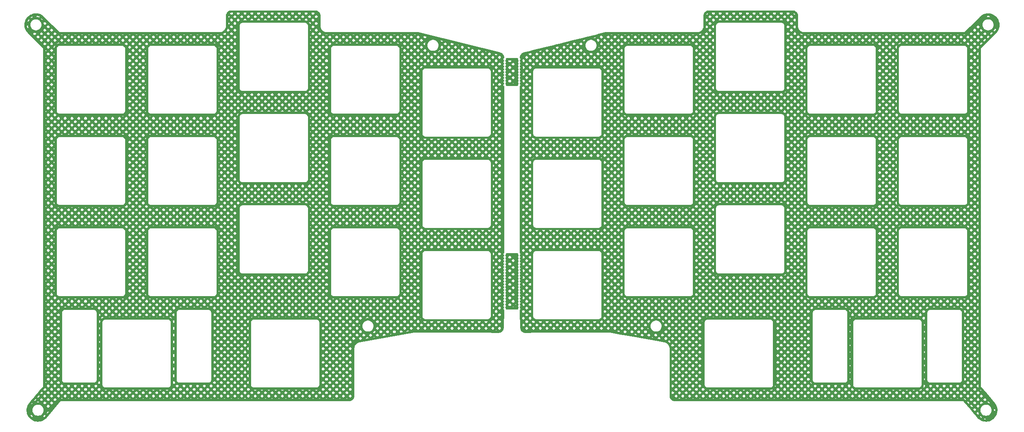
<source format=gtl>
G04 #@! TF.GenerationSoftware,KiCad,Pcbnew,7.0.5.1-1-g8f565ef7f0-dirty-deb11*
G04 #@! TF.CreationDate,2023-07-20T21:29:44+00:00*
G04 #@! TF.ProjectId,LeChiffre_Plate,4c654368-6966-4667-9265-5f506c617465,rev?*
G04 #@! TF.SameCoordinates,Original*
G04 #@! TF.FileFunction,Copper,L1,Top*
G04 #@! TF.FilePolarity,Positive*
%FSLAX46Y46*%
G04 Gerber Fmt 4.6, Leading zero omitted, Abs format (unit mm)*
G04 Created by KiCad (PCBNEW 7.0.5.1-1-g8f565ef7f0-dirty-deb11) date 2023-07-20 21:29:44*
%MOMM*%
%LPD*%
G01*
G04 APERTURE LIST*
G04 APERTURE END LIST*
G04 #@! TA.AperFunction,NonConductor*
G36*
X167010719Y-55237891D02*
G01*
X167056474Y-55290695D01*
X167066418Y-55359853D01*
X167065297Y-55366398D01*
X167055091Y-55417705D01*
X167055091Y-55417708D01*
X167074532Y-55515444D01*
X167074532Y-55515445D01*
X167074533Y-55515446D01*
X167129898Y-55598307D01*
X167154289Y-55614604D01*
X167199093Y-55668217D01*
X167207800Y-55737542D01*
X167177645Y-55800569D01*
X167154289Y-55820808D01*
X167129898Y-55837105D01*
X167074532Y-55919967D01*
X167055091Y-56017703D01*
X167055091Y-56017708D01*
X167074532Y-56115444D01*
X167074532Y-56115445D01*
X167074533Y-56115446D01*
X167129898Y-56198307D01*
X167154289Y-56214604D01*
X167199093Y-56268217D01*
X167207800Y-56337542D01*
X167177645Y-56400569D01*
X167154289Y-56420808D01*
X167129898Y-56437105D01*
X167074532Y-56519967D01*
X167055091Y-56617703D01*
X167055091Y-56617708D01*
X167074532Y-56715444D01*
X167074532Y-56715445D01*
X167074533Y-56715446D01*
X167129898Y-56798307D01*
X167154289Y-56814604D01*
X167199093Y-56868217D01*
X167207800Y-56937542D01*
X167177645Y-57000569D01*
X167154289Y-57020808D01*
X167129898Y-57037105D01*
X167074532Y-57119967D01*
X167055091Y-57217703D01*
X167055091Y-57217708D01*
X167074532Y-57315444D01*
X167074532Y-57315445D01*
X167074533Y-57315446D01*
X167129898Y-57398307D01*
X167154289Y-57414604D01*
X167199093Y-57468217D01*
X167207800Y-57537542D01*
X167177645Y-57600569D01*
X167154289Y-57620808D01*
X167129898Y-57637105D01*
X167074532Y-57719967D01*
X167055091Y-57817703D01*
X167055091Y-57817708D01*
X167074532Y-57915444D01*
X167074532Y-57915445D01*
X167074533Y-57915446D01*
X167129898Y-57998307D01*
X167154289Y-58014604D01*
X167199093Y-58068217D01*
X167207800Y-58137542D01*
X167177645Y-58200569D01*
X167154289Y-58220808D01*
X167129898Y-58237105D01*
X167074532Y-58319967D01*
X167055091Y-58417703D01*
X167055091Y-58417708D01*
X167074532Y-58515444D01*
X167074532Y-58515445D01*
X167074533Y-58515446D01*
X167129898Y-58598307D01*
X167154289Y-58614604D01*
X167199093Y-58668217D01*
X167207800Y-58737542D01*
X167177645Y-58800569D01*
X167154289Y-58820808D01*
X167129898Y-58837105D01*
X167074532Y-58919967D01*
X167055091Y-59017703D01*
X167055091Y-59017708D01*
X167074532Y-59115444D01*
X167074532Y-59115445D01*
X167074533Y-59115446D01*
X167129898Y-59198307D01*
X167154289Y-59214604D01*
X167199093Y-59268217D01*
X167207800Y-59337542D01*
X167177645Y-59400569D01*
X167154289Y-59420808D01*
X167129898Y-59437105D01*
X167074532Y-59519967D01*
X167055091Y-59617703D01*
X167055091Y-59617708D01*
X167074532Y-59715444D01*
X167074532Y-59715445D01*
X167074533Y-59715446D01*
X167129898Y-59798307D01*
X167154289Y-59814604D01*
X167199093Y-59868217D01*
X167207800Y-59937542D01*
X167177645Y-60000569D01*
X167154289Y-60020808D01*
X167129898Y-60037105D01*
X167074532Y-60119967D01*
X167055091Y-60217703D01*
X167055091Y-60217708D01*
X167074532Y-60315444D01*
X167074532Y-60315445D01*
X167074533Y-60315446D01*
X167129898Y-60398307D01*
X167154289Y-60414604D01*
X167199093Y-60468217D01*
X167207800Y-60537542D01*
X167177645Y-60600569D01*
X167154289Y-60620808D01*
X167129898Y-60637105D01*
X167074532Y-60719967D01*
X167055091Y-60817703D01*
X167055091Y-60817706D01*
X167065297Y-60869014D01*
X167059070Y-60938606D01*
X167016207Y-60993783D01*
X166950318Y-61017028D01*
X166943680Y-61017206D01*
X164677318Y-61017206D01*
X164610279Y-60997521D01*
X164564524Y-60944717D01*
X164554580Y-60875559D01*
X164555701Y-60869014D01*
X164565907Y-60817706D01*
X164565907Y-60817703D01*
X164546465Y-60719967D01*
X164546465Y-60719966D01*
X164491100Y-60637105D01*
X164491098Y-60637104D01*
X164491098Y-60637103D01*
X164466708Y-60620806D01*
X164421903Y-60567193D01*
X164415877Y-60519206D01*
X165878092Y-60519206D01*
X166227443Y-60519206D01*
X166150498Y-60442261D01*
X166100056Y-60408557D01*
X166052767Y-60399150D01*
X166005478Y-60408557D01*
X165955036Y-60442261D01*
X165878092Y-60519206D01*
X164415877Y-60519206D01*
X164413197Y-60497868D01*
X164443353Y-60434841D01*
X164466709Y-60414604D01*
X164491100Y-60398307D01*
X164546465Y-60315446D01*
X164559557Y-60249628D01*
X164565907Y-60217708D01*
X164565907Y-60217703D01*
X164546465Y-60119967D01*
X164546465Y-60119966D01*
X164491100Y-60037105D01*
X164491098Y-60037104D01*
X164491098Y-60037103D01*
X164466708Y-60020806D01*
X164442961Y-59992391D01*
X165045312Y-59992391D01*
X165054718Y-60039679D01*
X165088424Y-60090123D01*
X165247929Y-60249628D01*
X165298371Y-60283332D01*
X165345660Y-60292739D01*
X165392950Y-60283332D01*
X165443391Y-60249629D01*
X165602897Y-60090122D01*
X165636603Y-60039679D01*
X165646009Y-59992391D01*
X166459526Y-59992391D01*
X166468932Y-60039679D01*
X166502638Y-60090123D01*
X166561131Y-60148616D01*
X166561288Y-60147560D01*
X166591474Y-59995802D01*
X166592954Y-59989897D01*
X166601851Y-59960566D01*
X166603902Y-59954834D01*
X166619281Y-59917705D01*
X166603902Y-59880578D01*
X166601851Y-59874846D01*
X166592954Y-59845515D01*
X166591474Y-59839610D01*
X166585868Y-59811429D01*
X166502637Y-59894660D01*
X166468933Y-59945102D01*
X166459526Y-59992391D01*
X165646009Y-59992391D01*
X165636603Y-59945104D01*
X165602896Y-59894659D01*
X165443391Y-59735153D01*
X165392950Y-59701450D01*
X165345661Y-59692043D01*
X165298371Y-59701450D01*
X165247929Y-59735154D01*
X165088423Y-59894660D01*
X165054719Y-59945102D01*
X165045312Y-59992391D01*
X164442961Y-59992391D01*
X164421903Y-59967193D01*
X164413197Y-59897868D01*
X164443353Y-59834841D01*
X164466709Y-59814604D01*
X164491100Y-59798307D01*
X164546465Y-59715446D01*
X164565907Y-59617706D01*
X164565907Y-59617703D01*
X164546465Y-59519967D01*
X164546465Y-59519966D01*
X164491100Y-59437105D01*
X164491098Y-59437104D01*
X164491098Y-59437103D01*
X164466708Y-59420806D01*
X164421903Y-59367193D01*
X164413197Y-59297868D01*
X164419218Y-59285284D01*
X165752419Y-59285284D01*
X165761826Y-59332574D01*
X165795529Y-59383015D01*
X165955035Y-59542520D01*
X166005480Y-59576227D01*
X166052767Y-59585633D01*
X166100054Y-59576227D01*
X166150499Y-59542520D01*
X166310005Y-59383015D01*
X166343708Y-59332574D01*
X166353115Y-59285284D01*
X166343708Y-59237995D01*
X166310005Y-59187554D01*
X166150499Y-59028049D01*
X166100054Y-58994342D01*
X166052767Y-58984936D01*
X166005480Y-58994342D01*
X165955035Y-59028049D01*
X165795529Y-59187554D01*
X165761826Y-59237995D01*
X165752419Y-59285284D01*
X164419218Y-59285284D01*
X164443353Y-59234841D01*
X164466709Y-59214604D01*
X164491100Y-59198307D01*
X164546465Y-59115446D01*
X164565907Y-59017706D01*
X164565907Y-59017703D01*
X164546465Y-58919967D01*
X164546465Y-58919966D01*
X164491100Y-58837105D01*
X164491098Y-58837104D01*
X164491098Y-58837103D01*
X164466708Y-58820806D01*
X164421903Y-58767193D01*
X164413197Y-58697868D01*
X164443353Y-58634841D01*
X164466709Y-58614604D01*
X164491100Y-58598307D01*
X164504550Y-58578178D01*
X165045312Y-58578178D01*
X165054719Y-58625467D01*
X165088423Y-58675909D01*
X165247929Y-58835415D01*
X165298371Y-58869119D01*
X165345661Y-58878526D01*
X165392950Y-58869119D01*
X165443391Y-58835416D01*
X165602896Y-58675910D01*
X165636603Y-58625465D01*
X165646009Y-58578178D01*
X166459526Y-58578178D01*
X166468933Y-58625467D01*
X166502637Y-58675909D01*
X166598463Y-58771735D01*
X166601851Y-58760566D01*
X166603902Y-58754834D01*
X166619281Y-58717705D01*
X166603902Y-58680578D01*
X166601851Y-58674846D01*
X166592954Y-58645515D01*
X166591474Y-58639610D01*
X166561288Y-58487852D01*
X166560395Y-58481831D01*
X166557390Y-58451327D01*
X166557091Y-58445246D01*
X166557091Y-58425993D01*
X166502636Y-58480447D01*
X166468933Y-58530888D01*
X166459526Y-58578178D01*
X165646009Y-58578178D01*
X165636603Y-58530890D01*
X165602896Y-58480445D01*
X165443393Y-58320942D01*
X165392948Y-58287235D01*
X165345661Y-58277829D01*
X165298373Y-58287235D01*
X165247928Y-58320942D01*
X165088422Y-58480447D01*
X165054719Y-58530888D01*
X165045312Y-58578178D01*
X164504550Y-58578178D01*
X164546465Y-58515446D01*
X164565907Y-58417706D01*
X164565907Y-58417703D01*
X164546465Y-58319967D01*
X164546465Y-58319966D01*
X164491100Y-58237105D01*
X164491098Y-58237104D01*
X164491098Y-58237103D01*
X164466708Y-58220806D01*
X164421903Y-58167193D01*
X164413197Y-58097868D01*
X164443353Y-58034841D01*
X164466709Y-58014604D01*
X164491100Y-57998307D01*
X164546465Y-57915446D01*
X164555292Y-57871071D01*
X165752419Y-57871071D01*
X165761826Y-57918360D01*
X165795530Y-57968802D01*
X165955036Y-58128308D01*
X166005478Y-58162012D01*
X166052767Y-58171419D01*
X166100056Y-58162012D01*
X166150498Y-58128308D01*
X166310004Y-57968802D01*
X166343708Y-57918360D01*
X166353115Y-57871071D01*
X166343708Y-57823782D01*
X166310004Y-57773340D01*
X166150498Y-57613834D01*
X166100056Y-57580130D01*
X166052767Y-57570723D01*
X166005478Y-57580130D01*
X165955036Y-57613834D01*
X165795530Y-57773340D01*
X165761826Y-57823782D01*
X165752419Y-57871071D01*
X164555292Y-57871071D01*
X164564698Y-57823784D01*
X164565907Y-57817708D01*
X164565907Y-57817703D01*
X164546465Y-57719967D01*
X164546465Y-57719966D01*
X164491100Y-57637105D01*
X164491098Y-57637104D01*
X164491098Y-57637103D01*
X164466708Y-57620806D01*
X164421903Y-57567193D01*
X164413197Y-57497868D01*
X164443353Y-57434841D01*
X164466709Y-57414604D01*
X164491100Y-57398307D01*
X164546465Y-57315446D01*
X164560429Y-57245246D01*
X164565907Y-57217708D01*
X164565907Y-57217703D01*
X164546465Y-57119967D01*
X164546465Y-57119966D01*
X164546202Y-57119572D01*
X165054142Y-57119572D01*
X165059710Y-57147558D01*
X165060603Y-57153581D01*
X165063608Y-57184085D01*
X165063907Y-57190166D01*
X165063907Y-57225003D01*
X165088423Y-57261695D01*
X165247929Y-57421201D01*
X165298371Y-57454905D01*
X165345661Y-57464312D01*
X165392950Y-57454905D01*
X165443391Y-57421202D01*
X165602896Y-57261696D01*
X165636603Y-57211251D01*
X165646009Y-57163964D01*
X166459526Y-57163964D01*
X166468933Y-57211253D01*
X166502637Y-57261695D01*
X166569356Y-57328414D01*
X166561288Y-57287852D01*
X166560395Y-57281831D01*
X166557390Y-57251327D01*
X166557091Y-57245246D01*
X166557091Y-57190166D01*
X166557390Y-57184085D01*
X166560395Y-57153581D01*
X166561288Y-57147560D01*
X166591474Y-56995802D01*
X166592954Y-56989897D01*
X166599040Y-56969830D01*
X166502637Y-57066233D01*
X166468933Y-57116675D01*
X166459526Y-57163964D01*
X165646009Y-57163964D01*
X165636603Y-57116677D01*
X165602896Y-57066232D01*
X165443391Y-56906726D01*
X165392950Y-56873023D01*
X165345661Y-56863616D01*
X165298371Y-56873023D01*
X165247929Y-56906727D01*
X165088423Y-57066233D01*
X165054719Y-57116675D01*
X165054142Y-57119572D01*
X164546202Y-57119572D01*
X164491100Y-57037105D01*
X164491098Y-57037104D01*
X164491098Y-57037103D01*
X164466708Y-57020806D01*
X164421903Y-56967193D01*
X164413197Y-56897868D01*
X164443353Y-56834841D01*
X164466709Y-56814604D01*
X164491100Y-56798307D01*
X164546465Y-56715446D01*
X164565907Y-56617706D01*
X164565907Y-56617703D01*
X164546465Y-56519967D01*
X164546465Y-56519966D01*
X164504298Y-56456858D01*
X165752419Y-56456858D01*
X165761826Y-56504147D01*
X165795529Y-56554588D01*
X165955035Y-56714093D01*
X166005480Y-56747800D01*
X166052767Y-56757206D01*
X166100054Y-56747800D01*
X166150499Y-56714093D01*
X166310005Y-56554588D01*
X166343708Y-56504147D01*
X166353115Y-56456858D01*
X166343708Y-56409568D01*
X166310004Y-56359126D01*
X166150498Y-56199620D01*
X166100056Y-56165916D01*
X166052767Y-56156509D01*
X166005478Y-56165916D01*
X165955036Y-56199620D01*
X165795530Y-56359126D01*
X165761826Y-56409568D01*
X165752419Y-56456858D01*
X164504298Y-56456858D01*
X164491100Y-56437105D01*
X164491098Y-56437104D01*
X164491098Y-56437103D01*
X164466708Y-56420806D01*
X164421903Y-56367193D01*
X164413197Y-56297868D01*
X164443353Y-56234841D01*
X164466709Y-56214604D01*
X164491100Y-56198307D01*
X164546465Y-56115446D01*
X164565907Y-56017706D01*
X164565907Y-56017703D01*
X164546465Y-55919967D01*
X164546465Y-55919966D01*
X164491100Y-55837105D01*
X164491098Y-55837104D01*
X164491098Y-55837103D01*
X164466708Y-55820806D01*
X164421903Y-55767193D01*
X164419713Y-55749751D01*
X165045312Y-55749751D01*
X165054719Y-55797040D01*
X165088422Y-55847481D01*
X165247928Y-56006986D01*
X165298373Y-56040693D01*
X165345661Y-56050099D01*
X165392948Y-56040693D01*
X165443393Y-56006986D01*
X165602896Y-55847483D01*
X165636603Y-55797038D01*
X165646009Y-55749751D01*
X165639337Y-55716206D01*
X165051985Y-55716206D01*
X165045312Y-55749751D01*
X164419713Y-55749751D01*
X164413197Y-55697868D01*
X164443353Y-55634841D01*
X164466709Y-55614604D01*
X164491100Y-55598307D01*
X164546465Y-55515446D01*
X164565907Y-55417706D01*
X164565906Y-55417703D01*
X164555701Y-55366398D01*
X164561928Y-55296806D01*
X164604791Y-55241629D01*
X164670680Y-55218384D01*
X164677318Y-55218206D01*
X166943680Y-55218206D01*
X167010719Y-55237891D01*
G37*
G04 #@! TD.AperFunction*
G04 #@! TA.AperFunction,NonConductor*
G36*
X167010719Y-95923909D02*
G01*
X167056474Y-95976713D01*
X167066418Y-96045871D01*
X167065297Y-96052416D01*
X167055091Y-96103723D01*
X167055091Y-96103726D01*
X167074532Y-96201462D01*
X167074532Y-96201463D01*
X167074533Y-96201464D01*
X167129898Y-96284325D01*
X167154289Y-96300622D01*
X167199093Y-96354235D01*
X167207800Y-96423560D01*
X167177645Y-96486587D01*
X167154290Y-96506824D01*
X167129897Y-96523122D01*
X167129898Y-96523123D01*
X167074532Y-96605985D01*
X167055091Y-96703721D01*
X167055091Y-96703726D01*
X167074532Y-96801462D01*
X167074532Y-96801463D01*
X167074533Y-96801464D01*
X167129898Y-96884325D01*
X167154289Y-96900622D01*
X167199093Y-96954235D01*
X167207800Y-97023560D01*
X167177645Y-97086587D01*
X167154290Y-97106824D01*
X167129897Y-97123122D01*
X167129898Y-97123123D01*
X167074532Y-97205985D01*
X167055091Y-97303721D01*
X167055091Y-97303726D01*
X167074532Y-97401462D01*
X167074532Y-97401463D01*
X167074533Y-97401464D01*
X167129898Y-97484325D01*
X167154289Y-97500622D01*
X167199093Y-97554235D01*
X167207800Y-97623560D01*
X167177645Y-97686587D01*
X167154290Y-97706824D01*
X167129897Y-97723122D01*
X167129898Y-97723123D01*
X167074532Y-97805985D01*
X167055091Y-97903721D01*
X167055091Y-97903726D01*
X167074532Y-98001462D01*
X167074532Y-98001463D01*
X167074533Y-98001464D01*
X167129898Y-98084325D01*
X167154289Y-98100622D01*
X167199093Y-98154235D01*
X167207800Y-98223560D01*
X167177645Y-98286587D01*
X167154290Y-98306824D01*
X167129897Y-98323122D01*
X167129898Y-98323123D01*
X167074532Y-98405985D01*
X167055091Y-98503721D01*
X167055091Y-98503726D01*
X167074532Y-98601462D01*
X167074532Y-98601463D01*
X167074533Y-98601464D01*
X167129898Y-98684325D01*
X167154289Y-98700622D01*
X167199093Y-98754235D01*
X167207800Y-98823560D01*
X167177645Y-98886587D01*
X167154290Y-98906824D01*
X167129897Y-98923122D01*
X167129898Y-98923123D01*
X167074532Y-99005985D01*
X167055091Y-99103721D01*
X167055091Y-99103726D01*
X167074532Y-99201462D01*
X167074532Y-99201463D01*
X167074533Y-99201464D01*
X167129898Y-99284325D01*
X167154289Y-99300622D01*
X167199093Y-99354235D01*
X167207800Y-99423560D01*
X167177645Y-99486587D01*
X167154290Y-99506824D01*
X167129897Y-99523122D01*
X167129898Y-99523123D01*
X167074532Y-99605985D01*
X167055091Y-99703721D01*
X167055091Y-99703726D01*
X167074532Y-99801462D01*
X167074532Y-99801463D01*
X167074533Y-99801464D01*
X167129898Y-99884325D01*
X167154289Y-99900622D01*
X167199093Y-99954235D01*
X167207800Y-100023560D01*
X167177645Y-100086587D01*
X167154290Y-100106824D01*
X167143715Y-100113891D01*
X167129898Y-100123123D01*
X167074532Y-100205985D01*
X167055091Y-100303721D01*
X167055091Y-100303726D01*
X167074532Y-100401462D01*
X167074532Y-100401463D01*
X167074533Y-100401464D01*
X167129898Y-100484325D01*
X167154289Y-100500622D01*
X167199093Y-100554235D01*
X167207800Y-100623560D01*
X167177645Y-100686587D01*
X167154290Y-100706824D01*
X167144088Y-100713642D01*
X167129898Y-100723123D01*
X167074532Y-100805985D01*
X167055091Y-100903721D01*
X167055091Y-100903726D01*
X167074532Y-101001462D01*
X167074532Y-101001463D01*
X167074533Y-101001464D01*
X167129898Y-101084325D01*
X167154289Y-101100622D01*
X167199093Y-101154235D01*
X167207800Y-101223560D01*
X167177645Y-101286587D01*
X167154290Y-101306824D01*
X167129897Y-101323122D01*
X167129898Y-101323123D01*
X167074532Y-101405985D01*
X167055091Y-101503721D01*
X167055091Y-101503726D01*
X167074532Y-101601462D01*
X167074532Y-101601463D01*
X167074533Y-101601464D01*
X167129898Y-101684325D01*
X167154289Y-101700622D01*
X167199093Y-101754235D01*
X167207800Y-101823560D01*
X167177645Y-101886587D01*
X167154290Y-101906824D01*
X167129897Y-101923122D01*
X167129898Y-101923123D01*
X167074532Y-102005985D01*
X167055091Y-102103721D01*
X167055091Y-102103726D01*
X167074532Y-102201462D01*
X167074532Y-102201463D01*
X167074533Y-102201464D01*
X167129898Y-102284325D01*
X167154289Y-102300622D01*
X167199093Y-102354235D01*
X167207800Y-102423560D01*
X167177645Y-102486587D01*
X167154290Y-102506824D01*
X167139767Y-102516529D01*
X167129898Y-102523123D01*
X167074532Y-102605985D01*
X167055091Y-102703721D01*
X167055091Y-102703726D01*
X167074532Y-102801462D01*
X167074532Y-102801463D01*
X167074533Y-102801464D01*
X167129898Y-102884325D01*
X167154289Y-102900622D01*
X167199093Y-102954235D01*
X167207800Y-103023560D01*
X167177645Y-103086587D01*
X167154290Y-103106824D01*
X167129897Y-103123122D01*
X167129898Y-103123123D01*
X167074532Y-103205985D01*
X167055091Y-103303721D01*
X167055091Y-103303726D01*
X167074532Y-103401462D01*
X167074532Y-103401463D01*
X167074533Y-103401464D01*
X167129898Y-103484325D01*
X167154289Y-103500622D01*
X167199093Y-103554235D01*
X167207800Y-103623560D01*
X167177645Y-103686587D01*
X167154290Y-103706824D01*
X167129897Y-103723122D01*
X167129898Y-103723123D01*
X167074532Y-103805985D01*
X167055091Y-103903721D01*
X167055091Y-103903726D01*
X167074532Y-104001462D01*
X167074532Y-104001463D01*
X167074533Y-104001464D01*
X167129898Y-104084325D01*
X167154289Y-104100622D01*
X167199093Y-104154235D01*
X167207800Y-104223560D01*
X167177645Y-104286587D01*
X167154290Y-104306824D01*
X167133665Y-104320606D01*
X167129898Y-104323123D01*
X167074532Y-104405985D01*
X167055091Y-104503721D01*
X167055091Y-104503726D01*
X167074532Y-104601462D01*
X167074532Y-104601463D01*
X167074533Y-104601464D01*
X167129898Y-104684325D01*
X167154289Y-104700622D01*
X167199093Y-104754235D01*
X167207800Y-104823560D01*
X167177645Y-104886587D01*
X167154290Y-104906824D01*
X167129897Y-104923122D01*
X167129898Y-104923123D01*
X167074532Y-105005985D01*
X167055091Y-105103721D01*
X167055091Y-105103726D01*
X167074532Y-105201462D01*
X167074532Y-105201463D01*
X167074533Y-105201464D01*
X167129898Y-105284325D01*
X167154289Y-105300622D01*
X167199093Y-105354235D01*
X167207800Y-105423560D01*
X167177645Y-105486587D01*
X167154290Y-105506824D01*
X167129897Y-105523122D01*
X167129898Y-105523123D01*
X167074532Y-105605985D01*
X167055091Y-105703721D01*
X167055091Y-105703726D01*
X167074532Y-105801462D01*
X167074532Y-105801463D01*
X167074533Y-105801464D01*
X167129898Y-105884325D01*
X167154289Y-105900622D01*
X167199093Y-105954235D01*
X167207800Y-106023560D01*
X167177645Y-106086587D01*
X167154290Y-106106824D01*
X167129897Y-106123122D01*
X167129898Y-106123123D01*
X167074532Y-106205985D01*
X167055091Y-106303721D01*
X167055091Y-106303726D01*
X167074532Y-106401462D01*
X167074532Y-106401463D01*
X167074533Y-106401464D01*
X167129898Y-106484325D01*
X167154289Y-106500622D01*
X167199093Y-106554235D01*
X167207800Y-106623560D01*
X167177645Y-106686587D01*
X167154290Y-106706824D01*
X167151445Y-106708726D01*
X167129898Y-106723123D01*
X167074532Y-106805985D01*
X167055091Y-106903721D01*
X167055091Y-106903726D01*
X167074532Y-107001462D01*
X167074532Y-107001463D01*
X167074533Y-107001464D01*
X167129898Y-107084325D01*
X167154289Y-107100622D01*
X167199093Y-107154235D01*
X167207800Y-107223560D01*
X167177645Y-107286587D01*
X167154290Y-107306824D01*
X167135820Y-107319166D01*
X167129898Y-107323123D01*
X167074532Y-107405985D01*
X167055091Y-107503721D01*
X167055091Y-107503724D01*
X167065297Y-107555032D01*
X167059070Y-107624624D01*
X167016207Y-107679801D01*
X166950318Y-107703046D01*
X166943680Y-107703224D01*
X164677318Y-107703224D01*
X164610279Y-107683539D01*
X164564524Y-107630735D01*
X164554580Y-107561577D01*
X164555701Y-107555032D01*
X164565907Y-107503724D01*
X164565907Y-107503721D01*
X164548806Y-107417755D01*
X164546465Y-107405984D01*
X164491100Y-107323123D01*
X164466708Y-107306825D01*
X164421904Y-107253215D01*
X164415876Y-107205224D01*
X165861121Y-107205224D01*
X166244414Y-107205224D01*
X166150499Y-107111310D01*
X166100054Y-107077603D01*
X166052767Y-107068197D01*
X166005480Y-107077603D01*
X165955035Y-107111310D01*
X165861121Y-107205224D01*
X164415876Y-107205224D01*
X164413197Y-107183890D01*
X164443351Y-107120862D01*
X164466709Y-107100622D01*
X164491100Y-107084325D01*
X164546465Y-107001464D01*
X164565907Y-106903724D01*
X164565907Y-106903721D01*
X164549447Y-106820975D01*
X164546465Y-106805984D01*
X164491100Y-106723123D01*
X164466708Y-106706825D01*
X164428777Y-106661439D01*
X165045312Y-106661439D01*
X165054719Y-106708728D01*
X165088423Y-106759170D01*
X165247929Y-106918676D01*
X165298371Y-106952380D01*
X165345661Y-106961787D01*
X165392950Y-106952380D01*
X165443391Y-106918677D01*
X165602896Y-106759171D01*
X165636603Y-106708726D01*
X165646009Y-106661439D01*
X165646009Y-106661438D01*
X166459526Y-106661438D01*
X166468933Y-106708728D01*
X166502637Y-106759170D01*
X166563902Y-106820435D01*
X166591474Y-106681820D01*
X166592954Y-106675915D01*
X166601851Y-106646584D01*
X166603902Y-106640852D01*
X166619281Y-106603723D01*
X166603902Y-106566596D01*
X166601851Y-106560864D01*
X166592954Y-106531533D01*
X166591474Y-106525628D01*
X166583053Y-106483292D01*
X166502638Y-106563707D01*
X166468932Y-106614151D01*
X166459526Y-106661438D01*
X165646009Y-106661438D01*
X165636603Y-106614151D01*
X165602897Y-106563708D01*
X165443391Y-106404201D01*
X165392950Y-106370498D01*
X165345660Y-106361091D01*
X165298371Y-106370498D01*
X165247929Y-106404202D01*
X165088424Y-106563707D01*
X165054718Y-106614151D01*
X165045312Y-106661439D01*
X164428777Y-106661439D01*
X164421904Y-106653215D01*
X164413197Y-106583890D01*
X164443351Y-106520862D01*
X164466709Y-106500622D01*
X164491100Y-106484325D01*
X164546465Y-106401464D01*
X164565907Y-106303724D01*
X164565907Y-106303721D01*
X164546465Y-106205985D01*
X164546465Y-106205984D01*
X164491100Y-106123123D01*
X164466708Y-106106825D01*
X164421904Y-106053215D01*
X164413197Y-105983890D01*
X164427338Y-105954332D01*
X165752419Y-105954332D01*
X165761826Y-106001621D01*
X165795530Y-106052063D01*
X165955036Y-106211569D01*
X166005478Y-106245273D01*
X166052767Y-106254680D01*
X166100056Y-106245273D01*
X166150498Y-106211569D01*
X166310004Y-106052063D01*
X166343708Y-106001621D01*
X166353115Y-105954332D01*
X166343708Y-105907043D01*
X166310004Y-105856601D01*
X166150498Y-105697095D01*
X166100056Y-105663391D01*
X166052767Y-105653984D01*
X166005478Y-105663391D01*
X165955036Y-105697095D01*
X165795530Y-105856601D01*
X165761826Y-105907043D01*
X165752419Y-105954332D01*
X164427338Y-105954332D01*
X164443351Y-105920862D01*
X164466709Y-105900622D01*
X164491100Y-105884325D01*
X164546465Y-105801464D01*
X164565907Y-105703724D01*
X164565907Y-105703721D01*
X164546465Y-105605985D01*
X164546465Y-105605984D01*
X164491100Y-105523123D01*
X164466708Y-105506825D01*
X164421904Y-105453215D01*
X164413197Y-105383890D01*
X164443351Y-105320862D01*
X164466709Y-105300622D01*
X164491100Y-105284325D01*
X164515889Y-105247225D01*
X165045312Y-105247225D01*
X165054718Y-105294513D01*
X165088424Y-105344957D01*
X165247929Y-105504462D01*
X165298371Y-105538166D01*
X165345661Y-105547573D01*
X165392950Y-105538166D01*
X165443391Y-105504463D01*
X165602897Y-105344956D01*
X165636603Y-105294513D01*
X165646009Y-105247226D01*
X166459526Y-105247226D01*
X166468932Y-105294513D01*
X166502638Y-105344957D01*
X166602487Y-105444806D01*
X166603902Y-105440852D01*
X166619281Y-105403723D01*
X166603902Y-105366596D01*
X166601851Y-105360864D01*
X166592954Y-105331533D01*
X166591474Y-105325628D01*
X166561288Y-105173870D01*
X166560395Y-105167849D01*
X166557390Y-105137345D01*
X166557091Y-105131264D01*
X166557091Y-105095040D01*
X166502637Y-105149494D01*
X166468933Y-105199936D01*
X166459526Y-105247226D01*
X165646009Y-105247226D01*
X165646009Y-105247225D01*
X165636603Y-105199938D01*
X165602896Y-105149493D01*
X165443391Y-104989987D01*
X165392950Y-104956284D01*
X165345661Y-104946877D01*
X165298371Y-104956284D01*
X165247929Y-104989988D01*
X165088423Y-105149494D01*
X165054719Y-105199936D01*
X165045312Y-105247225D01*
X164515889Y-105247225D01*
X164546465Y-105201464D01*
X164560950Y-105128643D01*
X164565907Y-105103726D01*
X164565907Y-105103721D01*
X164551325Y-105030418D01*
X164546465Y-105005984D01*
X164491100Y-104923123D01*
X164466708Y-104906825D01*
X164421904Y-104853215D01*
X164413197Y-104783890D01*
X164443351Y-104720862D01*
X164466709Y-104700622D01*
X164491100Y-104684325D01*
X164546465Y-104601464D01*
X164556185Y-104552593D01*
X164558667Y-104540118D01*
X165752419Y-104540118D01*
X165761826Y-104587408D01*
X165795529Y-104637849D01*
X165955035Y-104797354D01*
X166005480Y-104831061D01*
X166052767Y-104840467D01*
X166100054Y-104831061D01*
X166150499Y-104797354D01*
X166310005Y-104637849D01*
X166343708Y-104587408D01*
X166353115Y-104540118D01*
X166343708Y-104492829D01*
X166310005Y-104442388D01*
X166150499Y-104282883D01*
X166100054Y-104249176D01*
X166052767Y-104239770D01*
X166005480Y-104249176D01*
X165955035Y-104282883D01*
X165795529Y-104442388D01*
X165761826Y-104492829D01*
X165752419Y-104540118D01*
X164558667Y-104540118D01*
X164565907Y-104503726D01*
X164565907Y-104503721D01*
X164546465Y-104405985D01*
X164546465Y-104405984D01*
X164491100Y-104323123D01*
X164466708Y-104306825D01*
X164421904Y-104253215D01*
X164413197Y-104183890D01*
X164443351Y-104120862D01*
X164466709Y-104100622D01*
X164491100Y-104084325D01*
X164546465Y-104001464D01*
X164565907Y-103903724D01*
X164565907Y-103903721D01*
X164546465Y-103805985D01*
X164546465Y-103805984D01*
X164540532Y-103797105D01*
X165052454Y-103797105D01*
X165059710Y-103833578D01*
X165060603Y-103839599D01*
X165063608Y-103870103D01*
X165063907Y-103876184D01*
X165063907Y-103894050D01*
X165088426Y-103930746D01*
X165247929Y-104090249D01*
X165298371Y-104123953D01*
X165345661Y-104133360D01*
X165392950Y-104123953D01*
X165443391Y-104090250D01*
X165602896Y-103930744D01*
X165636603Y-103880299D01*
X165646009Y-103833012D01*
X166459526Y-103833012D01*
X166468933Y-103880301D01*
X166502637Y-103930743D01*
X166565142Y-103993248D01*
X166561288Y-103973870D01*
X166560395Y-103967849D01*
X166557390Y-103937345D01*
X166557091Y-103931264D01*
X166557091Y-103876184D01*
X166557390Y-103870103D01*
X166560395Y-103839599D01*
X166561288Y-103833578D01*
X166591474Y-103681820D01*
X166592954Y-103675915D01*
X166601851Y-103646584D01*
X166603902Y-103640852D01*
X166608735Y-103629183D01*
X166502636Y-103735281D01*
X166468933Y-103785722D01*
X166459526Y-103833012D01*
X165646009Y-103833012D01*
X165636603Y-103785724D01*
X165602896Y-103735279D01*
X165443393Y-103575776D01*
X165392948Y-103542069D01*
X165345661Y-103532663D01*
X165298373Y-103542069D01*
X165247928Y-103575776D01*
X165088422Y-103735281D01*
X165054719Y-103785722D01*
X165052454Y-103797105D01*
X164540532Y-103797105D01*
X164491100Y-103723123D01*
X164466708Y-103706825D01*
X164421904Y-103653215D01*
X164413197Y-103583890D01*
X164443351Y-103520862D01*
X164466709Y-103500622D01*
X164491100Y-103484325D01*
X164546465Y-103401464D01*
X164565907Y-103303724D01*
X164565907Y-103303721D01*
X164546465Y-103205985D01*
X164546465Y-103205984D01*
X164492959Y-103125905D01*
X165752419Y-103125905D01*
X165761826Y-103173194D01*
X165795530Y-103223636D01*
X165955036Y-103383142D01*
X166005478Y-103416846D01*
X166052767Y-103426253D01*
X166100056Y-103416846D01*
X166150498Y-103383142D01*
X166310004Y-103223636D01*
X166343708Y-103173194D01*
X166353115Y-103125905D01*
X166343708Y-103078616D01*
X166310004Y-103028174D01*
X166150498Y-102868668D01*
X166100056Y-102834964D01*
X166052767Y-102825557D01*
X166005478Y-102834964D01*
X165955036Y-102868668D01*
X165795530Y-103028174D01*
X165761826Y-103078616D01*
X165752419Y-103125905D01*
X164492959Y-103125905D01*
X164491100Y-103123123D01*
X164466708Y-103106825D01*
X164421904Y-103053215D01*
X164413197Y-102983890D01*
X164443351Y-102920862D01*
X164466709Y-102900622D01*
X164491100Y-102884325D01*
X164546465Y-102801464D01*
X164558945Y-102738726D01*
X164565907Y-102703726D01*
X164565907Y-102703721D01*
X164546465Y-102605985D01*
X164546465Y-102605984D01*
X164491100Y-102523123D01*
X164466708Y-102506825D01*
X164421904Y-102453215D01*
X164417581Y-102418798D01*
X165045312Y-102418798D01*
X165054719Y-102466087D01*
X165088423Y-102516529D01*
X165247929Y-102676035D01*
X165298371Y-102709739D01*
X165345661Y-102719146D01*
X165392950Y-102709739D01*
X165443391Y-102676036D01*
X165602896Y-102516530D01*
X165636603Y-102466085D01*
X165646009Y-102418798D01*
X166459526Y-102418798D01*
X166468933Y-102466087D01*
X166502637Y-102516529D01*
X166570976Y-102584868D01*
X166591474Y-102481820D01*
X166592954Y-102475915D01*
X166601851Y-102446584D01*
X166603902Y-102440852D01*
X166619281Y-102403723D01*
X166603902Y-102366596D01*
X166601851Y-102360864D01*
X166592954Y-102331533D01*
X166591474Y-102325628D01*
X166575978Y-102247726D01*
X166502637Y-102321067D01*
X166468933Y-102371509D01*
X166459526Y-102418798D01*
X165646009Y-102418798D01*
X165636603Y-102371511D01*
X165602896Y-102321066D01*
X165443391Y-102161560D01*
X165392950Y-102127857D01*
X165345661Y-102118450D01*
X165298371Y-102127857D01*
X165247929Y-102161561D01*
X165088423Y-102321067D01*
X165054719Y-102371509D01*
X165045312Y-102418798D01*
X164417581Y-102418798D01*
X164413197Y-102383890D01*
X164443351Y-102320862D01*
X164466709Y-102300622D01*
X164491100Y-102284325D01*
X164546465Y-102201464D01*
X164565907Y-102103724D01*
X164565907Y-102103721D01*
X164551325Y-102030418D01*
X164546465Y-102005984D01*
X164491100Y-101923123D01*
X164466708Y-101906825D01*
X164421904Y-101853215D01*
X164413197Y-101783890D01*
X164443351Y-101720862D01*
X164453934Y-101711692D01*
X165752419Y-101711692D01*
X165761825Y-101758979D01*
X165795531Y-101809423D01*
X165955035Y-101968927D01*
X166005480Y-102002634D01*
X166052767Y-102012040D01*
X166100054Y-102002634D01*
X166150499Y-101968927D01*
X166310003Y-101809423D01*
X166343709Y-101758979D01*
X166353115Y-101711692D01*
X166343708Y-101664402D01*
X166310004Y-101613960D01*
X166150498Y-101454454D01*
X166100056Y-101420750D01*
X166052767Y-101411343D01*
X166005478Y-101420750D01*
X165955036Y-101454454D01*
X165795530Y-101613960D01*
X165761826Y-101664402D01*
X165752419Y-101711692D01*
X164453934Y-101711692D01*
X164466709Y-101700622D01*
X164491100Y-101684325D01*
X164546465Y-101601464D01*
X164558945Y-101538726D01*
X164565907Y-101503726D01*
X164565907Y-101503721D01*
X164546465Y-101405985D01*
X164546465Y-101405984D01*
X164491100Y-101323123D01*
X164466708Y-101306825D01*
X164421904Y-101253215D01*
X164413197Y-101183890D01*
X164443351Y-101120862D01*
X164466709Y-101100622D01*
X164491100Y-101084325D01*
X164530461Y-101025416D01*
X165049456Y-101025416D01*
X165054719Y-101051874D01*
X165088422Y-101102315D01*
X165247928Y-101261820D01*
X165298373Y-101295527D01*
X165345661Y-101304933D01*
X165392948Y-101295527D01*
X165443393Y-101261820D01*
X165602896Y-101102317D01*
X165636603Y-101051872D01*
X165646009Y-101004585D01*
X165646009Y-101004584D01*
X166459526Y-101004584D01*
X166468933Y-101051874D01*
X166502636Y-101102315D01*
X166614818Y-101214496D01*
X166619281Y-101203723D01*
X166603902Y-101166596D01*
X166601851Y-101160864D01*
X166592954Y-101131533D01*
X166591474Y-101125628D01*
X166561288Y-100973870D01*
X166560395Y-100967849D01*
X166557390Y-100937345D01*
X166557091Y-100931264D01*
X166557091Y-100876184D01*
X166557390Y-100870103D01*
X166559357Y-100850134D01*
X166502636Y-100906854D01*
X166468933Y-100957295D01*
X166459526Y-101004584D01*
X165646009Y-101004584D01*
X165636603Y-100957297D01*
X165602896Y-100906852D01*
X165443393Y-100747349D01*
X165392948Y-100713642D01*
X165345661Y-100704236D01*
X165298373Y-100713642D01*
X165247928Y-100747349D01*
X165088424Y-100906852D01*
X165062839Y-100945143D01*
X165060603Y-100967849D01*
X165059710Y-100973871D01*
X165049456Y-101025416D01*
X164530461Y-101025416D01*
X164546465Y-101001464D01*
X164560429Y-100931264D01*
X164565907Y-100903726D01*
X164565907Y-100903721D01*
X164546465Y-100805985D01*
X164546465Y-100805984D01*
X164491100Y-100723123D01*
X164466708Y-100706825D01*
X164421904Y-100653215D01*
X164413197Y-100583890D01*
X164443351Y-100520862D01*
X164466709Y-100500622D01*
X164491100Y-100484325D01*
X164546465Y-100401464D01*
X164561699Y-100324880D01*
X164565907Y-100303726D01*
X164565907Y-100303721D01*
X164564665Y-100297477D01*
X165752419Y-100297477D01*
X165761826Y-100344767D01*
X165795530Y-100395209D01*
X165955036Y-100554715D01*
X166005478Y-100588419D01*
X166052767Y-100597826D01*
X166100056Y-100588419D01*
X166150498Y-100554715D01*
X166310004Y-100395209D01*
X166343708Y-100344767D01*
X166353115Y-100297477D01*
X166343709Y-100250190D01*
X166310003Y-100199746D01*
X166150499Y-100040242D01*
X166100054Y-100006535D01*
X166052767Y-99997129D01*
X166005480Y-100006535D01*
X165955035Y-100040242D01*
X165795531Y-100199746D01*
X165761825Y-100250190D01*
X165752419Y-100297477D01*
X164564665Y-100297477D01*
X164546465Y-100205985D01*
X164546465Y-100205984D01*
X164491100Y-100123123D01*
X164466708Y-100106825D01*
X164421904Y-100053215D01*
X164413197Y-99983890D01*
X164443351Y-99920862D01*
X164466709Y-99900622D01*
X164491100Y-99884325D01*
X164546465Y-99801464D01*
X164556720Y-99749908D01*
X164565907Y-99703726D01*
X164565907Y-99703721D01*
X164550589Y-99626716D01*
X164546465Y-99605984D01*
X164526287Y-99575785D01*
X165048214Y-99575785D01*
X165059710Y-99633578D01*
X165060603Y-99639599D01*
X165061396Y-99647651D01*
X165088426Y-99688105D01*
X165247929Y-99847608D01*
X165298371Y-99881312D01*
X165345661Y-99890719D01*
X165392950Y-99881312D01*
X165443391Y-99847609D01*
X165602896Y-99688103D01*
X165636603Y-99637658D01*
X165646009Y-99590371D01*
X166459526Y-99590371D01*
X166468933Y-99637660D01*
X166502637Y-99688102D01*
X166557992Y-99743457D01*
X166557390Y-99737345D01*
X166557091Y-99731264D01*
X166557091Y-99676184D01*
X166557390Y-99670103D01*
X166560395Y-99639599D01*
X166561288Y-99633578D01*
X166591474Y-99481820D01*
X166592954Y-99475915D01*
X166601851Y-99446584D01*
X166603902Y-99440852D01*
X166619281Y-99403723D01*
X166611159Y-99384118D01*
X166502637Y-99492640D01*
X166468933Y-99543082D01*
X166459526Y-99590371D01*
X165646009Y-99590371D01*
X165636603Y-99543084D01*
X165602896Y-99492639D01*
X165443391Y-99333133D01*
X165392950Y-99299430D01*
X165345660Y-99290023D01*
X165298371Y-99299430D01*
X165247929Y-99333134D01*
X165088423Y-99492640D01*
X165054719Y-99543082D01*
X165048214Y-99575785D01*
X164526287Y-99575785D01*
X164491100Y-99523123D01*
X164466708Y-99506825D01*
X164421904Y-99453215D01*
X164413197Y-99383890D01*
X164443351Y-99320862D01*
X164466709Y-99300622D01*
X164491100Y-99284325D01*
X164546465Y-99201464D01*
X164558591Y-99140502D01*
X164565907Y-99103726D01*
X164565907Y-99103721D01*
X164546465Y-99005985D01*
X164546465Y-99005984D01*
X164491100Y-98923123D01*
X164466708Y-98906825D01*
X164447018Y-98883265D01*
X165752419Y-98883265D01*
X165761825Y-98930552D01*
X165795531Y-98980996D01*
X165955036Y-99140501D01*
X166005478Y-99174205D01*
X166052767Y-99183612D01*
X166100056Y-99174205D01*
X166150498Y-99140501D01*
X166310003Y-98980996D01*
X166343709Y-98930552D01*
X166353115Y-98883265D01*
X166343708Y-98835975D01*
X166310004Y-98785533D01*
X166150498Y-98626027D01*
X166100056Y-98592323D01*
X166052767Y-98582916D01*
X166005478Y-98592323D01*
X165955036Y-98626027D01*
X165795530Y-98785533D01*
X165761826Y-98835975D01*
X165752419Y-98883265D01*
X164447018Y-98883265D01*
X164421904Y-98853215D01*
X164413197Y-98783890D01*
X164443351Y-98720862D01*
X164466709Y-98700622D01*
X164491100Y-98684325D01*
X164546465Y-98601464D01*
X164565907Y-98503724D01*
X164565907Y-98503721D01*
X164546465Y-98405985D01*
X164546465Y-98405984D01*
X164491100Y-98323123D01*
X164466708Y-98306825D01*
X164421904Y-98253215D01*
X164413197Y-98183890D01*
X164416897Y-98176157D01*
X165045312Y-98176157D01*
X165054719Y-98223447D01*
X165088422Y-98273888D01*
X165247928Y-98433393D01*
X165298373Y-98467100D01*
X165345661Y-98476506D01*
X165392948Y-98467100D01*
X165443393Y-98433393D01*
X165602896Y-98273890D01*
X165636603Y-98223445D01*
X165646009Y-98176158D01*
X166459526Y-98176158D01*
X166468933Y-98223447D01*
X166502636Y-98273888D01*
X166578051Y-98349302D01*
X166591474Y-98281820D01*
X166592954Y-98275915D01*
X166601851Y-98246584D01*
X166603902Y-98240852D01*
X166619281Y-98203723D01*
X166603902Y-98166596D01*
X166601851Y-98160864D01*
X166592954Y-98131533D01*
X166591474Y-98125628D01*
X166568904Y-98012160D01*
X166502636Y-98078427D01*
X166468933Y-98128868D01*
X166459526Y-98176158D01*
X165646009Y-98176158D01*
X165646009Y-98176157D01*
X165636603Y-98128870D01*
X165602896Y-98078425D01*
X165443393Y-97918922D01*
X165392948Y-97885215D01*
X165345661Y-97875809D01*
X165298373Y-97885215D01*
X165247928Y-97918922D01*
X165088422Y-98078427D01*
X165054719Y-98128868D01*
X165045312Y-98176157D01*
X164416897Y-98176157D01*
X164443351Y-98120862D01*
X164466709Y-98100622D01*
X164491100Y-98084325D01*
X164546465Y-98001464D01*
X164562884Y-97918921D01*
X164565907Y-97903726D01*
X164565907Y-97903721D01*
X164546465Y-97805985D01*
X164546465Y-97805984D01*
X164491100Y-97723123D01*
X164466708Y-97706825D01*
X164421904Y-97653215D01*
X164413197Y-97583890D01*
X164443351Y-97520862D01*
X164466709Y-97500622D01*
X164491100Y-97484325D01*
X164501306Y-97469051D01*
X165752419Y-97469051D01*
X165761826Y-97516340D01*
X165795530Y-97566782D01*
X165955036Y-97726288D01*
X166005478Y-97759992D01*
X166052767Y-97769399D01*
X166100056Y-97759992D01*
X166150498Y-97726288D01*
X166310004Y-97566782D01*
X166343708Y-97516340D01*
X166353115Y-97469051D01*
X166343708Y-97421761D01*
X166310005Y-97371320D01*
X166150499Y-97211815D01*
X166100054Y-97178108D01*
X166052767Y-97168702D01*
X166005480Y-97178108D01*
X165955035Y-97211815D01*
X165795529Y-97371320D01*
X165761826Y-97421761D01*
X165752419Y-97469051D01*
X164501306Y-97469051D01*
X164546465Y-97401464D01*
X164565907Y-97303724D01*
X164565907Y-97303721D01*
X164546465Y-97205985D01*
X164546465Y-97205984D01*
X164491100Y-97123123D01*
X164466708Y-97106825D01*
X164421904Y-97053215D01*
X164413197Y-96983890D01*
X164443351Y-96920862D01*
X164466709Y-96900622D01*
X164491100Y-96884325D01*
X164544706Y-96804096D01*
X165053697Y-96804096D01*
X165054719Y-96809233D01*
X165088423Y-96859675D01*
X165247929Y-97019181D01*
X165298371Y-97052885D01*
X165345660Y-97062292D01*
X165392950Y-97052885D01*
X165443391Y-97019182D01*
X165602896Y-96859676D01*
X165636603Y-96809231D01*
X165646009Y-96761944D01*
X165646009Y-96761943D01*
X166459526Y-96761943D01*
X166468933Y-96809233D01*
X166502637Y-96859675D01*
X166600991Y-96958029D01*
X166592954Y-96931533D01*
X166591474Y-96925628D01*
X166561288Y-96773870D01*
X166560395Y-96767849D01*
X166557390Y-96737345D01*
X166557091Y-96731264D01*
X166557091Y-96676184D01*
X166557390Y-96670103D01*
X166560395Y-96639599D01*
X166561288Y-96633578D01*
X166568244Y-96598606D01*
X166502638Y-96664212D01*
X166468932Y-96714656D01*
X166459526Y-96761943D01*
X165646009Y-96761943D01*
X165636603Y-96714656D01*
X165602897Y-96664213D01*
X165443391Y-96504706D01*
X165392950Y-96471003D01*
X165345661Y-96461596D01*
X165298371Y-96471003D01*
X165247929Y-96504707D01*
X165088426Y-96664210D01*
X165063907Y-96700905D01*
X165063907Y-96731264D01*
X165063608Y-96737345D01*
X165060603Y-96767849D01*
X165059710Y-96773871D01*
X165053697Y-96804096D01*
X164544706Y-96804096D01*
X164546465Y-96801464D01*
X164560429Y-96731264D01*
X164565907Y-96703726D01*
X164565907Y-96703721D01*
X164546465Y-96605985D01*
X164546465Y-96605984D01*
X164491100Y-96523123D01*
X164466708Y-96506825D01*
X164421904Y-96453215D01*
X164413197Y-96383890D01*
X164443351Y-96320862D01*
X164466709Y-96300622D01*
X164491100Y-96284325D01*
X164546465Y-96201464D01*
X164560814Y-96129328D01*
X164565907Y-96103726D01*
X164565907Y-96103723D01*
X164555701Y-96052416D01*
X164561928Y-95982824D01*
X164604791Y-95927647D01*
X164670680Y-95904402D01*
X164677318Y-95904224D01*
X166943680Y-95904224D01*
X167010719Y-95923909D01*
G37*
G04 #@! TD.AperFunction*
G04 #@! TA.AperFunction,NonConductor*
G36*
X224313187Y-45258598D02*
G01*
X224490602Y-45274133D01*
X224511880Y-45277886D01*
X224676054Y-45321887D01*
X224696347Y-45329274D01*
X224850384Y-45401113D01*
X224869089Y-45411913D01*
X225008309Y-45509404D01*
X225024862Y-45523295D01*
X225145037Y-45643476D01*
X225158930Y-45660033D01*
X225256409Y-45799251D01*
X225267215Y-45817968D01*
X225339041Y-45971999D01*
X225346433Y-45992309D01*
X225390421Y-46156466D01*
X225394175Y-46177750D01*
X225396837Y-46208168D01*
X225409701Y-46355162D01*
X225409763Y-46355862D01*
X225409999Y-46361270D01*
X225409999Y-48418936D01*
X225409938Y-48419140D01*
X225409936Y-48572716D01*
X225441955Y-48774908D01*
X225505211Y-48969595D01*
X225505213Y-48969601D01*
X225598151Y-49152000D01*
X225718478Y-49317612D01*
X225718479Y-49317613D01*
X225863232Y-49462359D01*
X225863235Y-49462361D01*
X225863237Y-49462363D01*
X226028857Y-49582684D01*
X226211261Y-49675612D01*
X226211266Y-49675613D01*
X226211269Y-49675615D01*
X226405953Y-49738859D01*
X226405956Y-49738859D01*
X226405958Y-49738860D01*
X226608151Y-49770870D01*
X226697683Y-49770863D01*
X226697718Y-49770863D01*
X260059523Y-49770863D01*
X260078917Y-49772388D01*
X260093719Y-49774733D01*
X260107077Y-49767926D01*
X260125031Y-49760489D01*
X260139300Y-49755853D01*
X260148114Y-49743720D01*
X260160741Y-49728936D01*
X260503887Y-49385790D01*
X261918941Y-49385790D01*
X261928348Y-49433079D01*
X261962051Y-49483520D01*
X262121557Y-49643025D01*
X262172002Y-49676732D01*
X262219290Y-49686138D01*
X262266577Y-49676732D01*
X262317022Y-49643025D01*
X262476525Y-49483522D01*
X262510232Y-49433077D01*
X262519638Y-49385790D01*
X263333155Y-49385790D01*
X263342562Y-49433079D01*
X263376265Y-49483520D01*
X263535771Y-49643025D01*
X263586216Y-49676732D01*
X263633503Y-49686138D01*
X263680790Y-49676732D01*
X263731235Y-49643025D01*
X263890741Y-49483520D01*
X263891592Y-49482246D01*
X263842217Y-49437235D01*
X266173766Y-49437235D01*
X266204692Y-49483520D01*
X266343805Y-49622632D01*
X266343995Y-49622441D01*
X266511640Y-49431650D01*
X266645465Y-49234028D01*
X266652086Y-49220979D01*
X266559659Y-49128552D01*
X266509217Y-49094847D01*
X266461930Y-49085441D01*
X266441096Y-49089586D01*
X266430383Y-49111103D01*
X266429047Y-49113638D01*
X266422033Y-49126230D01*
X266420583Y-49128698D01*
X266406957Y-49150705D01*
X266405392Y-49153107D01*
X266397242Y-49165005D01*
X266395569Y-49167330D01*
X266251478Y-49358136D01*
X266249702Y-49360378D01*
X266240494Y-49371468D01*
X266238611Y-49373632D01*
X266221173Y-49392760D01*
X266219195Y-49394832D01*
X266209000Y-49405026D01*
X266206929Y-49407004D01*
X266173766Y-49437235D01*
X263842217Y-49437235D01*
X263809055Y-49407004D01*
X263806983Y-49405026D01*
X263796789Y-49394832D01*
X263794811Y-49392760D01*
X263777373Y-49373632D01*
X263775490Y-49371468D01*
X263766282Y-49360378D01*
X263764506Y-49358136D01*
X263620415Y-49167330D01*
X263618742Y-49165005D01*
X263610592Y-49153107D01*
X263609027Y-49150705D01*
X263595401Y-49128698D01*
X263593951Y-49126230D01*
X263586937Y-49113638D01*
X263585602Y-49111104D01*
X263579681Y-49099214D01*
X263535771Y-49128554D01*
X263376265Y-49288059D01*
X263342562Y-49338500D01*
X263333155Y-49385790D01*
X262519638Y-49385790D01*
X262510232Y-49338502D01*
X262476525Y-49288057D01*
X262317022Y-49128554D01*
X262266577Y-49094847D01*
X262219290Y-49085441D01*
X262172002Y-49094847D01*
X262121557Y-49128554D01*
X261962051Y-49288059D01*
X261928348Y-49338500D01*
X261918941Y-49385790D01*
X260503887Y-49385790D01*
X261210994Y-48678682D01*
X262626048Y-48678682D01*
X262635455Y-48725972D01*
X262669159Y-48776414D01*
X262828665Y-48935920D01*
X262879107Y-48969624D01*
X262926396Y-48979031D01*
X262973685Y-48969624D01*
X263024127Y-48935920D01*
X263183633Y-48776414D01*
X263217337Y-48725972D01*
X263226744Y-48678683D01*
X263217338Y-48631395D01*
X263183632Y-48580951D01*
X263024128Y-48421447D01*
X262973683Y-48387740D01*
X262926396Y-48378334D01*
X262879109Y-48387740D01*
X262828664Y-48421447D01*
X262669160Y-48580951D01*
X262635454Y-48631395D01*
X262626048Y-48678682D01*
X261210994Y-48678682D01*
X261545148Y-48344528D01*
X261545566Y-48344173D01*
X261563824Y-48325853D01*
X261581536Y-48308142D01*
X261581877Y-48307739D01*
X261620199Y-48269290D01*
X263852563Y-48269290D01*
X263872236Y-48481600D01*
X263923359Y-48661277D01*
X263930588Y-48686682D01*
X263930588Y-48686684D01*
X264025624Y-48877543D01*
X264133288Y-49020111D01*
X264154120Y-49047697D01*
X264311690Y-49191342D01*
X264492973Y-49303588D01*
X264691794Y-49380611D01*
X264901382Y-49419790D01*
X264901384Y-49419790D01*
X265114600Y-49419790D01*
X265114602Y-49419790D01*
X265324190Y-49380611D01*
X265523011Y-49303588D01*
X265704294Y-49191342D01*
X265861864Y-49047697D01*
X265990358Y-48877545D01*
X266030722Y-48796482D01*
X266085395Y-48686684D01*
X266085395Y-48686683D01*
X266085397Y-48686679D01*
X266143748Y-48481600D01*
X266163421Y-48269290D01*
X266163021Y-48264978D01*
X266151215Y-48137566D01*
X266143748Y-48056980D01*
X266085397Y-47851901D01*
X266085395Y-47851896D01*
X266085395Y-47851895D01*
X266019936Y-47720434D01*
X266565756Y-47720434D01*
X266626278Y-47933139D01*
X266626998Y-47935911D01*
X266630299Y-47949946D01*
X266630891Y-47952751D01*
X266635646Y-47978192D01*
X266636106Y-47981013D01*
X266638099Y-47995291D01*
X266638430Y-47998141D01*
X266651311Y-48137163D01*
X266719167Y-48069307D01*
X266752871Y-48018865D01*
X266762278Y-47971576D01*
X266752871Y-47924287D01*
X266719167Y-47873845D01*
X266565756Y-47720434D01*
X266019936Y-47720434D01*
X265990359Y-47661036D01*
X265861864Y-47490883D01*
X265839594Y-47470581D01*
X265704294Y-47347238D01*
X265523011Y-47234992D01*
X265523009Y-47234991D01*
X265382205Y-47180444D01*
X265324190Y-47157969D01*
X265114602Y-47118790D01*
X264901382Y-47118790D01*
X264691794Y-47157969D01*
X264691791Y-47157969D01*
X264691791Y-47157970D01*
X264492974Y-47234991D01*
X264492972Y-47234992D01*
X264311691Y-47347237D01*
X264154119Y-47490883D01*
X264025624Y-47661036D01*
X263930588Y-47851895D01*
X263930588Y-47851897D01*
X263872236Y-48056979D01*
X263852963Y-48264978D01*
X263852563Y-48269290D01*
X261620199Y-48269290D01*
X263272013Y-46611985D01*
X263272025Y-46611978D01*
X263289468Y-46594477D01*
X263307091Y-46576795D01*
X263309900Y-46574147D01*
X263328875Y-46557362D01*
X264747368Y-46557362D01*
X264756774Y-46604650D01*
X264777294Y-46635359D01*
X264822595Y-46626892D01*
X264825421Y-46626431D01*
X264839697Y-46624439D01*
X264842543Y-46624109D01*
X264868315Y-46621721D01*
X264871171Y-46621523D01*
X264885574Y-46620856D01*
X264888440Y-46620790D01*
X265127544Y-46620790D01*
X265130410Y-46620856D01*
X265144813Y-46621523D01*
X265147669Y-46621721D01*
X265173441Y-46624109D01*
X265176287Y-46624439D01*
X265190563Y-46626431D01*
X265193389Y-46626892D01*
X265309317Y-46648562D01*
X265338659Y-46604650D01*
X265348065Y-46557362D01*
X265338659Y-46510075D01*
X265304954Y-46459633D01*
X265229390Y-46384068D01*
X265183714Y-46376911D01*
X264945153Y-46369812D01*
X264873397Y-46376715D01*
X264790479Y-46459633D01*
X264756774Y-46510075D01*
X264747368Y-46557362D01*
X263328875Y-46557362D01*
X263531269Y-46378330D01*
X263537389Y-46373566D01*
X263779916Y-46208157D01*
X263786580Y-46204200D01*
X264047917Y-46070496D01*
X264055061Y-46067392D01*
X264331070Y-45967505D01*
X264338542Y-45965321D01*
X264342262Y-45964483D01*
X264624903Y-45900813D01*
X264632581Y-45899583D01*
X264924765Y-45871474D01*
X264932552Y-45871217D01*
X265225963Y-45879951D01*
X265233685Y-45880667D01*
X265523704Y-45926109D01*
X265531287Y-45927790D01*
X265806446Y-46007236D01*
X265813309Y-46009218D01*
X265820644Y-46011845D01*
X265895976Y-46044295D01*
X266090225Y-46127973D01*
X266097160Y-46131490D01*
X266326180Y-46266421D01*
X266350065Y-46280493D01*
X266356518Y-46284863D01*
X266588749Y-46464383D01*
X266594604Y-46469528D01*
X266802506Y-46676742D01*
X266807657Y-46682566D01*
X266933583Y-46844353D01*
X266987952Y-46914205D01*
X266992343Y-46920644D01*
X267142174Y-47173039D01*
X267145724Y-47179977D01*
X267262744Y-47449170D01*
X267265396Y-47456498D01*
X267347756Y-47738233D01*
X267349469Y-47745836D01*
X267381738Y-47947407D01*
X267395241Y-48031762D01*
X267395867Y-48035669D01*
X267396613Y-48043427D01*
X267406319Y-48336786D01*
X267406087Y-48344577D01*
X267378948Y-48636850D01*
X267377741Y-48644549D01*
X267331180Y-48854494D01*
X267314192Y-48931094D01*
X267314190Y-48931101D01*
X267312028Y-48938589D01*
X267213055Y-49214934D01*
X267209971Y-49222091D01*
X267077150Y-49483841D01*
X267073194Y-49490556D01*
X266908614Y-49733594D01*
X266903848Y-49739760D01*
X266709057Y-49961445D01*
X266706395Y-49964289D01*
X263551915Y-53129251D01*
X263536978Y-53142030D01*
X263525008Y-53150726D01*
X263525007Y-53150729D01*
X263520316Y-53165165D01*
X263512967Y-53182950D01*
X263506101Y-53196481D01*
X263508440Y-53211094D01*
X263509998Y-53230690D01*
X263509997Y-123657814D01*
X263506315Y-123687806D01*
X263505083Y-123692745D01*
X263505083Y-123692748D01*
X263513957Y-123714711D01*
X263515105Y-123717554D01*
X263515188Y-123717758D01*
X263516668Y-123721824D01*
X263525006Y-123747488D01*
X263525007Y-123747489D01*
X263525008Y-123747490D01*
X263529120Y-123750478D01*
X263529125Y-123750481D01*
X263551225Y-123771091D01*
X264094275Y-124418271D01*
X264799458Y-125258674D01*
X264799778Y-125259121D01*
X264805608Y-125266045D01*
X264816127Y-125278539D01*
X264825984Y-125290286D01*
X264832113Y-125297590D01*
X264832482Y-125297964D01*
X264837102Y-125303451D01*
X266406577Y-127167591D01*
X266408983Y-127170637D01*
X266584732Y-127408188D01*
X266588965Y-127414732D01*
X266732591Y-127670721D01*
X266735970Y-127677744D01*
X266747219Y-127705452D01*
X266846378Y-127949710D01*
X266848845Y-127957081D01*
X266895339Y-128131879D01*
X266924298Y-128240753D01*
X266925823Y-128248389D01*
X266950083Y-128427928D01*
X266965128Y-128539274D01*
X266965685Y-128547047D01*
X266968222Y-128840552D01*
X266967800Y-128848334D01*
X266933529Y-129139856D01*
X266932135Y-129147520D01*
X266888753Y-129322758D01*
X266861600Y-129432441D01*
X266859258Y-129439867D01*
X266800645Y-129591729D01*
X266753567Y-129713703D01*
X266750310Y-129720783D01*
X266611133Y-129979210D01*
X266607014Y-129985827D01*
X266436545Y-130224772D01*
X266431629Y-130230820D01*
X266232554Y-130446519D01*
X266226923Y-130451899D01*
X266142213Y-130523218D01*
X266002388Y-130640941D01*
X265996123Y-130645576D01*
X265749655Y-130804994D01*
X265742858Y-130808808D01*
X265478369Y-130936069D01*
X265471148Y-130939000D01*
X265192780Y-131032114D01*
X265185248Y-131034117D01*
X265010676Y-131068984D01*
X264897408Y-131091607D01*
X264889690Y-131092649D01*
X264596923Y-131113609D01*
X264589132Y-131113676D01*
X264296038Y-131097777D01*
X264288298Y-131096867D01*
X263999513Y-131044359D01*
X263991947Y-131042486D01*
X263712015Y-130954196D01*
X263704744Y-130951390D01*
X263438181Y-130828756D01*
X263438091Y-130828714D01*
X263431234Y-130825021D01*
X263182054Y-130669889D01*
X263175709Y-130665363D01*
X263047837Y-130561425D01*
X264127285Y-130561425D01*
X264350398Y-130601992D01*
X264588723Y-130614921D01*
X264603541Y-130613860D01*
X264597847Y-130605338D01*
X264438341Y-130445832D01*
X264387899Y-130412128D01*
X264340609Y-130402721D01*
X264293320Y-130412128D01*
X264242879Y-130445831D01*
X264127285Y-130561425D01*
X263047837Y-130561425D01*
X262947937Y-130480223D01*
X262942216Y-130474944D01*
X262814189Y-130340947D01*
X262737617Y-130260803D01*
X262735028Y-130257917D01*
X262514480Y-129995962D01*
X263333155Y-129995962D01*
X263342562Y-130043252D01*
X263376265Y-130093693D01*
X263535771Y-130253198D01*
X263586216Y-130286905D01*
X263633503Y-130296311D01*
X263680790Y-130286905D01*
X263731235Y-130253198D01*
X263805672Y-130178762D01*
X263602806Y-130053151D01*
X263600404Y-130051587D01*
X263588509Y-130043437D01*
X263586185Y-130041765D01*
X263565530Y-130026167D01*
X263563285Y-130024389D01*
X263552195Y-130015180D01*
X263550035Y-130013300D01*
X263398940Y-129875557D01*
X263376266Y-129898231D01*
X263342562Y-129948673D01*
X263333155Y-129995962D01*
X262514480Y-129995962D01*
X261919146Y-129288855D01*
X262626048Y-129288855D01*
X262635455Y-129336145D01*
X262669159Y-129386587D01*
X262828665Y-129546093D01*
X262879107Y-129579797D01*
X262926396Y-129589204D01*
X262973685Y-129579797D01*
X263024123Y-129546096D01*
X263104681Y-129465537D01*
X263043309Y-129342282D01*
X263042092Y-129339690D01*
X263036266Y-129326494D01*
X263035168Y-129323844D01*
X263025820Y-129299709D01*
X263024847Y-129297014D01*
X263020269Y-129283354D01*
X263019423Y-129280622D01*
X262953990Y-129050656D01*
X262953270Y-129047884D01*
X262949969Y-129033849D01*
X262949377Y-129031044D01*
X262944622Y-129005603D01*
X262944162Y-129002782D01*
X262942620Y-128991735D01*
X262926396Y-128988508D01*
X262879107Y-128997915D01*
X262828665Y-129031619D01*
X262669160Y-129191124D01*
X262635454Y-129241568D01*
X262626048Y-129288855D01*
X261919146Y-129288855D01*
X261280292Y-128530058D01*
X261931289Y-128530058D01*
X262226478Y-128880667D01*
X262266579Y-128872690D01*
X262317020Y-128838987D01*
X262441501Y-128714505D01*
X263416847Y-128714505D01*
X263436520Y-128926815D01*
X263454073Y-128988508D01*
X263494872Y-129131897D01*
X263494872Y-129131899D01*
X263589908Y-129322758D01*
X263697731Y-129465537D01*
X263718404Y-129492912D01*
X263875974Y-129636557D01*
X264057257Y-129748803D01*
X264256078Y-129825826D01*
X264465666Y-129865005D01*
X264465668Y-129865005D01*
X264678884Y-129865005D01*
X264678886Y-129865005D01*
X264888474Y-129825826D01*
X265087295Y-129748803D01*
X265268578Y-129636557D01*
X265426148Y-129492912D01*
X265554642Y-129322760D01*
X265594846Y-129242019D01*
X265649679Y-129131899D01*
X265649679Y-129131898D01*
X265649681Y-129131894D01*
X265708032Y-128926815D01*
X265727705Y-128714505D01*
X265708032Y-128502195D01*
X265702395Y-128482382D01*
X266206329Y-128482382D01*
X266224775Y-128681443D01*
X266224974Y-128684303D01*
X266225639Y-128698704D01*
X266225679Y-128700466D01*
X266364199Y-128838986D01*
X266414641Y-128872690D01*
X266461930Y-128882097D01*
X266462412Y-128882001D01*
X266470003Y-128817429D01*
X266467939Y-128578778D01*
X266435980Y-128342256D01*
X266421911Y-128289362D01*
X266414641Y-128290808D01*
X266364199Y-128324512D01*
X266206329Y-128482382D01*
X265702395Y-128482382D01*
X265649681Y-128297116D01*
X265649679Y-128297111D01*
X265649679Y-128297110D01*
X265554643Y-128106251D01*
X265426148Y-127936098D01*
X265414002Y-127925025D01*
X265268578Y-127792453D01*
X265087295Y-127680207D01*
X265087293Y-127680206D01*
X264940702Y-127623417D01*
X264888474Y-127603184D01*
X264752442Y-127577755D01*
X265772223Y-127577755D01*
X265773285Y-127578769D01*
X265783479Y-127588963D01*
X265785457Y-127591035D01*
X265802895Y-127610163D01*
X265804778Y-127612327D01*
X265813986Y-127623417D01*
X265815762Y-127625659D01*
X265959853Y-127816465D01*
X265961526Y-127818790D01*
X265969676Y-127830688D01*
X265971241Y-127833090D01*
X265984867Y-127855097D01*
X265986317Y-127857565D01*
X265993330Y-127870157D01*
X265994666Y-127872691D01*
X266030534Y-127944725D01*
X266045766Y-127921930D01*
X266055172Y-127874642D01*
X266045766Y-127827355D01*
X266012059Y-127776910D01*
X265852555Y-127617406D01*
X265802111Y-127583700D01*
X265772223Y-127577755D01*
X264752442Y-127577755D01*
X264678886Y-127564005D01*
X264465666Y-127564005D01*
X264256078Y-127603184D01*
X264256075Y-127603184D01*
X264256075Y-127603185D01*
X264057258Y-127680206D01*
X264057256Y-127680207D01*
X263875975Y-127792452D01*
X263718403Y-127936098D01*
X263589908Y-128106251D01*
X263494872Y-128297110D01*
X263494872Y-128297112D01*
X263436520Y-128502194D01*
X263419646Y-128684303D01*
X263416847Y-128714505D01*
X262441501Y-128714505D01*
X262476525Y-128679481D01*
X262510232Y-128629036D01*
X262519638Y-128581749D01*
X262510232Y-128534462D01*
X262476525Y-128484017D01*
X262317020Y-128324511D01*
X262266579Y-128290808D01*
X262219289Y-128281401D01*
X262172000Y-128290808D01*
X262121558Y-128324512D01*
X261962052Y-128484018D01*
X261931289Y-128530058D01*
X261280292Y-128530058D01*
X260626884Y-127753975D01*
X261277882Y-127753975D01*
X261601042Y-128137807D01*
X261609913Y-128131880D01*
X261769419Y-127972373D01*
X261803125Y-127921930D01*
X261812531Y-127874643D01*
X262626048Y-127874643D01*
X262635454Y-127921930D01*
X262669160Y-127972374D01*
X262828665Y-128131879D01*
X262879107Y-128165583D01*
X262926396Y-128174990D01*
X262973685Y-128165583D01*
X263024123Y-128131882D01*
X263025320Y-128130685D01*
X263025820Y-128129301D01*
X263035168Y-128105166D01*
X263036266Y-128102516D01*
X263042092Y-128089320D01*
X263043309Y-128086728D01*
X263149886Y-127872691D01*
X263151222Y-127870157D01*
X263158235Y-127857565D01*
X263159685Y-127855097D01*
X263173311Y-127833090D01*
X263174876Y-127830688D01*
X263183026Y-127818790D01*
X263184698Y-127816466D01*
X263198155Y-127798645D01*
X263183633Y-127776911D01*
X263024127Y-127617405D01*
X262973685Y-127583701D01*
X262926396Y-127574294D01*
X262879107Y-127583701D01*
X262828665Y-127617405D01*
X262669159Y-127776911D01*
X262635455Y-127827353D01*
X262626048Y-127874643D01*
X261812531Y-127874643D01*
X261812531Y-127874642D01*
X261803125Y-127827355D01*
X261769418Y-127776910D01*
X261609913Y-127617404D01*
X261559472Y-127583701D01*
X261512182Y-127574294D01*
X261464893Y-127583701D01*
X261414452Y-127617404D01*
X261277882Y-127753975D01*
X260626884Y-127753975D01*
X259980459Y-126986186D01*
X260631458Y-126986186D01*
X260955963Y-127371616D01*
X261062314Y-127265266D01*
X261096017Y-127214825D01*
X261105424Y-127167536D01*
X261918941Y-127167536D01*
X261928348Y-127214825D01*
X261962051Y-127265266D01*
X262121557Y-127424771D01*
X262172002Y-127458478D01*
X262219290Y-127467884D01*
X262266577Y-127458478D01*
X262317022Y-127424771D01*
X262476525Y-127265268D01*
X262510232Y-127214823D01*
X262519638Y-127167536D01*
X262519638Y-127167535D01*
X263333155Y-127167535D01*
X263342562Y-127214825D01*
X263376265Y-127265266D01*
X263535771Y-127424771D01*
X263538266Y-127426438D01*
X263550035Y-127415710D01*
X263552195Y-127413830D01*
X263563285Y-127404621D01*
X263565530Y-127402843D01*
X263586185Y-127387245D01*
X263588509Y-127385573D01*
X263600404Y-127377423D01*
X263602806Y-127375859D01*
X263806097Y-127249985D01*
X263808570Y-127248533D01*
X263821162Y-127241519D01*
X263823692Y-127240186D01*
X263846861Y-127228648D01*
X263849459Y-127227428D01*
X263862649Y-127221605D01*
X263865292Y-127220510D01*
X263928158Y-127196155D01*
X263933851Y-127167536D01*
X263924444Y-127120246D01*
X263895751Y-127077303D01*
X264785470Y-127077303D01*
X264992699Y-127116041D01*
X264995502Y-127116632D01*
X265009526Y-127119930D01*
X265012296Y-127120650D01*
X265037188Y-127127731D01*
X265039923Y-127128578D01*
X265053602Y-127133161D01*
X265056300Y-127134135D01*
X265279259Y-127220510D01*
X265281902Y-127221605D01*
X265295093Y-127227428D01*
X265297691Y-127228648D01*
X265320860Y-127240186D01*
X265321490Y-127240518D01*
X265338659Y-127214823D01*
X265348065Y-127167535D01*
X265338659Y-127120248D01*
X265304952Y-127069803D01*
X265145449Y-126910300D01*
X265095004Y-126876593D01*
X265047717Y-126867187D01*
X265000429Y-126876593D01*
X264949984Y-126910300D01*
X264790481Y-127069803D01*
X264785470Y-127077303D01*
X263895751Y-127077303D01*
X263890741Y-127069805D01*
X263731235Y-126910300D01*
X263680790Y-126876593D01*
X263633503Y-126867187D01*
X263586216Y-126876593D01*
X263535771Y-126910300D01*
X263376265Y-127069805D01*
X263342562Y-127120246D01*
X263333155Y-127167535D01*
X262519638Y-127167535D01*
X262510232Y-127120248D01*
X262476525Y-127069803D01*
X262317022Y-126910300D01*
X262266577Y-126876593D01*
X262219290Y-126867187D01*
X262172002Y-126876593D01*
X262121557Y-126910300D01*
X261962051Y-127069805D01*
X261928348Y-127120246D01*
X261918941Y-127167536D01*
X261105424Y-127167536D01*
X261096017Y-127120246D01*
X261062314Y-127069805D01*
X260902808Y-126910300D01*
X260852363Y-126876593D01*
X260805076Y-126867187D01*
X260757788Y-126876593D01*
X260707348Y-126910297D01*
X260631458Y-126986186D01*
X259980459Y-126986186D01*
X259874279Y-126860071D01*
X259871551Y-126856585D01*
X259855776Y-126834872D01*
X259855774Y-126834871D01*
X259850751Y-126833239D01*
X259823539Y-126820577D01*
X259819057Y-126817787D01*
X259792272Y-126819704D01*
X259787863Y-126819862D01*
X199770616Y-126819862D01*
X199770599Y-126819860D01*
X199731957Y-126819861D01*
X199726551Y-126819625D01*
X199549127Y-126804108D01*
X199527838Y-126800355D01*
X199363684Y-126756373D01*
X199343372Y-126748980D01*
X199264788Y-126712336D01*
X199189342Y-126677154D01*
X199170623Y-126666346D01*
X199031405Y-126568861D01*
X199014848Y-126554967D01*
X198894678Y-126434789D01*
X198880787Y-126418232D01*
X198813315Y-126321862D01*
X200484598Y-126321862D01*
X200917401Y-126321862D01*
X201898812Y-126321862D01*
X202331615Y-126321862D01*
X203313026Y-126321862D01*
X203745828Y-126321862D01*
X204727239Y-126321862D01*
X205160042Y-126321862D01*
X206141453Y-126321862D01*
X206574256Y-126321862D01*
X207555666Y-126321862D01*
X207988469Y-126321862D01*
X208969880Y-126321862D01*
X209402683Y-126321862D01*
X210384093Y-126321862D01*
X210816896Y-126321862D01*
X211798307Y-126321862D01*
X212231110Y-126321862D01*
X213212521Y-126321862D01*
X213645323Y-126321862D01*
X214626734Y-126321862D01*
X215059537Y-126321862D01*
X216040948Y-126321862D01*
X216473750Y-126321862D01*
X217455161Y-126321862D01*
X217887964Y-126321862D01*
X218869375Y-126321862D01*
X219302178Y-126321862D01*
X220283588Y-126321862D01*
X220716391Y-126321862D01*
X221697802Y-126321862D01*
X222130605Y-126321862D01*
X223112015Y-126321862D01*
X223544818Y-126321862D01*
X224526229Y-126321862D01*
X224959032Y-126321862D01*
X225940443Y-126321862D01*
X226373245Y-126321862D01*
X227354656Y-126321862D01*
X227787459Y-126321862D01*
X228768870Y-126321862D01*
X229201673Y-126321862D01*
X230183083Y-126321862D01*
X230615886Y-126321862D01*
X231597297Y-126321862D01*
X232030100Y-126321862D01*
X233011510Y-126321862D01*
X233444313Y-126321862D01*
X234425724Y-126321862D01*
X234858527Y-126321862D01*
X235839938Y-126321862D01*
X236272740Y-126321862D01*
X237254151Y-126321862D01*
X237686954Y-126321862D01*
X238668365Y-126321862D01*
X239101167Y-126321862D01*
X240082578Y-126321862D01*
X240515381Y-126321862D01*
X241496792Y-126321862D01*
X241929595Y-126321862D01*
X242911005Y-126321862D01*
X243343808Y-126321862D01*
X244325219Y-126321862D01*
X244758022Y-126321862D01*
X245739432Y-126321862D01*
X246172235Y-126321862D01*
X247153646Y-126321862D01*
X247586449Y-126321862D01*
X248567860Y-126321862D01*
X249000662Y-126321862D01*
X249982073Y-126321862D01*
X250414876Y-126321862D01*
X251396287Y-126321862D01*
X251829090Y-126321862D01*
X252810500Y-126321862D01*
X253243303Y-126321862D01*
X254224714Y-126321862D01*
X254657517Y-126321862D01*
X255638927Y-126321862D01*
X256071730Y-126321862D01*
X257053141Y-126321862D01*
X257485944Y-126321862D01*
X258467355Y-126321862D01*
X258900157Y-126321862D01*
X258900091Y-126321796D01*
X259881634Y-126321796D01*
X259900566Y-126324932D01*
X259976891Y-126343828D01*
X259995352Y-126349971D01*
X260031598Y-126365285D01*
X260047979Y-126373776D01*
X260065045Y-126380846D01*
X260100104Y-126398711D01*
X260116690Y-126408876D01*
X260180301Y-126455092D01*
X260195099Y-126467730D01*
X260222924Y-126495556D01*
X260235559Y-126510350D01*
X260265293Y-126551275D01*
X260309538Y-126603827D01*
X260355209Y-126558156D01*
X260388910Y-126507718D01*
X260398317Y-126460429D01*
X260398317Y-126460428D01*
X261211834Y-126460428D01*
X261221240Y-126507716D01*
X261254947Y-126558161D01*
X261414452Y-126717667D01*
X261464893Y-126751370D01*
X261512182Y-126760777D01*
X261559472Y-126751370D01*
X261609913Y-126717667D01*
X261769418Y-126558161D01*
X261803125Y-126507716D01*
X261812531Y-126460429D01*
X262626048Y-126460429D01*
X262635455Y-126507718D01*
X262669159Y-126558160D01*
X262828665Y-126717666D01*
X262879107Y-126751370D01*
X262926396Y-126760777D01*
X262973685Y-126751370D01*
X263024127Y-126717666D01*
X263183633Y-126558160D01*
X263217337Y-126507718D01*
X263226744Y-126460429D01*
X263226744Y-126460428D01*
X264040261Y-126460428D01*
X264049667Y-126507716D01*
X264083374Y-126558161D01*
X264242879Y-126717667D01*
X264293320Y-126751370D01*
X264340610Y-126760777D01*
X264387899Y-126751370D01*
X264438341Y-126717666D01*
X264597847Y-126558160D01*
X264631551Y-126507718D01*
X264640958Y-126460428D01*
X264631551Y-126413139D01*
X264597848Y-126362698D01*
X264438342Y-126203193D01*
X264387897Y-126169486D01*
X264340610Y-126160080D01*
X264293322Y-126169486D01*
X264242877Y-126203193D01*
X264083374Y-126362696D01*
X264049667Y-126413141D01*
X264040261Y-126460428D01*
X263226744Y-126460428D01*
X263217337Y-126413139D01*
X263183634Y-126362698D01*
X263024128Y-126203193D01*
X262973683Y-126169486D01*
X262926396Y-126160080D01*
X262879109Y-126169486D01*
X262828664Y-126203193D01*
X262669158Y-126362698D01*
X262635455Y-126413139D01*
X262626048Y-126460429D01*
X261812531Y-126460429D01*
X261812531Y-126460428D01*
X261803125Y-126413141D01*
X261769418Y-126362696D01*
X261609915Y-126203193D01*
X261559470Y-126169486D01*
X261512182Y-126160080D01*
X261464895Y-126169486D01*
X261414450Y-126203193D01*
X261254947Y-126362696D01*
X261221240Y-126413141D01*
X261211834Y-126460428D01*
X260398317Y-126460428D01*
X260388910Y-126413139D01*
X260355207Y-126362698D01*
X260195701Y-126203193D01*
X260145256Y-126169486D01*
X260097969Y-126160080D01*
X260050682Y-126169486D01*
X260000237Y-126203193D01*
X259881634Y-126321796D01*
X258900091Y-126321796D01*
X258781488Y-126203193D01*
X258731043Y-126169486D01*
X258683756Y-126160080D01*
X258636468Y-126169486D01*
X258586023Y-126203193D01*
X258467355Y-126321862D01*
X257485944Y-126321862D01*
X257367274Y-126203193D01*
X257316829Y-126169486D01*
X257269542Y-126160080D01*
X257222255Y-126169486D01*
X257171810Y-126203193D01*
X257053141Y-126321862D01*
X256071730Y-126321862D01*
X255953059Y-126203192D01*
X255902616Y-126169486D01*
X255855329Y-126160080D01*
X255808041Y-126169486D01*
X255757596Y-126203193D01*
X255638927Y-126321862D01*
X254657517Y-126321862D01*
X254538847Y-126203193D01*
X254488402Y-126169486D01*
X254441114Y-126160080D01*
X254393827Y-126169486D01*
X254343384Y-126203192D01*
X254224714Y-126321862D01*
X253243303Y-126321862D01*
X253124632Y-126203192D01*
X253074189Y-126169486D01*
X253026902Y-126160080D01*
X252979614Y-126169486D01*
X252929169Y-126203193D01*
X252810500Y-126321862D01*
X251829090Y-126321862D01*
X251710420Y-126203193D01*
X251659975Y-126169486D01*
X251612687Y-126160080D01*
X251565400Y-126169486D01*
X251514955Y-126203193D01*
X251396287Y-126321862D01*
X250414876Y-126321862D01*
X250296206Y-126203193D01*
X250245761Y-126169486D01*
X250198474Y-126160080D01*
X250151187Y-126169486D01*
X250100742Y-126203193D01*
X249982073Y-126321862D01*
X249000662Y-126321862D01*
X248881993Y-126203193D01*
X248831548Y-126169486D01*
X248784261Y-126160080D01*
X248736973Y-126169486D01*
X248686528Y-126203193D01*
X248567860Y-126321862D01*
X247586449Y-126321862D01*
X247467779Y-126203193D01*
X247417334Y-126169486D01*
X247370047Y-126160080D01*
X247322760Y-126169486D01*
X247272315Y-126203193D01*
X247153646Y-126321862D01*
X246172235Y-126321862D01*
X246053566Y-126203193D01*
X246003121Y-126169486D01*
X245955834Y-126160080D01*
X245908546Y-126169486D01*
X245858101Y-126203193D01*
X245739432Y-126321862D01*
X244758022Y-126321862D01*
X244639352Y-126203193D01*
X244588907Y-126169486D01*
X244541619Y-126160080D01*
X244494332Y-126169486D01*
X244443889Y-126203192D01*
X244325219Y-126321862D01*
X243343808Y-126321862D01*
X243225137Y-126203192D01*
X243174694Y-126169486D01*
X243127407Y-126160080D01*
X243080119Y-126169486D01*
X243029674Y-126203193D01*
X242911005Y-126321862D01*
X241929595Y-126321862D01*
X241810925Y-126203193D01*
X241760480Y-126169486D01*
X241713193Y-126160080D01*
X241665905Y-126169486D01*
X241615460Y-126203193D01*
X241496792Y-126321862D01*
X240515381Y-126321862D01*
X240396711Y-126203193D01*
X240346266Y-126169486D01*
X240298979Y-126160080D01*
X240251692Y-126169486D01*
X240201247Y-126203193D01*
X240082578Y-126321862D01*
X239101167Y-126321862D01*
X238982498Y-126203193D01*
X238932053Y-126169486D01*
X238884766Y-126160080D01*
X238837478Y-126169486D01*
X238787033Y-126203193D01*
X238668365Y-126321862D01*
X237686954Y-126321862D01*
X237568284Y-126203193D01*
X237517839Y-126169486D01*
X237470552Y-126160080D01*
X237423265Y-126169486D01*
X237372820Y-126203193D01*
X237254151Y-126321862D01*
X236272740Y-126321862D01*
X236154071Y-126203193D01*
X236103626Y-126169486D01*
X236056339Y-126160080D01*
X236009051Y-126169486D01*
X235958606Y-126203193D01*
X235839938Y-126321862D01*
X234858527Y-126321862D01*
X234739857Y-126203193D01*
X234689412Y-126169486D01*
X234642125Y-126160080D01*
X234594838Y-126169486D01*
X234544393Y-126203193D01*
X234425724Y-126321862D01*
X233444313Y-126321862D01*
X233325644Y-126203193D01*
X233275199Y-126169486D01*
X233227911Y-126160080D01*
X233180624Y-126169486D01*
X233130179Y-126203193D01*
X233011510Y-126321862D01*
X232030100Y-126321862D01*
X231911430Y-126203193D01*
X231860985Y-126169486D01*
X231813698Y-126160080D01*
X231766410Y-126169486D01*
X231715967Y-126203192D01*
X231597297Y-126321862D01*
X230615886Y-126321862D01*
X230497215Y-126203192D01*
X230446772Y-126169486D01*
X230399485Y-126160080D01*
X230352197Y-126169486D01*
X230301752Y-126203193D01*
X230183083Y-126321862D01*
X229201673Y-126321862D01*
X229083003Y-126203193D01*
X229032558Y-126169486D01*
X228985271Y-126160080D01*
X228937983Y-126169486D01*
X228887538Y-126203193D01*
X228768870Y-126321862D01*
X227787459Y-126321862D01*
X227668789Y-126203193D01*
X227618344Y-126169486D01*
X227571057Y-126160080D01*
X227523770Y-126169486D01*
X227473325Y-126203193D01*
X227354656Y-126321862D01*
X226373245Y-126321862D01*
X226254576Y-126203193D01*
X226204131Y-126169486D01*
X226156844Y-126160080D01*
X226109556Y-126169486D01*
X226059111Y-126203193D01*
X225940443Y-126321862D01*
X224959032Y-126321862D01*
X224840362Y-126203193D01*
X224789917Y-126169486D01*
X224742630Y-126160080D01*
X224695343Y-126169486D01*
X224644898Y-126203193D01*
X224526229Y-126321862D01*
X223544818Y-126321862D01*
X223426149Y-126203193D01*
X223375704Y-126169486D01*
X223328416Y-126160080D01*
X223281129Y-126169486D01*
X223230684Y-126203193D01*
X223112015Y-126321862D01*
X222130605Y-126321862D01*
X222011935Y-126203193D01*
X221961490Y-126169486D01*
X221914203Y-126160080D01*
X221866915Y-126169486D01*
X221816472Y-126203192D01*
X221697802Y-126321862D01*
X220716391Y-126321862D01*
X220597720Y-126203192D01*
X220547277Y-126169486D01*
X220499990Y-126160080D01*
X220452702Y-126169486D01*
X220402257Y-126203193D01*
X220283588Y-126321862D01*
X219302178Y-126321862D01*
X219183508Y-126203193D01*
X219133063Y-126169486D01*
X219085776Y-126160080D01*
X219038488Y-126169486D01*
X218988043Y-126203193D01*
X218869375Y-126321862D01*
X217887964Y-126321862D01*
X217769294Y-126203193D01*
X217718849Y-126169486D01*
X217671562Y-126160080D01*
X217624275Y-126169486D01*
X217573830Y-126203193D01*
X217455161Y-126321862D01*
X216473750Y-126321862D01*
X216355081Y-126203193D01*
X216304636Y-126169486D01*
X216257348Y-126160080D01*
X216210061Y-126169486D01*
X216159616Y-126203193D01*
X216040948Y-126321862D01*
X215059537Y-126321862D01*
X214940867Y-126203193D01*
X214890422Y-126169486D01*
X214843135Y-126160080D01*
X214795848Y-126169486D01*
X214745403Y-126203193D01*
X214626734Y-126321862D01*
X213645323Y-126321862D01*
X213526654Y-126203193D01*
X213476209Y-126169486D01*
X213428921Y-126160080D01*
X213381634Y-126169486D01*
X213331189Y-126203193D01*
X213212521Y-126321862D01*
X212231110Y-126321862D01*
X212112440Y-126203193D01*
X212061995Y-126169486D01*
X212014708Y-126160080D01*
X211967421Y-126169486D01*
X211916976Y-126203193D01*
X211798307Y-126321862D01*
X210816896Y-126321862D01*
X210698227Y-126203193D01*
X210647782Y-126169486D01*
X210600495Y-126160080D01*
X210553207Y-126169486D01*
X210502762Y-126203193D01*
X210384093Y-126321862D01*
X209402683Y-126321862D01*
X209284013Y-126203193D01*
X209233568Y-126169486D01*
X209186281Y-126160080D01*
X209138993Y-126169486D01*
X209088550Y-126203192D01*
X208969880Y-126321862D01*
X207988469Y-126321862D01*
X207869798Y-126203192D01*
X207819355Y-126169486D01*
X207772068Y-126160080D01*
X207724780Y-126169486D01*
X207674335Y-126203193D01*
X207555666Y-126321862D01*
X206574256Y-126321862D01*
X206455586Y-126203193D01*
X206405141Y-126169486D01*
X206357853Y-126160080D01*
X206310566Y-126169486D01*
X206260121Y-126203193D01*
X206141453Y-126321862D01*
X205160042Y-126321862D01*
X205041372Y-126203193D01*
X204990927Y-126169486D01*
X204943640Y-126160080D01*
X204896353Y-126169486D01*
X204845908Y-126203193D01*
X204727239Y-126321862D01*
X203745828Y-126321862D01*
X203627159Y-126203193D01*
X203576714Y-126169486D01*
X203529427Y-126160080D01*
X203482139Y-126169486D01*
X203431694Y-126203193D01*
X203313026Y-126321862D01*
X202331615Y-126321862D01*
X202212945Y-126203193D01*
X202162500Y-126169486D01*
X202115213Y-126160080D01*
X202067926Y-126169486D01*
X202017481Y-126203193D01*
X201898812Y-126321862D01*
X200917401Y-126321862D01*
X200798732Y-126203193D01*
X200748287Y-126169486D01*
X200701000Y-126160080D01*
X200653712Y-126169486D01*
X200603267Y-126203193D01*
X200484598Y-126321862D01*
X198813315Y-126321862D01*
X198783312Y-126279008D01*
X198772505Y-126260287D01*
X198753524Y-126219575D01*
X198700689Y-126106248D01*
X198693303Y-126085950D01*
X198649326Y-125921772D01*
X198645576Y-125900485D01*
X198632716Y-125753322D01*
X199693544Y-125753322D01*
X199702950Y-125800609D01*
X199736657Y-125851054D01*
X199896162Y-126010560D01*
X199946603Y-126044263D01*
X199993893Y-126053670D01*
X200041182Y-126044263D01*
X200091623Y-126010560D01*
X200251128Y-125851054D01*
X200284835Y-125800609D01*
X200294241Y-125753322D01*
X201107758Y-125753322D01*
X201117165Y-125800611D01*
X201150869Y-125851053D01*
X201310375Y-126010559D01*
X201360817Y-126044263D01*
X201408106Y-126053670D01*
X201455395Y-126044263D01*
X201505837Y-126010559D01*
X201665343Y-125851053D01*
X201699047Y-125800611D01*
X201708454Y-125753322D01*
X202521971Y-125753322D01*
X202531377Y-125800609D01*
X202565084Y-125851054D01*
X202724588Y-126010558D01*
X202775032Y-126044264D01*
X202822320Y-126053670D01*
X202869609Y-126044263D01*
X202920051Y-126010559D01*
X203079557Y-125851053D01*
X203113261Y-125800611D01*
X203122668Y-125753322D01*
X203936185Y-125753322D01*
X203945592Y-125800611D01*
X203979296Y-125851053D01*
X204138802Y-126010559D01*
X204189244Y-126044263D01*
X204236533Y-126053670D01*
X204283821Y-126044264D01*
X204334265Y-126010558D01*
X204493769Y-125851054D01*
X204527476Y-125800609D01*
X204536882Y-125753322D01*
X205350399Y-125753322D01*
X205359806Y-125800611D01*
X205393510Y-125851053D01*
X205553015Y-126010558D01*
X205603459Y-126044264D01*
X205650746Y-126053670D01*
X205698036Y-126044263D01*
X205748478Y-126010559D01*
X205907984Y-125851053D01*
X205941688Y-125800611D01*
X205951095Y-125753322D01*
X206764612Y-125753322D01*
X206774018Y-125800609D01*
X206807725Y-125851054D01*
X206967230Y-126010560D01*
X207017671Y-126044263D01*
X207064961Y-126053670D01*
X207112250Y-126044263D01*
X207162691Y-126010560D01*
X207322196Y-125851054D01*
X207355903Y-125800609D01*
X207365309Y-125753322D01*
X208178826Y-125753322D01*
X208188233Y-125800611D01*
X208221937Y-125851053D01*
X208381443Y-126010559D01*
X208431885Y-126044263D01*
X208479174Y-126053670D01*
X208526463Y-126044263D01*
X208576905Y-126010559D01*
X208736411Y-125851053D01*
X208770115Y-125800611D01*
X208779522Y-125753322D01*
X209593039Y-125753322D01*
X209602445Y-125800609D01*
X209636152Y-125851054D01*
X209795657Y-126010560D01*
X209846098Y-126044263D01*
X209893388Y-126053670D01*
X209940677Y-126044263D01*
X209991118Y-126010560D01*
X210150623Y-125851054D01*
X210184330Y-125800609D01*
X210193736Y-125753322D01*
X211007253Y-125753322D01*
X211016660Y-125800611D01*
X211050364Y-125851053D01*
X211209870Y-126010559D01*
X211260312Y-126044263D01*
X211307601Y-126053670D01*
X211354890Y-126044263D01*
X211405332Y-126010559D01*
X211564838Y-125851053D01*
X211598542Y-125800611D01*
X211607949Y-125753322D01*
X212421466Y-125753322D01*
X212430872Y-125800609D01*
X212464579Y-125851054D01*
X212624084Y-126010560D01*
X212674525Y-126044263D01*
X212721815Y-126053670D01*
X212769104Y-126044263D01*
X212819546Y-126010559D01*
X212979052Y-125851053D01*
X213012756Y-125800611D01*
X213022163Y-125753322D01*
X213835680Y-125753322D01*
X213845087Y-125800611D01*
X213878791Y-125851053D01*
X214038297Y-126010559D01*
X214088739Y-126044263D01*
X214136029Y-126053670D01*
X214183316Y-126044264D01*
X214233760Y-126010558D01*
X214393265Y-125851053D01*
X214426969Y-125800611D01*
X214436376Y-125753322D01*
X215249894Y-125753322D01*
X215259301Y-125800611D01*
X215293005Y-125851053D01*
X215452510Y-126010558D01*
X215502954Y-126044264D01*
X215550241Y-126053670D01*
X215597531Y-126044263D01*
X215647973Y-126010559D01*
X215807479Y-125851053D01*
X215841183Y-125800611D01*
X215850590Y-125753322D01*
X216664107Y-125753322D01*
X216673514Y-125800611D01*
X216707218Y-125851053D01*
X216866724Y-126010559D01*
X216917166Y-126044263D01*
X216964456Y-126053670D01*
X217011745Y-126044263D01*
X217062186Y-126010560D01*
X217221691Y-125851054D01*
X217255398Y-125800609D01*
X217264804Y-125753322D01*
X218078321Y-125753322D01*
X218087728Y-125800611D01*
X218121432Y-125851053D01*
X218280938Y-126010559D01*
X218331380Y-126044263D01*
X218378669Y-126053670D01*
X218425958Y-126044263D01*
X218476400Y-126010559D01*
X218635906Y-125851053D01*
X218669610Y-125800611D01*
X218679017Y-125753322D01*
X219492534Y-125753322D01*
X219501940Y-125800609D01*
X219535647Y-125851054D01*
X219695152Y-126010560D01*
X219745593Y-126044263D01*
X219792883Y-126053670D01*
X219840172Y-126044263D01*
X219890613Y-126010560D01*
X220050118Y-125851054D01*
X220083825Y-125800609D01*
X220093231Y-125753322D01*
X220906748Y-125753322D01*
X220916155Y-125800611D01*
X220949859Y-125851053D01*
X221109365Y-126010559D01*
X221159807Y-126044263D01*
X221207096Y-126053670D01*
X221254385Y-126044263D01*
X221304827Y-126010559D01*
X221464333Y-125851053D01*
X221498037Y-125800611D01*
X221507444Y-125753322D01*
X222320961Y-125753322D01*
X222330367Y-125800609D01*
X222364074Y-125851054D01*
X222523579Y-126010560D01*
X222574020Y-126044263D01*
X222621310Y-126053670D01*
X222668599Y-126044263D01*
X222719040Y-126010560D01*
X222878545Y-125851054D01*
X222912252Y-125800609D01*
X222921658Y-125753322D01*
X223735175Y-125753322D01*
X223744582Y-125800611D01*
X223778286Y-125851053D01*
X223937792Y-126010559D01*
X223988234Y-126044263D01*
X224035523Y-126053670D01*
X224082812Y-126044263D01*
X224133254Y-126010559D01*
X224292760Y-125851053D01*
X224326464Y-125800611D01*
X224335871Y-125753322D01*
X225149388Y-125753322D01*
X225158794Y-125800609D01*
X225192501Y-125851054D01*
X225352005Y-126010558D01*
X225402449Y-126044264D01*
X225449736Y-126053670D01*
X225497026Y-126044263D01*
X225547468Y-126010559D01*
X225706974Y-125851053D01*
X225740678Y-125800611D01*
X225750085Y-125753322D01*
X226563602Y-125753322D01*
X226573009Y-125800611D01*
X226606713Y-125851053D01*
X226766219Y-126010559D01*
X226816661Y-126044263D01*
X226863951Y-126053670D01*
X226911238Y-126044264D01*
X226961682Y-126010558D01*
X227121186Y-125851054D01*
X227154893Y-125800609D01*
X227164299Y-125753322D01*
X227977816Y-125753322D01*
X227987223Y-125800611D01*
X228020927Y-125851053D01*
X228180432Y-126010558D01*
X228230876Y-126044264D01*
X228278164Y-126053670D01*
X228325453Y-126044263D01*
X228375895Y-126010559D01*
X228535401Y-125851053D01*
X228569105Y-125800611D01*
X228578512Y-125753322D01*
X229392029Y-125753322D01*
X229401435Y-125800609D01*
X229435142Y-125851054D01*
X229594647Y-126010560D01*
X229645088Y-126044263D01*
X229692378Y-126053670D01*
X229739667Y-126044263D01*
X229790108Y-126010560D01*
X229949613Y-125851054D01*
X229983320Y-125800609D01*
X229992726Y-125753322D01*
X230806243Y-125753322D01*
X230815650Y-125800611D01*
X230849354Y-125851053D01*
X231008860Y-126010559D01*
X231059302Y-126044263D01*
X231106591Y-126053670D01*
X231153880Y-126044263D01*
X231204322Y-126010559D01*
X231363828Y-125851053D01*
X231397532Y-125800611D01*
X231406939Y-125753322D01*
X232220456Y-125753322D01*
X232229862Y-125800609D01*
X232263569Y-125851054D01*
X232423074Y-126010560D01*
X232473515Y-126044263D01*
X232520804Y-126053670D01*
X232568094Y-126044263D01*
X232618535Y-126010560D01*
X232778040Y-125851054D01*
X232811747Y-125800609D01*
X232821153Y-125753322D01*
X233634670Y-125753322D01*
X233644077Y-125800611D01*
X233677781Y-125851053D01*
X233837287Y-126010559D01*
X233887729Y-126044263D01*
X233935018Y-126053670D01*
X233982307Y-126044263D01*
X234032749Y-126010559D01*
X234192255Y-125851053D01*
X234225959Y-125800611D01*
X234235366Y-125753322D01*
X235048883Y-125753322D01*
X235058289Y-125800609D01*
X235091996Y-125851054D01*
X235251501Y-126010560D01*
X235301942Y-126044263D01*
X235349231Y-126053670D01*
X235396521Y-126044263D01*
X235446963Y-126010559D01*
X235606469Y-125851053D01*
X235640173Y-125800611D01*
X235649580Y-125753322D01*
X236463097Y-125753322D01*
X236472504Y-125800611D01*
X236506208Y-125851053D01*
X236665714Y-126010559D01*
X236716156Y-126044263D01*
X236763446Y-126053670D01*
X236810733Y-126044264D01*
X236861177Y-126010558D01*
X237020682Y-125851053D01*
X237054386Y-125800611D01*
X237063793Y-125753322D01*
X237877311Y-125753322D01*
X237886718Y-125800611D01*
X237920422Y-125851053D01*
X238079927Y-126010558D01*
X238130371Y-126044264D01*
X238177659Y-126053670D01*
X238224948Y-126044263D01*
X238275390Y-126010559D01*
X238434896Y-125851053D01*
X238468600Y-125800611D01*
X238478007Y-125753322D01*
X239291524Y-125753322D01*
X239300931Y-125800611D01*
X239334635Y-125851053D01*
X239494141Y-126010559D01*
X239544583Y-126044263D01*
X239591873Y-126053670D01*
X239639162Y-126044263D01*
X239689603Y-126010560D01*
X239849108Y-125851054D01*
X239882815Y-125800609D01*
X239892221Y-125753322D01*
X240705738Y-125753322D01*
X240715145Y-125800611D01*
X240748849Y-125851053D01*
X240908355Y-126010559D01*
X240958797Y-126044263D01*
X241006086Y-126053670D01*
X241053375Y-126044263D01*
X241103817Y-126010559D01*
X241263323Y-125851053D01*
X241297027Y-125800611D01*
X241306434Y-125753322D01*
X242119951Y-125753322D01*
X242129357Y-125800609D01*
X242163064Y-125851054D01*
X242322569Y-126010560D01*
X242373010Y-126044263D01*
X242420299Y-126053670D01*
X242467589Y-126044263D01*
X242518030Y-126010560D01*
X242677535Y-125851054D01*
X242711242Y-125800609D01*
X242720648Y-125753322D01*
X243534165Y-125753322D01*
X243543572Y-125800611D01*
X243577276Y-125851053D01*
X243736782Y-126010559D01*
X243787224Y-126044263D01*
X243834513Y-126053670D01*
X243881802Y-126044263D01*
X243932244Y-126010559D01*
X244091750Y-125851053D01*
X244125454Y-125800611D01*
X244134861Y-125753322D01*
X244948378Y-125753322D01*
X244957784Y-125800609D01*
X244991491Y-125851054D01*
X245150996Y-126010560D01*
X245201437Y-126044263D01*
X245248727Y-126053670D01*
X245296016Y-126044263D01*
X245346457Y-126010560D01*
X245505962Y-125851054D01*
X245539669Y-125800609D01*
X245549075Y-125753322D01*
X246362592Y-125753322D01*
X246371999Y-125800611D01*
X246405703Y-125851053D01*
X246565209Y-126010559D01*
X246615651Y-126044263D01*
X246662940Y-126053670D01*
X246710229Y-126044263D01*
X246760671Y-126010559D01*
X246920177Y-125851053D01*
X246953881Y-125800611D01*
X246963288Y-125753322D01*
X247776805Y-125753322D01*
X247786211Y-125800609D01*
X247819918Y-125851054D01*
X247979422Y-126010558D01*
X248029866Y-126044264D01*
X248077154Y-126053670D01*
X248124443Y-126044263D01*
X248174885Y-126010559D01*
X248334391Y-125851053D01*
X248368095Y-125800611D01*
X248377502Y-125753322D01*
X249191019Y-125753322D01*
X249200426Y-125800611D01*
X249234130Y-125851053D01*
X249393636Y-126010559D01*
X249444078Y-126044263D01*
X249491368Y-126053670D01*
X249538655Y-126044264D01*
X249589099Y-126010558D01*
X249748603Y-125851054D01*
X249782310Y-125800609D01*
X249791716Y-125753322D01*
X250605233Y-125753322D01*
X250614640Y-125800611D01*
X250648344Y-125851053D01*
X250807849Y-126010558D01*
X250858293Y-126044264D01*
X250905581Y-126053670D01*
X250952870Y-126044263D01*
X251003312Y-126010559D01*
X251162818Y-125851053D01*
X251196522Y-125800611D01*
X251205929Y-125753322D01*
X252019446Y-125753322D01*
X252028852Y-125800609D01*
X252062559Y-125851054D01*
X252222064Y-126010560D01*
X252272505Y-126044263D01*
X252319795Y-126053670D01*
X252367084Y-126044263D01*
X252417525Y-126010560D01*
X252577030Y-125851054D01*
X252610737Y-125800609D01*
X252620143Y-125753322D01*
X253433660Y-125753322D01*
X253443067Y-125800611D01*
X253476771Y-125851053D01*
X253636277Y-126010559D01*
X253686719Y-126044263D01*
X253734008Y-126053670D01*
X253781297Y-126044263D01*
X253831739Y-126010559D01*
X253991245Y-125851053D01*
X254024949Y-125800611D01*
X254034356Y-125753322D01*
X254847873Y-125753322D01*
X254857279Y-125800609D01*
X254890986Y-125851054D01*
X255050491Y-126010560D01*
X255100932Y-126044263D01*
X255148222Y-126053670D01*
X255195511Y-126044263D01*
X255245952Y-126010560D01*
X255405457Y-125851054D01*
X255439164Y-125800609D01*
X255448570Y-125753322D01*
X256262087Y-125753322D01*
X256271494Y-125800611D01*
X256305198Y-125851053D01*
X256464704Y-126010559D01*
X256515146Y-126044263D01*
X256562435Y-126053670D01*
X256609724Y-126044263D01*
X256660166Y-126010559D01*
X256819672Y-125851053D01*
X256853376Y-125800611D01*
X256862783Y-125753322D01*
X257676300Y-125753322D01*
X257685706Y-125800609D01*
X257719413Y-125851054D01*
X257878918Y-126010560D01*
X257929359Y-126044263D01*
X257976649Y-126053670D01*
X258023938Y-126044263D01*
X258074380Y-126010559D01*
X258233886Y-125851053D01*
X258267590Y-125800611D01*
X258276997Y-125753322D01*
X259090514Y-125753322D01*
X259099921Y-125800611D01*
X259133625Y-125851053D01*
X259293131Y-126010559D01*
X259343573Y-126044263D01*
X259390862Y-126053670D01*
X259438150Y-126044264D01*
X259488594Y-126010558D01*
X259648099Y-125851053D01*
X259681803Y-125800611D01*
X259691210Y-125753322D01*
X260504728Y-125753322D01*
X260514135Y-125800611D01*
X260547839Y-125851053D01*
X260707344Y-126010558D01*
X260757788Y-126044264D01*
X260805076Y-126053670D01*
X260852365Y-126044263D01*
X260902807Y-126010559D01*
X261062313Y-125851053D01*
X261096017Y-125800611D01*
X261105424Y-125753322D01*
X261918941Y-125753322D01*
X261928348Y-125800611D01*
X261962052Y-125851053D01*
X262121558Y-126010559D01*
X262172000Y-126044263D01*
X262219289Y-126053670D01*
X262266579Y-126044263D01*
X262317020Y-126010560D01*
X262476525Y-125851054D01*
X262510232Y-125800609D01*
X262519638Y-125753322D01*
X263333155Y-125753322D01*
X263342562Y-125800611D01*
X263376266Y-125851053D01*
X263535772Y-126010559D01*
X263586214Y-126044263D01*
X263633503Y-126053670D01*
X263680792Y-126044263D01*
X263731234Y-126010559D01*
X263890740Y-125851053D01*
X263924444Y-125800611D01*
X263933851Y-125753322D01*
X263924444Y-125706033D01*
X263890740Y-125655591D01*
X263731234Y-125496085D01*
X263680792Y-125462381D01*
X263633503Y-125452974D01*
X263586214Y-125462381D01*
X263535772Y-125496085D01*
X263376266Y-125655591D01*
X263342562Y-125706033D01*
X263333155Y-125753322D01*
X262519638Y-125753322D01*
X262510232Y-125706035D01*
X262476525Y-125655590D01*
X262317020Y-125496084D01*
X262266579Y-125462381D01*
X262219290Y-125452974D01*
X262172000Y-125462381D01*
X262121558Y-125496085D01*
X261962052Y-125655591D01*
X261928348Y-125706033D01*
X261918941Y-125753322D01*
X261105424Y-125753322D01*
X261096017Y-125706033D01*
X261062313Y-125655591D01*
X260902807Y-125496085D01*
X260852365Y-125462381D01*
X260805076Y-125452974D01*
X260757788Y-125462380D01*
X260707344Y-125496086D01*
X260547839Y-125655591D01*
X260514135Y-125706033D01*
X260504728Y-125753322D01*
X259691210Y-125753322D01*
X259681803Y-125706033D01*
X259648099Y-125655591D01*
X259488594Y-125496086D01*
X259438150Y-125462380D01*
X259390862Y-125452974D01*
X259343573Y-125462381D01*
X259293131Y-125496085D01*
X259133625Y-125655591D01*
X259099921Y-125706033D01*
X259090514Y-125753322D01*
X258276997Y-125753322D01*
X258267590Y-125706033D01*
X258233886Y-125655591D01*
X258074380Y-125496085D01*
X258023938Y-125462381D01*
X257976649Y-125452974D01*
X257929359Y-125462381D01*
X257878918Y-125496084D01*
X257719413Y-125655590D01*
X257685706Y-125706035D01*
X257676300Y-125753322D01*
X256862783Y-125753322D01*
X256853376Y-125706033D01*
X256819672Y-125655591D01*
X256660166Y-125496085D01*
X256609724Y-125462381D01*
X256562435Y-125452974D01*
X256515146Y-125462381D01*
X256464704Y-125496085D01*
X256305198Y-125655591D01*
X256271494Y-125706033D01*
X256262087Y-125753322D01*
X255448570Y-125753322D01*
X255439164Y-125706035D01*
X255405457Y-125655590D01*
X255245952Y-125496084D01*
X255195511Y-125462381D01*
X255148221Y-125452974D01*
X255100932Y-125462381D01*
X255050491Y-125496084D01*
X254890986Y-125655590D01*
X254857279Y-125706035D01*
X254847873Y-125753322D01*
X254034356Y-125753322D01*
X254024949Y-125706033D01*
X253991245Y-125655591D01*
X253831739Y-125496085D01*
X253781297Y-125462381D01*
X253734008Y-125452974D01*
X253686719Y-125462381D01*
X253636277Y-125496085D01*
X253476771Y-125655591D01*
X253443067Y-125706033D01*
X253433660Y-125753322D01*
X252620143Y-125753322D01*
X252610737Y-125706035D01*
X252577030Y-125655590D01*
X252417525Y-125496084D01*
X252367084Y-125462381D01*
X252319795Y-125452974D01*
X252272505Y-125462381D01*
X252222064Y-125496084D01*
X252062559Y-125655590D01*
X252028852Y-125706035D01*
X252019446Y-125753322D01*
X251205929Y-125753322D01*
X251196522Y-125706033D01*
X251162818Y-125655591D01*
X251003312Y-125496085D01*
X250952870Y-125462381D01*
X250905580Y-125452974D01*
X250858293Y-125462380D01*
X250807849Y-125496086D01*
X250648344Y-125655591D01*
X250614640Y-125706033D01*
X250605233Y-125753322D01*
X249791716Y-125753322D01*
X249782310Y-125706035D01*
X249748603Y-125655590D01*
X249589099Y-125496086D01*
X249538655Y-125462380D01*
X249491367Y-125452974D01*
X249444078Y-125462381D01*
X249393636Y-125496085D01*
X249234130Y-125655591D01*
X249200426Y-125706033D01*
X249191019Y-125753322D01*
X248377502Y-125753322D01*
X248368095Y-125706033D01*
X248334391Y-125655591D01*
X248174885Y-125496085D01*
X248124443Y-125462381D01*
X248077154Y-125452974D01*
X248029866Y-125462380D01*
X247979422Y-125496086D01*
X247819918Y-125655590D01*
X247786211Y-125706035D01*
X247776805Y-125753322D01*
X246963288Y-125753322D01*
X246953881Y-125706033D01*
X246920177Y-125655591D01*
X246760671Y-125496085D01*
X246710229Y-125462381D01*
X246662940Y-125452974D01*
X246615651Y-125462381D01*
X246565209Y-125496085D01*
X246405703Y-125655591D01*
X246371999Y-125706033D01*
X246362592Y-125753322D01*
X245549075Y-125753322D01*
X245539669Y-125706035D01*
X245505962Y-125655590D01*
X245346457Y-125496084D01*
X245296016Y-125462381D01*
X245248726Y-125452974D01*
X245201437Y-125462381D01*
X245150996Y-125496084D01*
X244991491Y-125655590D01*
X244957784Y-125706035D01*
X244948378Y-125753322D01*
X244134861Y-125753322D01*
X244125454Y-125706033D01*
X244091750Y-125655591D01*
X243932244Y-125496085D01*
X243881802Y-125462381D01*
X243834513Y-125452974D01*
X243787224Y-125462381D01*
X243736782Y-125496085D01*
X243577276Y-125655591D01*
X243543572Y-125706033D01*
X243534165Y-125753322D01*
X242720648Y-125753322D01*
X242711242Y-125706035D01*
X242677535Y-125655590D01*
X242518030Y-125496084D01*
X242467589Y-125462381D01*
X242420300Y-125452974D01*
X242373010Y-125462381D01*
X242322569Y-125496084D01*
X242163064Y-125655590D01*
X242129357Y-125706035D01*
X242119951Y-125753322D01*
X241306434Y-125753322D01*
X241297027Y-125706033D01*
X241263323Y-125655591D01*
X241103817Y-125496085D01*
X241053375Y-125462381D01*
X241006086Y-125452974D01*
X240958797Y-125462381D01*
X240908355Y-125496085D01*
X240748849Y-125655591D01*
X240715145Y-125706033D01*
X240705738Y-125753322D01*
X239892221Y-125753322D01*
X239882815Y-125706035D01*
X239849108Y-125655590D01*
X239689603Y-125496084D01*
X239639162Y-125462381D01*
X239591873Y-125452974D01*
X239544583Y-125462381D01*
X239494141Y-125496085D01*
X239334635Y-125655591D01*
X239300931Y-125706033D01*
X239291524Y-125753322D01*
X238478007Y-125753322D01*
X238468600Y-125706033D01*
X238434896Y-125655591D01*
X238275390Y-125496085D01*
X238224948Y-125462381D01*
X238177659Y-125452974D01*
X238130371Y-125462380D01*
X238079927Y-125496086D01*
X237920422Y-125655591D01*
X237886718Y-125706033D01*
X237877311Y-125753322D01*
X237063793Y-125753322D01*
X237054386Y-125706033D01*
X237020682Y-125655591D01*
X236861177Y-125496086D01*
X236810733Y-125462380D01*
X236763446Y-125452974D01*
X236716156Y-125462381D01*
X236665714Y-125496085D01*
X236506208Y-125655591D01*
X236472504Y-125706033D01*
X236463097Y-125753322D01*
X235649580Y-125753322D01*
X235640173Y-125706033D01*
X235606469Y-125655591D01*
X235446963Y-125496085D01*
X235396521Y-125462381D01*
X235349232Y-125452974D01*
X235301942Y-125462381D01*
X235251501Y-125496084D01*
X235091996Y-125655590D01*
X235058289Y-125706035D01*
X235048883Y-125753322D01*
X234235366Y-125753322D01*
X234225959Y-125706033D01*
X234192255Y-125655591D01*
X234032749Y-125496085D01*
X233982307Y-125462381D01*
X233935018Y-125452974D01*
X233887729Y-125462381D01*
X233837287Y-125496085D01*
X233677781Y-125655591D01*
X233644077Y-125706033D01*
X233634670Y-125753322D01*
X232821153Y-125753322D01*
X232811747Y-125706035D01*
X232778040Y-125655590D01*
X232618535Y-125496084D01*
X232568094Y-125462381D01*
X232520805Y-125452974D01*
X232473515Y-125462381D01*
X232423074Y-125496084D01*
X232263569Y-125655590D01*
X232229862Y-125706035D01*
X232220456Y-125753322D01*
X231406939Y-125753322D01*
X231397532Y-125706033D01*
X231363828Y-125655591D01*
X231204322Y-125496085D01*
X231153880Y-125462381D01*
X231106591Y-125452974D01*
X231059302Y-125462381D01*
X231008860Y-125496085D01*
X230849354Y-125655591D01*
X230815650Y-125706033D01*
X230806243Y-125753322D01*
X229992726Y-125753322D01*
X229983320Y-125706035D01*
X229949613Y-125655590D01*
X229790108Y-125496084D01*
X229739667Y-125462381D01*
X229692378Y-125452974D01*
X229645088Y-125462381D01*
X229594647Y-125496084D01*
X229435142Y-125655590D01*
X229401435Y-125706035D01*
X229392029Y-125753322D01*
X228578512Y-125753322D01*
X228569105Y-125706033D01*
X228535401Y-125655591D01*
X228375895Y-125496085D01*
X228325453Y-125462381D01*
X228278164Y-125452974D01*
X228230876Y-125462380D01*
X228180432Y-125496086D01*
X228020927Y-125655591D01*
X227987223Y-125706033D01*
X227977816Y-125753322D01*
X227164299Y-125753322D01*
X227154893Y-125706035D01*
X227121186Y-125655590D01*
X226961682Y-125496086D01*
X226911238Y-125462380D01*
X226863950Y-125452974D01*
X226816661Y-125462381D01*
X226766219Y-125496085D01*
X226606713Y-125655591D01*
X226573009Y-125706033D01*
X226563602Y-125753322D01*
X225750085Y-125753322D01*
X225740678Y-125706033D01*
X225706974Y-125655591D01*
X225547468Y-125496085D01*
X225497026Y-125462381D01*
X225449737Y-125452974D01*
X225402449Y-125462380D01*
X225352005Y-125496086D01*
X225192501Y-125655590D01*
X225158794Y-125706035D01*
X225149388Y-125753322D01*
X224335871Y-125753322D01*
X224326464Y-125706033D01*
X224292760Y-125655591D01*
X224133254Y-125496085D01*
X224082812Y-125462381D01*
X224035523Y-125452974D01*
X223988234Y-125462381D01*
X223937792Y-125496085D01*
X223778286Y-125655591D01*
X223744582Y-125706033D01*
X223735175Y-125753322D01*
X222921658Y-125753322D01*
X222912252Y-125706035D01*
X222878545Y-125655590D01*
X222719040Y-125496084D01*
X222668599Y-125462381D01*
X222621309Y-125452974D01*
X222574020Y-125462381D01*
X222523579Y-125496084D01*
X222364074Y-125655590D01*
X222330367Y-125706035D01*
X222320961Y-125753322D01*
X221507444Y-125753322D01*
X221498037Y-125706033D01*
X221464333Y-125655591D01*
X221304827Y-125496085D01*
X221254385Y-125462381D01*
X221207096Y-125452974D01*
X221159807Y-125462381D01*
X221109365Y-125496085D01*
X220949859Y-125655591D01*
X220916155Y-125706033D01*
X220906748Y-125753322D01*
X220093231Y-125753322D01*
X220083825Y-125706035D01*
X220050118Y-125655590D01*
X219890613Y-125496084D01*
X219840172Y-125462381D01*
X219792883Y-125452974D01*
X219745593Y-125462381D01*
X219695152Y-125496084D01*
X219535647Y-125655590D01*
X219501940Y-125706035D01*
X219492534Y-125753322D01*
X218679017Y-125753322D01*
X218669610Y-125706033D01*
X218635906Y-125655591D01*
X218476400Y-125496085D01*
X218425958Y-125462381D01*
X218378669Y-125452974D01*
X218331380Y-125462381D01*
X218280938Y-125496085D01*
X218121432Y-125655591D01*
X218087728Y-125706033D01*
X218078321Y-125753322D01*
X217264804Y-125753322D01*
X217255398Y-125706035D01*
X217221691Y-125655590D01*
X217062186Y-125496084D01*
X217011745Y-125462381D01*
X216964456Y-125452974D01*
X216917166Y-125462381D01*
X216866724Y-125496085D01*
X216707218Y-125655591D01*
X216673514Y-125706033D01*
X216664107Y-125753322D01*
X215850590Y-125753322D01*
X215841183Y-125706033D01*
X215807479Y-125655591D01*
X215647973Y-125496085D01*
X215597531Y-125462381D01*
X215550242Y-125452974D01*
X215502954Y-125462380D01*
X215452510Y-125496086D01*
X215293005Y-125655591D01*
X215259301Y-125706033D01*
X215249894Y-125753322D01*
X214436376Y-125753322D01*
X214426969Y-125706033D01*
X214393265Y-125655591D01*
X214233760Y-125496086D01*
X214183316Y-125462380D01*
X214136029Y-125452974D01*
X214088739Y-125462381D01*
X214038297Y-125496085D01*
X213878791Y-125655591D01*
X213845087Y-125706033D01*
X213835680Y-125753322D01*
X213022163Y-125753322D01*
X213012756Y-125706033D01*
X212979052Y-125655591D01*
X212819546Y-125496085D01*
X212769104Y-125462381D01*
X212721815Y-125452974D01*
X212674525Y-125462381D01*
X212624084Y-125496084D01*
X212464579Y-125655590D01*
X212430872Y-125706035D01*
X212421466Y-125753322D01*
X211607949Y-125753322D01*
X211598542Y-125706033D01*
X211564838Y-125655591D01*
X211405332Y-125496085D01*
X211354890Y-125462381D01*
X211307601Y-125452974D01*
X211260312Y-125462381D01*
X211209870Y-125496085D01*
X211050364Y-125655591D01*
X211016660Y-125706033D01*
X211007253Y-125753322D01*
X210193736Y-125753322D01*
X210184330Y-125706035D01*
X210150623Y-125655590D01*
X209991118Y-125496084D01*
X209940677Y-125462381D01*
X209893388Y-125452974D01*
X209846098Y-125462381D01*
X209795657Y-125496084D01*
X209636152Y-125655590D01*
X209602445Y-125706035D01*
X209593039Y-125753322D01*
X208779522Y-125753322D01*
X208770115Y-125706033D01*
X208736411Y-125655591D01*
X208576905Y-125496085D01*
X208526463Y-125462381D01*
X208479174Y-125452974D01*
X208431885Y-125462381D01*
X208381443Y-125496085D01*
X208221937Y-125655591D01*
X208188233Y-125706033D01*
X208178826Y-125753322D01*
X207365309Y-125753322D01*
X207355903Y-125706035D01*
X207322196Y-125655590D01*
X207162691Y-125496084D01*
X207112250Y-125462381D01*
X207064961Y-125452974D01*
X207017671Y-125462381D01*
X206967230Y-125496084D01*
X206807725Y-125655590D01*
X206774018Y-125706035D01*
X206764612Y-125753322D01*
X205951095Y-125753322D01*
X205941688Y-125706033D01*
X205907984Y-125655591D01*
X205748478Y-125496085D01*
X205698036Y-125462381D01*
X205650747Y-125452974D01*
X205603459Y-125462380D01*
X205553015Y-125496086D01*
X205393510Y-125655591D01*
X205359806Y-125706033D01*
X205350399Y-125753322D01*
X204536882Y-125753322D01*
X204527476Y-125706035D01*
X204493769Y-125655590D01*
X204334265Y-125496086D01*
X204283821Y-125462380D01*
X204236534Y-125452974D01*
X204189244Y-125462381D01*
X204138802Y-125496085D01*
X203979296Y-125655591D01*
X203945592Y-125706033D01*
X203936185Y-125753322D01*
X203122668Y-125753322D01*
X203113261Y-125706033D01*
X203079557Y-125655591D01*
X202920051Y-125496085D01*
X202869609Y-125462381D01*
X202822320Y-125452974D01*
X202775032Y-125462380D01*
X202724588Y-125496086D01*
X202565084Y-125655590D01*
X202531377Y-125706035D01*
X202521971Y-125753322D01*
X201708454Y-125753322D01*
X201699047Y-125706033D01*
X201665343Y-125655591D01*
X201505837Y-125496085D01*
X201455395Y-125462381D01*
X201408106Y-125452974D01*
X201360817Y-125462381D01*
X201310375Y-125496085D01*
X201150869Y-125655591D01*
X201117165Y-125706033D01*
X201107758Y-125753322D01*
X200294241Y-125753322D01*
X200284835Y-125706035D01*
X200251128Y-125655590D01*
X200091623Y-125496084D01*
X200041182Y-125462381D01*
X199993893Y-125452974D01*
X199946603Y-125462381D01*
X199896162Y-125496084D01*
X199736657Y-125655590D01*
X199702950Y-125706035D01*
X199693544Y-125753322D01*
X198632716Y-125753322D01*
X198629982Y-125722030D01*
X198629749Y-125716650D01*
X198629752Y-125693446D01*
X198629751Y-125693444D01*
X198629753Y-125679041D01*
X198629749Y-125678997D01*
X198629749Y-125242146D01*
X199127749Y-125242146D01*
X199189054Y-125303451D01*
X199239498Y-125337157D01*
X199286786Y-125346563D01*
X199334075Y-125337156D01*
X199384517Y-125303452D01*
X199544023Y-125143946D01*
X199577727Y-125093504D01*
X199587134Y-125046215D01*
X200400651Y-125046215D01*
X200410058Y-125093504D01*
X200443762Y-125143946D01*
X200603268Y-125303452D01*
X200653710Y-125337156D01*
X200701000Y-125346563D01*
X200748289Y-125337156D01*
X200798730Y-125303453D01*
X200958235Y-125143947D01*
X200991942Y-125093502D01*
X201001348Y-125046215D01*
X201814865Y-125046215D01*
X201824272Y-125093504D01*
X201857976Y-125143946D01*
X202017482Y-125303452D01*
X202067924Y-125337156D01*
X202115213Y-125346563D01*
X202162502Y-125337156D01*
X202212944Y-125303452D01*
X202372450Y-125143946D01*
X202406154Y-125093504D01*
X202415561Y-125046215D01*
X203229078Y-125046215D01*
X203238484Y-125093502D01*
X203272191Y-125143947D01*
X203431696Y-125303453D01*
X203482137Y-125337156D01*
X203529427Y-125346563D01*
X203576716Y-125337156D01*
X203627157Y-125303453D01*
X203786662Y-125143947D01*
X203820369Y-125093502D01*
X203829775Y-125046215D01*
X204643292Y-125046215D01*
X204652699Y-125093504D01*
X204686403Y-125143946D01*
X204845909Y-125303452D01*
X204896351Y-125337156D01*
X204943640Y-125346563D01*
X204990929Y-125337156D01*
X205041371Y-125303452D01*
X205200877Y-125143946D01*
X205234581Y-125093504D01*
X205243988Y-125046215D01*
X206057505Y-125046215D01*
X206066911Y-125093502D01*
X206100618Y-125143947D01*
X206260123Y-125303453D01*
X206310564Y-125337156D01*
X206357853Y-125346563D01*
X206405143Y-125337156D01*
X206455585Y-125303452D01*
X206615091Y-125143946D01*
X206648795Y-125093504D01*
X206658202Y-125046215D01*
X207471719Y-125046215D01*
X207481126Y-125093504D01*
X207514830Y-125143946D01*
X207674336Y-125303452D01*
X207724778Y-125337156D01*
X207772068Y-125346563D01*
X207819355Y-125337157D01*
X207869799Y-125303451D01*
X208029304Y-125143946D01*
X208063008Y-125093504D01*
X208072415Y-125046215D01*
X208885932Y-125046215D01*
X208895338Y-125093502D01*
X208929045Y-125143947D01*
X209088549Y-125303451D01*
X209138993Y-125337157D01*
X209186281Y-125346563D01*
X209233570Y-125337156D01*
X209284012Y-125303452D01*
X209443518Y-125143946D01*
X209477222Y-125093504D01*
X209486629Y-125046215D01*
X210300146Y-125046215D01*
X210309553Y-125093504D01*
X210343257Y-125143946D01*
X210502763Y-125303452D01*
X210553205Y-125337156D01*
X210600494Y-125346563D01*
X210647784Y-125337156D01*
X210698225Y-125303453D01*
X210857730Y-125143947D01*
X210891437Y-125093502D01*
X210900843Y-125046215D01*
X211714360Y-125046215D01*
X211723767Y-125093504D01*
X211757471Y-125143946D01*
X211916977Y-125303452D01*
X211967419Y-125337156D01*
X212014708Y-125346563D01*
X212061997Y-125337156D01*
X212112439Y-125303452D01*
X212271945Y-125143946D01*
X212305649Y-125093504D01*
X212315056Y-125046215D01*
X213128573Y-125046215D01*
X213137979Y-125093502D01*
X213171686Y-125143947D01*
X213331191Y-125303453D01*
X213381632Y-125337156D01*
X213428922Y-125346563D01*
X213476211Y-125337156D01*
X213526652Y-125303453D01*
X213686157Y-125143947D01*
X213719864Y-125093502D01*
X213729270Y-125046215D01*
X214542787Y-125046215D01*
X214552194Y-125093504D01*
X214585898Y-125143946D01*
X214745404Y-125303452D01*
X214795846Y-125337156D01*
X214843135Y-125346563D01*
X214890424Y-125337156D01*
X214940866Y-125303452D01*
X215100372Y-125143946D01*
X215134076Y-125093504D01*
X215143483Y-125046215D01*
X215957000Y-125046215D01*
X215966406Y-125093502D01*
X216000113Y-125143947D01*
X216159618Y-125303453D01*
X216210059Y-125337156D01*
X216257349Y-125346563D01*
X216304638Y-125337156D01*
X216355079Y-125303453D01*
X216514584Y-125143947D01*
X216548291Y-125093502D01*
X216557697Y-125046215D01*
X217371214Y-125046215D01*
X217380621Y-125093504D01*
X217414325Y-125143946D01*
X217573831Y-125303452D01*
X217624273Y-125337156D01*
X217671562Y-125346563D01*
X217718851Y-125337156D01*
X217769293Y-125303452D01*
X217928799Y-125143946D01*
X217962503Y-125093504D01*
X217971910Y-125046215D01*
X218785427Y-125046215D01*
X218794833Y-125093502D01*
X218828540Y-125143947D01*
X218988045Y-125303453D01*
X219038486Y-125337156D01*
X219085776Y-125346563D01*
X219133065Y-125337156D01*
X219183507Y-125303452D01*
X219343013Y-125143946D01*
X219376717Y-125093504D01*
X219386124Y-125046215D01*
X220199641Y-125046215D01*
X220209048Y-125093504D01*
X220242752Y-125143946D01*
X220402258Y-125303452D01*
X220452700Y-125337156D01*
X220499990Y-125346563D01*
X220547277Y-125337157D01*
X220597721Y-125303451D01*
X220757225Y-125143947D01*
X220790932Y-125093502D01*
X220800338Y-125046215D01*
X221613855Y-125046215D01*
X221623262Y-125093504D01*
X221656966Y-125143946D01*
X221816471Y-125303451D01*
X221866915Y-125337157D01*
X221914203Y-125346563D01*
X221961492Y-125337156D01*
X222011934Y-125303452D01*
X222171440Y-125143946D01*
X222205144Y-125093504D01*
X222214551Y-125046215D01*
X223028068Y-125046215D01*
X223037475Y-125093504D01*
X223071179Y-125143946D01*
X223230685Y-125303452D01*
X223281127Y-125337156D01*
X223328417Y-125346563D01*
X223375706Y-125337156D01*
X223426147Y-125303453D01*
X223585652Y-125143947D01*
X223619359Y-125093502D01*
X223628765Y-125046215D01*
X224442282Y-125046215D01*
X224451689Y-125093504D01*
X224485393Y-125143946D01*
X224644899Y-125303452D01*
X224695341Y-125337156D01*
X224742630Y-125346563D01*
X224789919Y-125337156D01*
X224840361Y-125303452D01*
X224999867Y-125143946D01*
X225033571Y-125093504D01*
X225042978Y-125046215D01*
X225856495Y-125046215D01*
X225865901Y-125093502D01*
X225899608Y-125143947D01*
X226059113Y-125303453D01*
X226109554Y-125337156D01*
X226156844Y-125346563D01*
X226204133Y-125337156D01*
X226254574Y-125303453D01*
X226414079Y-125143947D01*
X226447786Y-125093502D01*
X226457192Y-125046215D01*
X227270709Y-125046215D01*
X227280116Y-125093504D01*
X227313820Y-125143946D01*
X227473326Y-125303452D01*
X227523768Y-125337156D01*
X227571057Y-125346563D01*
X227618346Y-125337156D01*
X227668788Y-125303452D01*
X227828294Y-125143946D01*
X227861998Y-125093504D01*
X227871405Y-125046215D01*
X228684922Y-125046215D01*
X228694328Y-125093502D01*
X228728035Y-125143947D01*
X228887540Y-125303453D01*
X228937981Y-125337156D01*
X228985270Y-125346563D01*
X229032560Y-125337156D01*
X229083002Y-125303452D01*
X229242508Y-125143946D01*
X229276212Y-125093504D01*
X229285619Y-125046215D01*
X230099136Y-125046215D01*
X230108543Y-125093504D01*
X230142247Y-125143946D01*
X230301753Y-125303452D01*
X230352195Y-125337156D01*
X230399485Y-125346563D01*
X230446772Y-125337157D01*
X230497216Y-125303451D01*
X230656721Y-125143946D01*
X230690425Y-125093504D01*
X230699832Y-125046215D01*
X231513349Y-125046215D01*
X231522755Y-125093502D01*
X231556462Y-125143947D01*
X231715966Y-125303451D01*
X231766410Y-125337157D01*
X231813698Y-125346563D01*
X231860987Y-125337156D01*
X231911429Y-125303452D01*
X232070935Y-125143946D01*
X232104639Y-125093504D01*
X232114046Y-125046215D01*
X232927563Y-125046215D01*
X232936970Y-125093504D01*
X232970674Y-125143946D01*
X233130180Y-125303452D01*
X233180622Y-125337156D01*
X233227911Y-125346563D01*
X233275201Y-125337156D01*
X233325642Y-125303453D01*
X233485147Y-125143947D01*
X233518854Y-125093502D01*
X233528260Y-125046215D01*
X234341777Y-125046215D01*
X234351184Y-125093504D01*
X234384888Y-125143946D01*
X234544394Y-125303452D01*
X234594836Y-125337156D01*
X234642125Y-125346563D01*
X234689414Y-125337156D01*
X234739856Y-125303452D01*
X234899362Y-125143946D01*
X234933066Y-125093504D01*
X234942473Y-125046215D01*
X235755990Y-125046215D01*
X235765396Y-125093502D01*
X235799103Y-125143947D01*
X235958608Y-125303453D01*
X236009049Y-125337156D01*
X236056339Y-125346563D01*
X236103628Y-125337156D01*
X236154069Y-125303453D01*
X236313574Y-125143947D01*
X236347281Y-125093502D01*
X236356687Y-125046215D01*
X237170204Y-125046215D01*
X237179611Y-125093504D01*
X237213315Y-125143946D01*
X237372821Y-125303452D01*
X237423263Y-125337156D01*
X237470552Y-125346563D01*
X237517841Y-125337156D01*
X237568283Y-125303452D01*
X237727789Y-125143946D01*
X237761493Y-125093504D01*
X237770900Y-125046215D01*
X238584417Y-125046215D01*
X238593823Y-125093502D01*
X238627530Y-125143947D01*
X238787035Y-125303453D01*
X238837476Y-125337156D01*
X238884766Y-125346563D01*
X238932055Y-125337156D01*
X238982496Y-125303453D01*
X239142001Y-125143947D01*
X239175708Y-125093502D01*
X239185114Y-125046215D01*
X239998631Y-125046215D01*
X240008038Y-125093504D01*
X240041742Y-125143946D01*
X240201248Y-125303452D01*
X240251690Y-125337156D01*
X240298979Y-125346563D01*
X240346268Y-125337156D01*
X240396710Y-125303452D01*
X240556216Y-125143946D01*
X240589920Y-125093504D01*
X240599327Y-125046215D01*
X241412844Y-125046215D01*
X241422250Y-125093502D01*
X241455957Y-125143947D01*
X241615462Y-125303453D01*
X241665903Y-125337156D01*
X241713193Y-125346563D01*
X241760482Y-125337156D01*
X241810924Y-125303452D01*
X241970430Y-125143946D01*
X242004134Y-125093504D01*
X242013541Y-125046215D01*
X242827058Y-125046215D01*
X242836465Y-125093504D01*
X242870169Y-125143946D01*
X243029675Y-125303452D01*
X243080117Y-125337156D01*
X243127407Y-125346563D01*
X243174694Y-125337157D01*
X243225138Y-125303451D01*
X243384642Y-125143947D01*
X243418349Y-125093502D01*
X243427755Y-125046215D01*
X244241272Y-125046215D01*
X244250679Y-125093504D01*
X244284383Y-125143946D01*
X244443888Y-125303451D01*
X244494332Y-125337157D01*
X244541620Y-125346563D01*
X244588909Y-125337156D01*
X244639351Y-125303452D01*
X244798857Y-125143946D01*
X244832561Y-125093504D01*
X244841968Y-125046215D01*
X245655485Y-125046215D01*
X245664892Y-125093504D01*
X245698596Y-125143946D01*
X245858102Y-125303452D01*
X245908544Y-125337156D01*
X245955834Y-125346563D01*
X246003123Y-125337156D01*
X246053564Y-125303453D01*
X246213069Y-125143947D01*
X246246776Y-125093502D01*
X246256182Y-125046215D01*
X247069699Y-125046215D01*
X247079106Y-125093504D01*
X247112810Y-125143946D01*
X247272316Y-125303452D01*
X247322758Y-125337156D01*
X247370047Y-125346563D01*
X247417336Y-125337156D01*
X247467778Y-125303452D01*
X247627284Y-125143946D01*
X247660988Y-125093504D01*
X247670395Y-125046215D01*
X248483912Y-125046215D01*
X248493318Y-125093502D01*
X248527025Y-125143947D01*
X248686530Y-125303453D01*
X248736971Y-125337156D01*
X248784261Y-125346563D01*
X248831550Y-125337156D01*
X248881991Y-125303453D01*
X249041496Y-125143947D01*
X249075203Y-125093502D01*
X249084609Y-125046215D01*
X249898126Y-125046215D01*
X249907533Y-125093504D01*
X249941237Y-125143946D01*
X250100743Y-125303452D01*
X250151185Y-125337156D01*
X250198474Y-125346563D01*
X250245763Y-125337156D01*
X250296205Y-125303452D01*
X250455711Y-125143946D01*
X250489415Y-125093504D01*
X250498822Y-125046215D01*
X251312339Y-125046215D01*
X251321745Y-125093502D01*
X251355452Y-125143947D01*
X251514957Y-125303453D01*
X251565398Y-125337156D01*
X251612688Y-125346563D01*
X251659977Y-125337156D01*
X251710419Y-125303452D01*
X251869925Y-125143946D01*
X251903629Y-125093504D01*
X251913036Y-125046215D01*
X252726553Y-125046215D01*
X252735960Y-125093504D01*
X252769664Y-125143946D01*
X252929170Y-125303452D01*
X252979612Y-125337156D01*
X253026902Y-125346563D01*
X253074189Y-125337157D01*
X253124633Y-125303451D01*
X253284138Y-125143946D01*
X253317842Y-125093504D01*
X253327249Y-125046215D01*
X254140766Y-125046215D01*
X254150172Y-125093502D01*
X254183879Y-125143947D01*
X254343383Y-125303451D01*
X254393827Y-125337157D01*
X254441115Y-125346563D01*
X254488404Y-125337156D01*
X254538846Y-125303452D01*
X254698352Y-125143946D01*
X254732056Y-125093504D01*
X254741463Y-125046215D01*
X255554980Y-125046215D01*
X255564387Y-125093504D01*
X255598091Y-125143946D01*
X255757597Y-125303452D01*
X255808039Y-125337156D01*
X255855329Y-125346563D01*
X255902616Y-125337157D01*
X255953060Y-125303451D01*
X256112564Y-125143947D01*
X256146271Y-125093502D01*
X256155677Y-125046215D01*
X256969194Y-125046215D01*
X256978601Y-125093504D01*
X257012305Y-125143946D01*
X257171811Y-125303452D01*
X257222253Y-125337156D01*
X257269542Y-125346563D01*
X257316831Y-125337156D01*
X257367273Y-125303452D01*
X257526779Y-125143946D01*
X257560483Y-125093504D01*
X257569890Y-125046215D01*
X258383407Y-125046215D01*
X258392813Y-125093502D01*
X258426520Y-125143947D01*
X258586025Y-125303453D01*
X258636466Y-125337156D01*
X258683756Y-125346563D01*
X258731045Y-125337156D01*
X258781486Y-125303453D01*
X258940991Y-125143947D01*
X258974698Y-125093502D01*
X258984104Y-125046215D01*
X259797621Y-125046215D01*
X259807028Y-125093504D01*
X259840732Y-125143946D01*
X260000238Y-125303452D01*
X260050680Y-125337156D01*
X260097969Y-125346563D01*
X260145258Y-125337156D01*
X260195700Y-125303452D01*
X260355206Y-125143946D01*
X260388910Y-125093504D01*
X260398317Y-125046215D01*
X261211834Y-125046215D01*
X261221240Y-125093502D01*
X261254947Y-125143947D01*
X261414452Y-125303453D01*
X261464893Y-125337156D01*
X261512183Y-125346563D01*
X261559472Y-125337156D01*
X261609913Y-125303453D01*
X261769418Y-125143947D01*
X261803125Y-125093502D01*
X261812531Y-125046215D01*
X262626048Y-125046215D01*
X262635455Y-125093504D01*
X262669159Y-125143946D01*
X262828665Y-125303452D01*
X262879107Y-125337156D01*
X262926396Y-125346563D01*
X262973685Y-125337156D01*
X263024127Y-125303452D01*
X263183633Y-125143946D01*
X263217337Y-125093504D01*
X263226744Y-125046215D01*
X263217337Y-124998926D01*
X263183633Y-124948484D01*
X263024127Y-124788978D01*
X262973685Y-124755274D01*
X262926396Y-124745867D01*
X262879107Y-124755274D01*
X262828665Y-124788978D01*
X262669159Y-124948484D01*
X262635455Y-124998926D01*
X262626048Y-125046215D01*
X261812531Y-125046215D01*
X261803125Y-124998928D01*
X261769418Y-124948483D01*
X261609913Y-124788977D01*
X261559472Y-124755274D01*
X261512183Y-124745867D01*
X261464893Y-124755274D01*
X261414452Y-124788977D01*
X261254947Y-124948483D01*
X261221240Y-124998928D01*
X261211834Y-125046215D01*
X260398317Y-125046215D01*
X260388910Y-124998926D01*
X260355206Y-124948484D01*
X260195700Y-124788978D01*
X260145258Y-124755274D01*
X260097969Y-124745867D01*
X260050680Y-124755274D01*
X260000238Y-124788978D01*
X259840732Y-124948484D01*
X259807028Y-124998926D01*
X259797621Y-125046215D01*
X258984104Y-125046215D01*
X258974698Y-124998928D01*
X258940991Y-124948483D01*
X258781486Y-124788977D01*
X258731045Y-124755274D01*
X258683755Y-124745867D01*
X258636466Y-124755274D01*
X258586025Y-124788977D01*
X258426520Y-124948483D01*
X258392813Y-124998928D01*
X258383407Y-125046215D01*
X257569890Y-125046215D01*
X257560483Y-124998926D01*
X257526779Y-124948484D01*
X257367273Y-124788978D01*
X257316831Y-124755274D01*
X257269542Y-124745867D01*
X257222253Y-124755274D01*
X257171811Y-124788978D01*
X257012305Y-124948484D01*
X256978601Y-124998926D01*
X256969194Y-125046215D01*
X256155677Y-125046215D01*
X256146271Y-124998928D01*
X256112564Y-124948483D01*
X255953060Y-124788979D01*
X255902616Y-124755273D01*
X255855329Y-124745867D01*
X255808039Y-124755274D01*
X255757597Y-124788978D01*
X255598091Y-124948484D01*
X255564387Y-124998926D01*
X255554980Y-125046215D01*
X254741463Y-125046215D01*
X254732056Y-124998926D01*
X254698352Y-124948484D01*
X254538846Y-124788978D01*
X254488404Y-124755274D01*
X254441114Y-124745867D01*
X254393827Y-124755273D01*
X254343383Y-124788979D01*
X254183879Y-124948483D01*
X254150172Y-124998928D01*
X254140766Y-125046215D01*
X253327249Y-125046215D01*
X253317842Y-124998926D01*
X253284138Y-124948484D01*
X253124633Y-124788979D01*
X253074189Y-124755273D01*
X253026902Y-124745867D01*
X252979612Y-124755274D01*
X252929170Y-124788978D01*
X252769664Y-124948484D01*
X252735960Y-124998926D01*
X252726553Y-125046215D01*
X251913036Y-125046215D01*
X251903629Y-124998926D01*
X251869925Y-124948484D01*
X251710419Y-124788978D01*
X251659977Y-124755274D01*
X251612687Y-124745867D01*
X251565398Y-124755274D01*
X251514957Y-124788977D01*
X251355452Y-124948483D01*
X251321745Y-124998928D01*
X251312339Y-125046215D01*
X250498822Y-125046215D01*
X250489415Y-124998926D01*
X250455711Y-124948484D01*
X250296205Y-124788978D01*
X250245763Y-124755274D01*
X250198474Y-124745867D01*
X250151185Y-124755274D01*
X250100743Y-124788978D01*
X249941237Y-124948484D01*
X249907533Y-124998926D01*
X249898126Y-125046215D01*
X249084609Y-125046215D01*
X249075203Y-124998928D01*
X249041496Y-124948483D01*
X248881991Y-124788977D01*
X248831550Y-124755274D01*
X248784261Y-124745867D01*
X248736971Y-124755274D01*
X248686530Y-124788977D01*
X248527025Y-124948483D01*
X248493318Y-124998928D01*
X248483912Y-125046215D01*
X247670395Y-125046215D01*
X247660988Y-124998926D01*
X247627284Y-124948484D01*
X247467778Y-124788978D01*
X247417336Y-124755274D01*
X247370047Y-124745867D01*
X247322758Y-124755274D01*
X247272316Y-124788978D01*
X247112810Y-124948484D01*
X247079106Y-124998926D01*
X247069699Y-125046215D01*
X246256182Y-125046215D01*
X246246776Y-124998928D01*
X246213069Y-124948483D01*
X246053564Y-124788977D01*
X246003123Y-124755274D01*
X245955834Y-124745867D01*
X245908544Y-124755274D01*
X245858102Y-124788978D01*
X245698596Y-124948484D01*
X245664892Y-124998926D01*
X245655485Y-125046215D01*
X244841968Y-125046215D01*
X244832561Y-124998926D01*
X244798857Y-124948484D01*
X244639351Y-124788978D01*
X244588909Y-124755274D01*
X244541620Y-124745867D01*
X244494332Y-124755273D01*
X244443888Y-124788979D01*
X244284383Y-124948484D01*
X244250679Y-124998926D01*
X244241272Y-125046215D01*
X243427755Y-125046215D01*
X243418349Y-124998928D01*
X243384642Y-124948483D01*
X243225138Y-124788979D01*
X243174694Y-124755273D01*
X243127407Y-124745867D01*
X243080117Y-124755274D01*
X243029675Y-124788978D01*
X242870169Y-124948484D01*
X242836465Y-124998926D01*
X242827058Y-125046215D01*
X242013541Y-125046215D01*
X242004134Y-124998926D01*
X241970430Y-124948484D01*
X241810924Y-124788978D01*
X241760482Y-124755274D01*
X241713193Y-124745867D01*
X241665903Y-124755274D01*
X241615462Y-124788977D01*
X241455957Y-124948483D01*
X241422250Y-124998928D01*
X241412844Y-125046215D01*
X240599327Y-125046215D01*
X240589920Y-124998926D01*
X240556216Y-124948484D01*
X240396710Y-124788978D01*
X240346268Y-124755274D01*
X240298979Y-124745867D01*
X240251690Y-124755274D01*
X240201248Y-124788978D01*
X240041742Y-124948484D01*
X240008038Y-124998926D01*
X239998631Y-125046215D01*
X239185114Y-125046215D01*
X239175708Y-124998928D01*
X239142001Y-124948483D01*
X238982496Y-124788977D01*
X238932055Y-124755274D01*
X238884766Y-124745867D01*
X238837476Y-124755274D01*
X238787035Y-124788977D01*
X238627530Y-124948483D01*
X238593823Y-124998928D01*
X238584417Y-125046215D01*
X237770900Y-125046215D01*
X237761493Y-124998926D01*
X237727789Y-124948484D01*
X237568283Y-124788978D01*
X237517841Y-124755274D01*
X237470552Y-124745867D01*
X237423263Y-124755274D01*
X237372821Y-124788978D01*
X237213315Y-124948484D01*
X237179611Y-124998926D01*
X237170204Y-125046215D01*
X236356687Y-125046215D01*
X236347281Y-124998928D01*
X236313574Y-124948483D01*
X236154069Y-124788977D01*
X236103628Y-124755274D01*
X236056338Y-124745867D01*
X236009049Y-124755274D01*
X235958608Y-124788977D01*
X235799103Y-124948483D01*
X235765396Y-124998928D01*
X235755990Y-125046215D01*
X234942473Y-125046215D01*
X234933066Y-124998926D01*
X234899362Y-124948484D01*
X234739856Y-124788978D01*
X234689414Y-124755274D01*
X234642125Y-124745867D01*
X234594836Y-124755274D01*
X234544394Y-124788978D01*
X234384888Y-124948484D01*
X234351184Y-124998926D01*
X234341777Y-125046215D01*
X233528260Y-125046215D01*
X233518854Y-124998928D01*
X233485147Y-124948483D01*
X233325642Y-124788977D01*
X233275201Y-124755274D01*
X233227911Y-124745867D01*
X233180622Y-124755274D01*
X233130180Y-124788978D01*
X232970674Y-124948484D01*
X232936970Y-124998926D01*
X232927563Y-125046215D01*
X232114046Y-125046215D01*
X232104639Y-124998926D01*
X232070935Y-124948484D01*
X231911429Y-124788978D01*
X231860987Y-124755274D01*
X231813697Y-124745867D01*
X231766410Y-124755273D01*
X231715966Y-124788979D01*
X231556462Y-124948483D01*
X231522755Y-124998928D01*
X231513349Y-125046215D01*
X230699832Y-125046215D01*
X230690425Y-124998926D01*
X230656721Y-124948484D01*
X230497216Y-124788979D01*
X230446772Y-124755273D01*
X230399485Y-124745867D01*
X230352195Y-124755274D01*
X230301753Y-124788978D01*
X230142247Y-124948484D01*
X230108543Y-124998926D01*
X230099136Y-125046215D01*
X229285619Y-125046215D01*
X229276212Y-124998926D01*
X229242508Y-124948484D01*
X229083002Y-124788978D01*
X229032560Y-124755274D01*
X228985270Y-124745867D01*
X228937981Y-124755274D01*
X228887540Y-124788977D01*
X228728035Y-124948483D01*
X228694328Y-124998928D01*
X228684922Y-125046215D01*
X227871405Y-125046215D01*
X227861998Y-124998926D01*
X227828294Y-124948484D01*
X227668788Y-124788978D01*
X227618346Y-124755274D01*
X227571057Y-124745867D01*
X227523768Y-124755274D01*
X227473326Y-124788978D01*
X227313820Y-124948484D01*
X227280116Y-124998926D01*
X227270709Y-125046215D01*
X226457192Y-125046215D01*
X226447786Y-124998928D01*
X226414079Y-124948483D01*
X226254574Y-124788977D01*
X226204133Y-124755274D01*
X226156844Y-124745867D01*
X226109554Y-124755274D01*
X226059113Y-124788977D01*
X225899608Y-124948483D01*
X225865901Y-124998928D01*
X225856495Y-125046215D01*
X225042978Y-125046215D01*
X225033571Y-124998926D01*
X224999867Y-124948484D01*
X224840361Y-124788978D01*
X224789919Y-124755274D01*
X224742630Y-124745867D01*
X224695341Y-124755274D01*
X224644899Y-124788978D01*
X224485393Y-124948484D01*
X224451689Y-124998926D01*
X224442282Y-125046215D01*
X223628765Y-125046215D01*
X223619359Y-124998928D01*
X223585652Y-124948483D01*
X223426147Y-124788977D01*
X223375706Y-124755274D01*
X223328417Y-124745867D01*
X223281127Y-124755274D01*
X223230685Y-124788978D01*
X223071179Y-124948484D01*
X223037475Y-124998926D01*
X223028068Y-125046215D01*
X222214551Y-125046215D01*
X222205144Y-124998926D01*
X222171440Y-124948484D01*
X222011934Y-124788978D01*
X221961492Y-124755274D01*
X221914203Y-124745867D01*
X221866915Y-124755273D01*
X221816471Y-124788979D01*
X221656966Y-124948484D01*
X221623262Y-124998926D01*
X221613855Y-125046215D01*
X220800338Y-125046215D01*
X220790932Y-124998928D01*
X220757225Y-124948483D01*
X220597721Y-124788979D01*
X220547277Y-124755273D01*
X220499990Y-124745867D01*
X220452700Y-124755274D01*
X220402258Y-124788978D01*
X220242752Y-124948484D01*
X220209048Y-124998926D01*
X220199641Y-125046215D01*
X219386124Y-125046215D01*
X219376717Y-124998926D01*
X219343013Y-124948484D01*
X219183507Y-124788978D01*
X219133065Y-124755274D01*
X219085776Y-124745867D01*
X219038486Y-124755274D01*
X218988045Y-124788977D01*
X218828540Y-124948483D01*
X218794833Y-124998928D01*
X218785427Y-125046215D01*
X217971910Y-125046215D01*
X217962503Y-124998926D01*
X217928799Y-124948484D01*
X217769293Y-124788978D01*
X217718851Y-124755274D01*
X217671562Y-124745867D01*
X217624273Y-124755274D01*
X217573831Y-124788978D01*
X217414325Y-124948484D01*
X217380621Y-124998926D01*
X217371214Y-125046215D01*
X216557697Y-125046215D01*
X216548291Y-124998928D01*
X216514584Y-124948483D01*
X216355079Y-124788977D01*
X216304638Y-124755274D01*
X216257349Y-124745867D01*
X216210059Y-124755274D01*
X216159618Y-124788977D01*
X216000113Y-124948483D01*
X215966406Y-124998928D01*
X215957000Y-125046215D01*
X215143483Y-125046215D01*
X215134076Y-124998926D01*
X215100372Y-124948484D01*
X214940866Y-124788978D01*
X214890424Y-124755274D01*
X214843135Y-124745867D01*
X214795846Y-124755274D01*
X214745404Y-124788978D01*
X214585898Y-124948484D01*
X214552194Y-124998926D01*
X214542787Y-125046215D01*
X213729270Y-125046215D01*
X213719864Y-124998928D01*
X213686157Y-124948483D01*
X213526652Y-124788977D01*
X213476211Y-124755274D01*
X213428922Y-124745867D01*
X213381632Y-124755274D01*
X213331191Y-124788977D01*
X213171686Y-124948483D01*
X213137979Y-124998928D01*
X213128573Y-125046215D01*
X212315056Y-125046215D01*
X212305649Y-124998926D01*
X212271945Y-124948484D01*
X212112439Y-124788978D01*
X212061997Y-124755274D01*
X212014708Y-124745867D01*
X211967419Y-124755274D01*
X211916977Y-124788978D01*
X211757471Y-124948484D01*
X211723767Y-124998926D01*
X211714360Y-125046215D01*
X210900843Y-125046215D01*
X210891437Y-124998928D01*
X210857730Y-124948483D01*
X210698225Y-124788977D01*
X210647784Y-124755274D01*
X210600494Y-124745867D01*
X210553205Y-124755274D01*
X210502763Y-124788978D01*
X210343257Y-124948484D01*
X210309553Y-124998926D01*
X210300146Y-125046215D01*
X209486629Y-125046215D01*
X209477222Y-124998926D01*
X209443518Y-124948484D01*
X209284012Y-124788978D01*
X209233570Y-124755274D01*
X209186281Y-124745867D01*
X209138993Y-124755273D01*
X209088549Y-124788979D01*
X208929045Y-124948483D01*
X208895338Y-124998928D01*
X208885932Y-125046215D01*
X208072415Y-125046215D01*
X208063008Y-124998926D01*
X208029304Y-124948484D01*
X207869799Y-124788979D01*
X207819355Y-124755273D01*
X207772068Y-124745867D01*
X207724778Y-124755274D01*
X207674336Y-124788978D01*
X207514830Y-124948484D01*
X207481126Y-124998926D01*
X207471719Y-125046215D01*
X206658202Y-125046215D01*
X206648795Y-124998926D01*
X206615091Y-124948484D01*
X206455585Y-124788978D01*
X206405143Y-124755274D01*
X206357853Y-124745867D01*
X206310564Y-124755274D01*
X206260123Y-124788977D01*
X206100618Y-124948483D01*
X206066911Y-124998928D01*
X206057505Y-125046215D01*
X205243988Y-125046215D01*
X205234581Y-124998926D01*
X205200877Y-124948484D01*
X205041371Y-124788978D01*
X204990929Y-124755274D01*
X204943640Y-124745867D01*
X204896351Y-124755274D01*
X204845909Y-124788978D01*
X204686403Y-124948484D01*
X204652699Y-124998926D01*
X204643292Y-125046215D01*
X203829775Y-125046215D01*
X203820369Y-124998928D01*
X203786662Y-124948483D01*
X203627157Y-124788977D01*
X203576716Y-124755274D01*
X203529427Y-124745867D01*
X203482137Y-124755274D01*
X203431696Y-124788977D01*
X203272191Y-124948483D01*
X203238484Y-124998928D01*
X203229078Y-125046215D01*
X202415561Y-125046215D01*
X202406154Y-124998926D01*
X202372450Y-124948484D01*
X202212944Y-124788978D01*
X202162502Y-124755274D01*
X202115213Y-124745867D01*
X202067924Y-124755274D01*
X202017482Y-124788978D01*
X201857976Y-124948484D01*
X201824272Y-124998926D01*
X201814865Y-125046215D01*
X201001348Y-125046215D01*
X200991942Y-124998928D01*
X200958235Y-124948483D01*
X200798730Y-124788977D01*
X200748289Y-124755274D01*
X200701000Y-124745867D01*
X200653710Y-124755274D01*
X200603268Y-124788978D01*
X200443762Y-124948484D01*
X200410058Y-124998926D01*
X200400651Y-125046215D01*
X199587134Y-125046215D01*
X199577727Y-124998926D01*
X199544023Y-124948484D01*
X199384517Y-124788978D01*
X199334075Y-124755274D01*
X199286786Y-124745867D01*
X199239498Y-124755273D01*
X199189056Y-124788977D01*
X199127749Y-124850285D01*
X199127749Y-125242146D01*
X198629749Y-125242146D01*
X198629749Y-124339108D01*
X199693544Y-124339108D01*
X199702950Y-124386396D01*
X199736656Y-124436839D01*
X199896160Y-124596344D01*
X199946605Y-124630051D01*
X199993892Y-124639457D01*
X200041180Y-124630051D01*
X200091625Y-124596344D01*
X200251129Y-124436839D01*
X200284835Y-124386396D01*
X200294241Y-124339108D01*
X201107758Y-124339108D01*
X201117164Y-124386396D01*
X201150870Y-124436840D01*
X201310374Y-124596344D01*
X201360819Y-124630051D01*
X201408106Y-124639457D01*
X201455393Y-124630051D01*
X201505838Y-124596344D01*
X201665342Y-124436840D01*
X201699048Y-124386396D01*
X201708454Y-124339108D01*
X202521971Y-124339108D01*
X202531377Y-124386396D01*
X202565083Y-124436839D01*
X202724589Y-124596345D01*
X202775032Y-124630051D01*
X202822320Y-124639457D01*
X202869607Y-124630051D01*
X202920052Y-124596344D01*
X203079556Y-124436840D01*
X203113262Y-124386396D01*
X203122668Y-124339108D01*
X203936185Y-124339108D01*
X203945591Y-124386396D01*
X203979297Y-124436840D01*
X204138801Y-124596344D01*
X204189246Y-124630051D01*
X204236534Y-124639457D01*
X204283821Y-124630051D01*
X204334264Y-124596345D01*
X204493770Y-124436839D01*
X204527476Y-124386396D01*
X204536882Y-124339108D01*
X205350399Y-124339108D01*
X205359805Y-124386396D01*
X205393511Y-124436840D01*
X205553016Y-124596345D01*
X205603459Y-124630051D01*
X205650747Y-124639457D01*
X205698034Y-124630051D01*
X205748479Y-124596344D01*
X205874760Y-124470063D01*
X206840948Y-124470063D01*
X206967228Y-124596344D01*
X207017673Y-124630051D01*
X207064961Y-124639457D01*
X207112248Y-124630051D01*
X207162693Y-124596344D01*
X207288974Y-124470063D01*
X208255161Y-124470063D01*
X208381442Y-124596344D01*
X208431887Y-124630051D01*
X208479174Y-124639457D01*
X208526461Y-124630051D01*
X208576906Y-124596344D01*
X208703188Y-124470063D01*
X209669375Y-124470063D01*
X209795655Y-124596344D01*
X209846100Y-124630051D01*
X209893387Y-124639457D01*
X209940675Y-124630051D01*
X209991120Y-124596344D01*
X210117401Y-124470063D01*
X211083588Y-124470063D01*
X211209869Y-124596344D01*
X211260314Y-124630051D01*
X211307601Y-124639457D01*
X211354888Y-124630051D01*
X211405333Y-124596344D01*
X211531615Y-124470063D01*
X212497802Y-124470063D01*
X212624082Y-124596344D01*
X212674527Y-124630051D01*
X212721815Y-124639457D01*
X212769102Y-124630051D01*
X212819547Y-124596344D01*
X212945829Y-124470063D01*
X213912015Y-124470063D01*
X214038296Y-124596344D01*
X214088741Y-124630051D01*
X214136029Y-124639457D01*
X214183316Y-124630051D01*
X214233759Y-124596345D01*
X214360042Y-124470063D01*
X215326229Y-124470063D01*
X215452511Y-124596345D01*
X215502954Y-124630051D01*
X215550242Y-124639457D01*
X215597529Y-124630051D01*
X215647974Y-124596344D01*
X215774256Y-124470063D01*
X216740442Y-124470063D01*
X216866723Y-124596344D01*
X216917168Y-124630051D01*
X216964456Y-124639457D01*
X217011743Y-124630051D01*
X217062188Y-124596344D01*
X217188469Y-124470063D01*
X218154656Y-124470063D01*
X218280937Y-124596344D01*
X218331382Y-124630051D01*
X218378669Y-124639457D01*
X218425956Y-124630051D01*
X218476401Y-124596344D01*
X218602677Y-124470069D01*
X219568876Y-124470069D01*
X219695150Y-124596344D01*
X219745595Y-124630051D01*
X219792883Y-124639457D01*
X219840170Y-124630051D01*
X219890615Y-124596344D01*
X220050119Y-124436839D01*
X220083825Y-124386396D01*
X220093231Y-124339108D01*
X220906748Y-124339108D01*
X220916154Y-124386396D01*
X220949860Y-124436840D01*
X221109364Y-124596344D01*
X221159809Y-124630051D01*
X221207096Y-124639457D01*
X221254383Y-124630051D01*
X221304828Y-124596344D01*
X221464332Y-124436840D01*
X221498038Y-124386396D01*
X221507444Y-124339108D01*
X222320961Y-124339108D01*
X222330367Y-124386396D01*
X222364073Y-124436839D01*
X222523577Y-124596344D01*
X222574022Y-124630051D01*
X222621310Y-124639457D01*
X222668597Y-124630051D01*
X222719042Y-124596344D01*
X222878546Y-124436839D01*
X222912252Y-124386396D01*
X222921658Y-124339109D01*
X223735175Y-124339109D01*
X223744581Y-124386396D01*
X223778287Y-124436840D01*
X223937791Y-124596344D01*
X223988236Y-124630051D01*
X224035523Y-124639457D01*
X224082810Y-124630051D01*
X224133255Y-124596344D01*
X224292759Y-124436840D01*
X224326465Y-124386396D01*
X224335871Y-124339109D01*
X224335871Y-124339108D01*
X225149388Y-124339108D01*
X225158794Y-124386396D01*
X225192500Y-124436839D01*
X225352006Y-124596345D01*
X225402449Y-124630051D01*
X225449737Y-124639457D01*
X225497024Y-124630051D01*
X225547469Y-124596344D01*
X225706973Y-124436840D01*
X225740679Y-124386396D01*
X225750085Y-124339108D01*
X226563602Y-124339108D01*
X226573008Y-124386396D01*
X226606714Y-124436840D01*
X226766218Y-124596344D01*
X226816663Y-124630051D01*
X226863950Y-124639457D01*
X226911238Y-124630051D01*
X226961681Y-124596345D01*
X227121187Y-124436839D01*
X227154893Y-124386396D01*
X227164299Y-124339109D01*
X227977816Y-124339109D01*
X227987222Y-124386396D01*
X228020928Y-124436840D01*
X228180433Y-124596345D01*
X228230876Y-124630051D01*
X228278164Y-124639457D01*
X228325451Y-124630051D01*
X228375896Y-124596344D01*
X228535400Y-124436840D01*
X228569106Y-124386396D01*
X228578512Y-124339109D01*
X229392029Y-124339109D01*
X229401435Y-124386396D01*
X229435141Y-124436839D01*
X229594645Y-124596344D01*
X229645090Y-124630051D01*
X229692378Y-124639457D01*
X229739665Y-124630051D01*
X229790110Y-124596344D01*
X229949614Y-124436839D01*
X229983320Y-124386396D01*
X229992726Y-124339109D01*
X229992726Y-124339108D01*
X230806243Y-124339108D01*
X230815649Y-124386396D01*
X230849355Y-124436840D01*
X231008859Y-124596344D01*
X231059304Y-124630051D01*
X231106591Y-124639457D01*
X231153878Y-124630051D01*
X231204323Y-124596344D01*
X231363827Y-124436840D01*
X231397533Y-124386396D01*
X231406939Y-124339109D01*
X232220456Y-124339109D01*
X232229862Y-124386396D01*
X232263568Y-124436839D01*
X232423072Y-124596344D01*
X232473517Y-124630051D01*
X232520805Y-124639457D01*
X232568092Y-124630051D01*
X232618537Y-124596344D01*
X232778041Y-124436839D01*
X232811747Y-124386396D01*
X232821153Y-124339109D01*
X232821153Y-124339108D01*
X233634670Y-124339108D01*
X233644076Y-124386396D01*
X233677782Y-124436840D01*
X233837286Y-124596344D01*
X233887731Y-124630051D01*
X233935018Y-124639457D01*
X233982305Y-124630051D01*
X234032750Y-124596344D01*
X234192254Y-124436840D01*
X234225960Y-124386396D01*
X234235366Y-124339109D01*
X234235366Y-124339108D01*
X235048883Y-124339108D01*
X235058289Y-124386396D01*
X235091995Y-124436839D01*
X235251499Y-124596344D01*
X235301944Y-124630051D01*
X235349231Y-124639457D01*
X235396519Y-124630051D01*
X235446964Y-124596344D01*
X235606468Y-124436840D01*
X235640174Y-124386396D01*
X235649580Y-124339109D01*
X236463097Y-124339109D01*
X236472503Y-124386396D01*
X236506209Y-124436840D01*
X236665713Y-124596344D01*
X236716158Y-124630051D01*
X236763445Y-124639457D01*
X236810733Y-124630051D01*
X236861176Y-124596345D01*
X236987458Y-124470063D01*
X237953646Y-124470063D01*
X238079928Y-124596345D01*
X238130371Y-124630051D01*
X238177658Y-124639457D01*
X238224946Y-124630051D01*
X238275391Y-124596344D01*
X238401673Y-124470063D01*
X239367859Y-124470063D01*
X239494140Y-124596344D01*
X239544585Y-124630051D01*
X239591873Y-124639457D01*
X239639160Y-124630051D01*
X239689605Y-124596344D01*
X239815886Y-124470063D01*
X240782073Y-124470063D01*
X240908354Y-124596344D01*
X240958799Y-124630051D01*
X241006086Y-124639457D01*
X241053373Y-124630051D01*
X241103818Y-124596344D01*
X241230100Y-124470063D01*
X242196287Y-124470063D01*
X242322567Y-124596344D01*
X242373012Y-124630051D01*
X242420300Y-124639457D01*
X242467587Y-124630051D01*
X242518032Y-124596344D01*
X242644313Y-124470063D01*
X243610500Y-124470063D01*
X243736781Y-124596344D01*
X243787226Y-124630051D01*
X243834513Y-124639457D01*
X243881800Y-124630051D01*
X243932245Y-124596344D01*
X244058527Y-124470063D01*
X245024714Y-124470063D01*
X245150994Y-124596344D01*
X245201439Y-124630051D01*
X245248726Y-124639457D01*
X245296014Y-124630051D01*
X245346459Y-124596344D01*
X245472740Y-124470063D01*
X246438927Y-124470063D01*
X246565208Y-124596344D01*
X246615653Y-124630051D01*
X246662940Y-124639457D01*
X246710227Y-124630051D01*
X246760672Y-124596344D01*
X246886954Y-124470063D01*
X247853141Y-124470063D01*
X247979423Y-124596345D01*
X248029866Y-124630051D01*
X248077153Y-124639457D01*
X248124441Y-124630051D01*
X248174886Y-124596344D01*
X248301168Y-124470063D01*
X249267354Y-124470063D01*
X249393635Y-124596344D01*
X249444080Y-124630051D01*
X249491368Y-124639457D01*
X249538655Y-124630051D01*
X249589098Y-124596345D01*
X249715381Y-124470063D01*
X249267354Y-124470063D01*
X248301168Y-124470063D01*
X247853141Y-124470063D01*
X246886954Y-124470063D01*
X246438927Y-124470063D01*
X245472740Y-124470063D01*
X245024714Y-124470063D01*
X244058527Y-124470063D01*
X243610500Y-124470063D01*
X242644313Y-124470063D01*
X242196287Y-124470063D01*
X241230100Y-124470063D01*
X240782073Y-124470063D01*
X239815886Y-124470063D01*
X239367859Y-124470063D01*
X238401673Y-124470063D01*
X237953646Y-124470063D01*
X236987458Y-124470063D01*
X236994035Y-124463486D01*
X250674991Y-124463486D01*
X250807850Y-124596345D01*
X250858293Y-124630051D01*
X250905581Y-124639457D01*
X250952868Y-124630051D01*
X251003313Y-124596344D01*
X251162817Y-124436840D01*
X251196523Y-124386396D01*
X251205929Y-124339109D01*
X251205929Y-124339108D01*
X252019446Y-124339108D01*
X252028852Y-124386396D01*
X252062558Y-124436839D01*
X252222062Y-124596344D01*
X252272507Y-124630051D01*
X252319795Y-124639457D01*
X252367082Y-124630051D01*
X252417527Y-124596344D01*
X252577031Y-124436839D01*
X252610737Y-124386396D01*
X252620143Y-124339109D01*
X253433660Y-124339109D01*
X253443066Y-124386396D01*
X253476772Y-124436840D01*
X253636276Y-124596344D01*
X253686721Y-124630051D01*
X253734008Y-124639457D01*
X253781295Y-124630051D01*
X253831740Y-124596344D01*
X253991244Y-124436840D01*
X254024950Y-124386396D01*
X254034356Y-124339109D01*
X254847873Y-124339109D01*
X254857279Y-124386396D01*
X254890985Y-124436839D01*
X255050489Y-124596344D01*
X255100934Y-124630051D01*
X255148222Y-124639457D01*
X255195509Y-124630051D01*
X255245954Y-124596344D01*
X255405458Y-124436839D01*
X255439164Y-124386396D01*
X255448570Y-124339109D01*
X255448570Y-124339108D01*
X256262087Y-124339108D01*
X256271493Y-124386396D01*
X256305199Y-124436840D01*
X256464703Y-124596344D01*
X256515148Y-124630051D01*
X256562435Y-124639457D01*
X256609722Y-124630051D01*
X256660167Y-124596344D01*
X256819671Y-124436840D01*
X256853377Y-124386396D01*
X256862783Y-124339109D01*
X257676300Y-124339109D01*
X257685706Y-124386396D01*
X257719412Y-124436839D01*
X257878916Y-124596344D01*
X257929361Y-124630051D01*
X257976649Y-124639457D01*
X258023936Y-124630051D01*
X258074381Y-124596344D01*
X258233885Y-124436840D01*
X258267591Y-124386396D01*
X258276997Y-124339109D01*
X258276997Y-124339108D01*
X259090514Y-124339108D01*
X259099920Y-124386396D01*
X259133626Y-124436840D01*
X259293130Y-124596344D01*
X259343575Y-124630051D01*
X259390863Y-124639457D01*
X259438150Y-124630051D01*
X259488593Y-124596345D01*
X259648098Y-124436840D01*
X259681804Y-124386396D01*
X259691210Y-124339109D01*
X260504728Y-124339109D01*
X260514134Y-124386396D01*
X260547840Y-124436840D01*
X260707345Y-124596345D01*
X260757788Y-124630051D01*
X260805076Y-124639457D01*
X260852363Y-124630051D01*
X260902808Y-124596344D01*
X261062312Y-124436840D01*
X261096018Y-124386396D01*
X261105424Y-124339108D01*
X261918941Y-124339108D01*
X261928347Y-124386396D01*
X261962053Y-124436840D01*
X262121557Y-124596344D01*
X262172002Y-124630051D01*
X262219289Y-124639457D01*
X262266577Y-124630051D01*
X262317022Y-124596344D01*
X262476526Y-124436839D01*
X262510232Y-124386396D01*
X262519638Y-124339109D01*
X263333155Y-124339109D01*
X263342561Y-124386396D01*
X263376267Y-124436840D01*
X263535771Y-124596344D01*
X263586216Y-124630051D01*
X263629034Y-124638568D01*
X263341702Y-124296140D01*
X263333155Y-124339109D01*
X262519638Y-124339109D01*
X262519638Y-124339108D01*
X262510232Y-124291821D01*
X262476525Y-124241376D01*
X262317020Y-124081870D01*
X262266579Y-124048167D01*
X262219289Y-124038760D01*
X262172000Y-124048167D01*
X262121558Y-124081871D01*
X261962052Y-124241377D01*
X261928348Y-124291819D01*
X261918941Y-124339108D01*
X261105424Y-124339108D01*
X261096017Y-124291819D01*
X261062313Y-124241377D01*
X260902807Y-124081871D01*
X260852365Y-124048167D01*
X260805076Y-124038760D01*
X260757788Y-124048166D01*
X260707344Y-124081872D01*
X260547839Y-124241377D01*
X260514135Y-124291819D01*
X260504728Y-124339109D01*
X259691210Y-124339109D01*
X259681803Y-124291819D01*
X259648099Y-124241377D01*
X259488594Y-124081872D01*
X259438150Y-124048166D01*
X259390863Y-124038760D01*
X259343573Y-124048167D01*
X259293131Y-124081871D01*
X259133625Y-124241377D01*
X259099921Y-124291819D01*
X259090514Y-124339108D01*
X258276997Y-124339108D01*
X258267590Y-124291819D01*
X258233886Y-124241377D01*
X258074380Y-124081871D01*
X258023938Y-124048167D01*
X257976648Y-124038760D01*
X257929359Y-124048167D01*
X257878918Y-124081870D01*
X257719413Y-124241376D01*
X257685706Y-124291821D01*
X257676300Y-124339109D01*
X256862783Y-124339109D01*
X256862783Y-124339108D01*
X256853376Y-124291819D01*
X256819672Y-124241377D01*
X256660166Y-124081871D01*
X256609724Y-124048167D01*
X256562435Y-124038760D01*
X256515146Y-124048167D01*
X256464704Y-124081871D01*
X256305198Y-124241377D01*
X256271494Y-124291819D01*
X256262087Y-124339108D01*
X255448570Y-124339108D01*
X255439164Y-124291821D01*
X255405457Y-124241376D01*
X255245952Y-124081870D01*
X255195511Y-124048167D01*
X255148222Y-124038760D01*
X255100932Y-124048167D01*
X255050491Y-124081870D01*
X254890986Y-124241376D01*
X254857279Y-124291821D01*
X254847873Y-124339109D01*
X254034356Y-124339109D01*
X254034356Y-124339108D01*
X254024949Y-124291819D01*
X253991245Y-124241377D01*
X253831739Y-124081871D01*
X253781297Y-124048167D01*
X253734008Y-124038760D01*
X253686719Y-124048167D01*
X253636277Y-124081871D01*
X253476771Y-124241377D01*
X253443067Y-124291819D01*
X253433660Y-124339109D01*
X252620143Y-124339109D01*
X252620143Y-124339108D01*
X252610737Y-124291821D01*
X252577030Y-124241376D01*
X252417525Y-124081870D01*
X252367084Y-124048167D01*
X252319795Y-124038760D01*
X252272505Y-124048167D01*
X252222064Y-124081870D01*
X252062559Y-124241376D01*
X252028852Y-124291821D01*
X252019446Y-124339108D01*
X251205929Y-124339108D01*
X251196522Y-124291819D01*
X251174630Y-124259054D01*
X251145403Y-124282361D01*
X251142621Y-124284454D01*
X251128341Y-124294585D01*
X251125450Y-124296516D01*
X251098838Y-124313236D01*
X251095842Y-124315003D01*
X251080525Y-124323468D01*
X251077436Y-124325063D01*
X250927214Y-124397406D01*
X250924043Y-124398825D01*
X250907873Y-124405524D01*
X250904621Y-124406766D01*
X250874950Y-124417149D01*
X250871635Y-124418205D01*
X250854810Y-124423052D01*
X250851444Y-124423921D01*
X250688882Y-124461028D01*
X250685467Y-124461707D01*
X250674991Y-124463486D01*
X236994035Y-124463486D01*
X237020681Y-124436840D01*
X237054387Y-124386396D01*
X237058483Y-124365802D01*
X236973984Y-124325110D01*
X236970893Y-124323514D01*
X236955575Y-124315047D01*
X236952580Y-124313281D01*
X236925961Y-124296557D01*
X236923068Y-124294624D01*
X236908784Y-124284489D01*
X236906003Y-124282396D01*
X236775625Y-124178421D01*
X236772968Y-124176176D01*
X236759916Y-124164512D01*
X236757390Y-124162124D01*
X236735160Y-124139896D01*
X236732769Y-124137366D01*
X236721100Y-124124308D01*
X236718855Y-124121650D01*
X236679688Y-124072534D01*
X236665714Y-124081871D01*
X236506208Y-124241377D01*
X236472504Y-124291819D01*
X236463097Y-124339109D01*
X235649580Y-124339109D01*
X235649580Y-124339108D01*
X235640173Y-124291819D01*
X235606469Y-124241377D01*
X235446963Y-124081871D01*
X235396521Y-124048167D01*
X235349231Y-124038760D01*
X235301942Y-124048167D01*
X235251501Y-124081870D01*
X235091996Y-124241376D01*
X235058289Y-124291821D01*
X235048883Y-124339108D01*
X234235366Y-124339108D01*
X234225959Y-124291819D01*
X234192255Y-124241377D01*
X234032749Y-124081871D01*
X233982307Y-124048167D01*
X233935018Y-124038760D01*
X233887729Y-124048167D01*
X233837287Y-124081871D01*
X233677781Y-124241377D01*
X233644077Y-124291819D01*
X233634670Y-124339108D01*
X232821153Y-124339108D01*
X232811747Y-124291821D01*
X232778040Y-124241376D01*
X232618535Y-124081870D01*
X232568094Y-124048167D01*
X232520805Y-124038760D01*
X232473515Y-124048167D01*
X232423074Y-124081870D01*
X232263569Y-124241376D01*
X232229862Y-124291821D01*
X232220456Y-124339109D01*
X231406939Y-124339109D01*
X231406939Y-124339108D01*
X231397532Y-124291819D01*
X231363828Y-124241377D01*
X231204322Y-124081871D01*
X231153880Y-124048167D01*
X231106591Y-124038760D01*
X231059302Y-124048167D01*
X231008860Y-124081871D01*
X230849354Y-124241377D01*
X230815650Y-124291819D01*
X230806243Y-124339108D01*
X229992726Y-124339108D01*
X229983320Y-124291821D01*
X229949613Y-124241376D01*
X229790108Y-124081870D01*
X229739667Y-124048167D01*
X229692378Y-124038760D01*
X229645088Y-124048167D01*
X229594647Y-124081870D01*
X229435142Y-124241376D01*
X229401435Y-124291821D01*
X229392029Y-124339109D01*
X228578512Y-124339109D01*
X228578512Y-124339108D01*
X228569105Y-124291819D01*
X228535401Y-124241377D01*
X228375895Y-124081871D01*
X228325453Y-124048167D01*
X228278164Y-124038760D01*
X228230876Y-124048166D01*
X228180432Y-124081872D01*
X228020927Y-124241377D01*
X227987223Y-124291819D01*
X227977816Y-124339109D01*
X227164299Y-124339109D01*
X227164299Y-124339108D01*
X227154893Y-124291821D01*
X227121186Y-124241376D01*
X226961682Y-124081872D01*
X226911238Y-124048166D01*
X226863950Y-124038760D01*
X226816661Y-124048167D01*
X226766219Y-124081871D01*
X226606713Y-124241377D01*
X226573009Y-124291819D01*
X226563602Y-124339108D01*
X225750085Y-124339108D01*
X225740678Y-124291819D01*
X225706974Y-124241377D01*
X225547468Y-124081871D01*
X225497026Y-124048167D01*
X225449737Y-124038760D01*
X225402449Y-124048166D01*
X225352005Y-124081872D01*
X225192501Y-124241376D01*
X225158794Y-124291821D01*
X225149388Y-124339108D01*
X224335871Y-124339108D01*
X224326464Y-124291819D01*
X224292760Y-124241377D01*
X224133254Y-124081871D01*
X224082812Y-124048167D01*
X224035523Y-124038760D01*
X223988234Y-124048167D01*
X223937792Y-124081871D01*
X223778286Y-124241377D01*
X223744582Y-124291819D01*
X223735175Y-124339109D01*
X222921658Y-124339109D01*
X222912252Y-124291821D01*
X222878545Y-124241376D01*
X222719040Y-124081870D01*
X222668599Y-124048167D01*
X222621310Y-124038760D01*
X222574020Y-124048167D01*
X222523579Y-124081870D01*
X222364074Y-124241376D01*
X222330367Y-124291821D01*
X222320961Y-124339108D01*
X221507444Y-124339108D01*
X221498037Y-124291819D01*
X221464333Y-124241377D01*
X221304827Y-124081871D01*
X221254385Y-124048167D01*
X221207096Y-124038760D01*
X221159807Y-124048167D01*
X221109365Y-124081871D01*
X220949859Y-124241377D01*
X220916155Y-124291819D01*
X220906748Y-124339108D01*
X220093231Y-124339108D01*
X220093137Y-124338640D01*
X219970964Y-124397473D01*
X219967787Y-124398894D01*
X219951612Y-124405593D01*
X219948363Y-124406834D01*
X219918692Y-124417215D01*
X219915379Y-124418271D01*
X219898555Y-124423118D01*
X219895185Y-124423987D01*
X219732596Y-124461091D01*
X219729180Y-124461771D01*
X219711908Y-124464703D01*
X219708462Y-124465189D01*
X219677223Y-124468705D01*
X219673759Y-124468997D01*
X219656288Y-124469977D01*
X219652813Y-124470074D01*
X219568876Y-124470069D01*
X218602677Y-124470069D01*
X218602683Y-124470063D01*
X218154656Y-124470063D01*
X217188469Y-124470063D01*
X216740442Y-124470063D01*
X215774256Y-124470063D01*
X215326229Y-124470063D01*
X214360042Y-124470063D01*
X213912015Y-124470063D01*
X212945829Y-124470063D01*
X212497802Y-124470063D01*
X211531615Y-124470063D01*
X211083588Y-124470063D01*
X210117401Y-124470063D01*
X209669375Y-124470063D01*
X208703188Y-124470063D01*
X208255161Y-124470063D01*
X207288974Y-124470063D01*
X206840948Y-124470063D01*
X205874760Y-124470063D01*
X205907983Y-124436840D01*
X205941689Y-124386396D01*
X205951095Y-124339108D01*
X205941689Y-124291821D01*
X205919058Y-124257952D01*
X205819369Y-124178460D01*
X205816713Y-124176217D01*
X205803658Y-124164553D01*
X205801129Y-124162162D01*
X205778894Y-124139930D01*
X205776502Y-124137399D01*
X205764832Y-124124341D01*
X205762589Y-124121684D01*
X205710718Y-124056641D01*
X205698034Y-124048166D01*
X205650747Y-124038760D01*
X205603459Y-124048166D01*
X205553015Y-124081872D01*
X205393510Y-124241377D01*
X205359806Y-124291819D01*
X205350399Y-124339108D01*
X204536882Y-124339108D01*
X204527476Y-124291821D01*
X204493769Y-124241376D01*
X204334265Y-124081872D01*
X204283821Y-124048166D01*
X204236534Y-124038760D01*
X204189244Y-124048167D01*
X204138802Y-124081871D01*
X203979296Y-124241377D01*
X203945592Y-124291819D01*
X203936185Y-124339108D01*
X203122668Y-124339108D01*
X203113261Y-124291819D01*
X203079557Y-124241377D01*
X202920051Y-124081871D01*
X202869609Y-124048167D01*
X202822320Y-124038760D01*
X202775032Y-124048166D01*
X202724588Y-124081872D01*
X202565084Y-124241376D01*
X202531377Y-124291821D01*
X202521971Y-124339108D01*
X201708454Y-124339108D01*
X201699047Y-124291819D01*
X201665343Y-124241377D01*
X201505837Y-124081871D01*
X201455395Y-124048167D01*
X201408106Y-124038760D01*
X201360817Y-124048167D01*
X201310375Y-124081871D01*
X201150869Y-124241377D01*
X201117165Y-124291819D01*
X201107758Y-124339108D01*
X200294241Y-124339108D01*
X200284835Y-124291821D01*
X200251128Y-124241376D01*
X200091623Y-124081870D01*
X200041182Y-124048167D01*
X199993892Y-124038760D01*
X199946603Y-124048167D01*
X199896162Y-124081870D01*
X199736657Y-124241376D01*
X199702950Y-124291821D01*
X199693544Y-124339108D01*
X198629749Y-124339108D01*
X198629749Y-123827932D01*
X199127749Y-123827932D01*
X199189055Y-123889238D01*
X199239498Y-123922944D01*
X199286786Y-123932350D01*
X199334073Y-123922944D01*
X199384518Y-123889237D01*
X199544024Y-123729732D01*
X199577727Y-123679291D01*
X199587134Y-123632002D01*
X200400651Y-123632002D01*
X200410058Y-123679291D01*
X200443761Y-123729732D01*
X200603267Y-123889237D01*
X200653712Y-123922944D01*
X200700999Y-123932350D01*
X200748287Y-123922944D01*
X200798732Y-123889237D01*
X200958235Y-123729734D01*
X200991942Y-123679289D01*
X201001348Y-123632002D01*
X201814865Y-123632002D01*
X201824272Y-123679291D01*
X201857975Y-123729732D01*
X202017481Y-123889237D01*
X202067926Y-123922944D01*
X202115213Y-123932350D01*
X202162500Y-123922944D01*
X202212945Y-123889237D01*
X202372451Y-123729732D01*
X202406154Y-123679291D01*
X202415561Y-123632002D01*
X203229078Y-123632002D01*
X203238484Y-123679289D01*
X203272191Y-123729734D01*
X203431694Y-123889237D01*
X203482139Y-123922944D01*
X203529427Y-123932350D01*
X203576714Y-123922944D01*
X203627159Y-123889237D01*
X203786662Y-123729734D01*
X203820369Y-123679289D01*
X203829775Y-123632002D01*
X203829775Y-123632001D01*
X204643292Y-123632001D01*
X204652699Y-123679291D01*
X204686402Y-123729732D01*
X204845908Y-123889237D01*
X204896353Y-123922944D01*
X204943640Y-123932350D01*
X204990927Y-123922944D01*
X205041372Y-123889237D01*
X205200878Y-123729732D01*
X205234581Y-123679291D01*
X205243988Y-123632001D01*
X205234581Y-123584712D01*
X205200878Y-123534271D01*
X205105833Y-123439227D01*
X205968934Y-123439227D01*
X205999041Y-123571158D01*
X206019010Y-123612625D01*
X206057758Y-123693088D01*
X206121527Y-123773050D01*
X206142132Y-123798887D01*
X206142137Y-123798893D01*
X206247944Y-123883263D01*
X206247948Y-123883265D01*
X206369876Y-123941971D01*
X206369878Y-123941971D01*
X206369879Y-123941972D01*
X206501819Y-123972071D01*
X206501819Y-123972070D01*
X206501820Y-123972071D01*
X206561039Y-123972063D01*
X219518093Y-123972063D01*
X219518106Y-123972067D01*
X219569465Y-123972069D01*
X219569465Y-123972070D01*
X219637128Y-123972074D01*
X219637132Y-123972073D01*
X219637133Y-123972073D01*
X219769062Y-123941966D01*
X219797454Y-123928294D01*
X220520379Y-123928294D01*
X220547277Y-123922944D01*
X220597720Y-123889238D01*
X220757225Y-123729734D01*
X220790932Y-123679289D01*
X220800338Y-123632002D01*
X221613855Y-123632002D01*
X221623262Y-123679291D01*
X221656965Y-123729732D01*
X221816472Y-123889238D01*
X221866915Y-123922944D01*
X221914203Y-123932350D01*
X221961490Y-123922944D01*
X222011935Y-123889237D01*
X222171441Y-123729732D01*
X222205144Y-123679291D01*
X222214551Y-123632002D01*
X223028068Y-123632002D01*
X223037475Y-123679291D01*
X223071178Y-123729732D01*
X223230684Y-123889237D01*
X223281129Y-123922944D01*
X223328417Y-123932350D01*
X223375704Y-123922944D01*
X223426149Y-123889237D01*
X223585652Y-123729734D01*
X223619359Y-123679289D01*
X223628765Y-123632002D01*
X224442282Y-123632002D01*
X224451689Y-123679291D01*
X224485392Y-123729732D01*
X224644898Y-123889237D01*
X224695343Y-123922944D01*
X224742630Y-123932350D01*
X224789917Y-123922944D01*
X224840362Y-123889237D01*
X224999868Y-123729732D01*
X225033571Y-123679291D01*
X225042978Y-123632002D01*
X225856495Y-123632002D01*
X225865901Y-123679289D01*
X225899608Y-123729734D01*
X226059111Y-123889237D01*
X226109556Y-123922944D01*
X226156844Y-123932350D01*
X226204131Y-123922944D01*
X226254576Y-123889237D01*
X226414079Y-123729734D01*
X226447786Y-123679289D01*
X226457192Y-123632002D01*
X227270709Y-123632002D01*
X227280116Y-123679291D01*
X227313819Y-123729732D01*
X227473325Y-123889237D01*
X227523770Y-123922944D01*
X227571057Y-123932350D01*
X227618344Y-123922944D01*
X227668789Y-123889237D01*
X227828295Y-123729732D01*
X227861998Y-123679291D01*
X227871405Y-123632002D01*
X228684922Y-123632002D01*
X228694328Y-123679289D01*
X228728035Y-123729734D01*
X228887538Y-123889237D01*
X228937983Y-123922944D01*
X228985270Y-123932350D01*
X229032558Y-123922944D01*
X229083003Y-123889237D01*
X229242509Y-123729732D01*
X229276212Y-123679291D01*
X229285619Y-123632002D01*
X229285619Y-123632001D01*
X230099136Y-123632001D01*
X230108543Y-123679291D01*
X230142246Y-123729732D01*
X230301752Y-123889237D01*
X230352197Y-123922944D01*
X230399485Y-123932350D01*
X230446772Y-123922944D01*
X230497215Y-123889238D01*
X230656722Y-123729732D01*
X230690425Y-123679291D01*
X230699832Y-123632002D01*
X230699832Y-123632001D01*
X231513349Y-123632001D01*
X231522755Y-123679289D01*
X231556462Y-123729734D01*
X231715967Y-123889238D01*
X231766410Y-123922944D01*
X231813698Y-123932350D01*
X231860985Y-123922944D01*
X231911430Y-123889237D01*
X232070936Y-123729732D01*
X232104639Y-123679291D01*
X232114046Y-123632002D01*
X232927563Y-123632002D01*
X232936970Y-123679291D01*
X232970673Y-123729732D01*
X233130179Y-123889237D01*
X233180624Y-123922944D01*
X233227912Y-123932350D01*
X233275199Y-123922944D01*
X233325644Y-123889237D01*
X233485147Y-123729734D01*
X233518854Y-123679289D01*
X233528260Y-123632002D01*
X234341777Y-123632002D01*
X234351184Y-123679291D01*
X234384887Y-123729732D01*
X234544393Y-123889237D01*
X234594838Y-123922944D01*
X234642125Y-123932350D01*
X234689412Y-123922944D01*
X234739857Y-123889237D01*
X234899363Y-123729732D01*
X234933066Y-123679291D01*
X234942473Y-123632002D01*
X235755990Y-123632002D01*
X235765396Y-123679289D01*
X235799103Y-123729734D01*
X235958606Y-123889237D01*
X236009051Y-123922944D01*
X236056339Y-123932350D01*
X236103626Y-123922944D01*
X236154071Y-123889237D01*
X236313574Y-123729734D01*
X236347281Y-123679289D01*
X236356687Y-123632002D01*
X236347281Y-123584714D01*
X236313574Y-123534269D01*
X236154071Y-123374766D01*
X236103626Y-123341059D01*
X236056339Y-123331653D01*
X236009051Y-123341059D01*
X235958606Y-123374766D01*
X235799103Y-123534269D01*
X235765396Y-123584714D01*
X235755990Y-123632002D01*
X234942473Y-123632002D01*
X234933066Y-123584712D01*
X234899365Y-123534274D01*
X234835153Y-123470063D01*
X234449098Y-123470063D01*
X234384885Y-123534274D01*
X234351184Y-123584712D01*
X234341777Y-123632002D01*
X233528260Y-123632002D01*
X233518854Y-123584714D01*
X233485147Y-123534269D01*
X233420941Y-123470063D01*
X233034884Y-123470063D01*
X232970671Y-123534274D01*
X232936970Y-123584712D01*
X232927563Y-123632002D01*
X232114046Y-123632002D01*
X232114046Y-123632001D01*
X232104639Y-123584712D01*
X232070938Y-123534274D01*
X232006726Y-123470063D01*
X231620671Y-123470063D01*
X231556460Y-123534272D01*
X231522755Y-123584714D01*
X231513349Y-123632001D01*
X230699832Y-123632001D01*
X230690425Y-123584712D01*
X230656724Y-123534274D01*
X230592512Y-123470063D01*
X230206457Y-123470063D01*
X230142244Y-123534274D01*
X230108543Y-123584712D01*
X230099136Y-123632001D01*
X229285619Y-123632001D01*
X229276212Y-123584712D01*
X229242511Y-123534274D01*
X229178299Y-123470063D01*
X229087738Y-123470063D01*
X229004360Y-123470065D01*
X229000884Y-123469968D01*
X228983407Y-123468987D01*
X228979941Y-123468695D01*
X228948702Y-123465176D01*
X228945256Y-123464690D01*
X228927993Y-123461757D01*
X228924582Y-123461079D01*
X228824147Y-123438157D01*
X228728033Y-123534272D01*
X228694328Y-123584714D01*
X228684922Y-123632002D01*
X227871405Y-123632002D01*
X227861998Y-123584712D01*
X227828295Y-123534271D01*
X227668789Y-123374766D01*
X227618344Y-123341059D01*
X227571057Y-123331653D01*
X227523770Y-123341059D01*
X227473325Y-123374766D01*
X227313819Y-123534271D01*
X227280116Y-123584712D01*
X227270709Y-123632002D01*
X226457192Y-123632002D01*
X226447786Y-123584714D01*
X226414079Y-123534269D01*
X226254576Y-123374766D01*
X226204131Y-123341059D01*
X226156844Y-123331653D01*
X226109556Y-123341059D01*
X226059111Y-123374766D01*
X225899608Y-123534269D01*
X225865901Y-123584714D01*
X225856495Y-123632002D01*
X225042978Y-123632002D01*
X225033571Y-123584712D01*
X224999868Y-123534271D01*
X224840362Y-123374766D01*
X224789917Y-123341059D01*
X224742630Y-123331653D01*
X224695343Y-123341059D01*
X224644898Y-123374766D01*
X224485392Y-123534271D01*
X224451689Y-123584712D01*
X224442282Y-123632002D01*
X223628765Y-123632002D01*
X223619359Y-123584714D01*
X223585652Y-123534269D01*
X223426149Y-123374766D01*
X223375704Y-123341059D01*
X223328417Y-123331653D01*
X223281129Y-123341059D01*
X223230684Y-123374766D01*
X223071178Y-123534271D01*
X223037475Y-123584712D01*
X223028068Y-123632002D01*
X222214551Y-123632002D01*
X222205144Y-123584712D01*
X222171441Y-123534271D01*
X222011935Y-123374766D01*
X221961490Y-123341059D01*
X221914202Y-123331653D01*
X221866915Y-123341059D01*
X221816472Y-123374765D01*
X221656965Y-123534271D01*
X221623262Y-123584712D01*
X221613855Y-123632002D01*
X220800338Y-123632002D01*
X220790932Y-123584714D01*
X220757225Y-123534269D01*
X220667976Y-123445020D01*
X220667977Y-123454901D01*
X220667880Y-123458384D01*
X220666897Y-123475870D01*
X220666605Y-123479333D01*
X220663087Y-123510571D01*
X220662601Y-123514017D01*
X220659670Y-123531274D01*
X220658991Y-123534684D01*
X220621893Y-123697266D01*
X220621024Y-123700634D01*
X220616177Y-123717463D01*
X220615120Y-123720780D01*
X220604737Y-123750453D01*
X220603498Y-123753699D01*
X220596801Y-123769872D01*
X220595379Y-123773050D01*
X220523029Y-123923297D01*
X220521434Y-123926386D01*
X220520379Y-123928294D01*
X219797454Y-123928294D01*
X219890981Y-123883256D01*
X219890981Y-123883255D01*
X219890985Y-123883254D01*
X219996787Y-123798880D01*
X220081159Y-123693077D01*
X220139870Y-123571152D01*
X220169975Y-123439218D01*
X220169970Y-123371556D01*
X220169970Y-123371550D01*
X220169970Y-122924894D01*
X220906748Y-122924894D01*
X220916155Y-122972184D01*
X220949859Y-123022626D01*
X221109365Y-123182132D01*
X221159807Y-123215836D01*
X221207096Y-123225243D01*
X221254385Y-123215836D01*
X221304827Y-123182132D01*
X221464333Y-123022626D01*
X221498037Y-122972184D01*
X221507444Y-122924895D01*
X221507444Y-122924894D01*
X222320961Y-122924894D01*
X222330367Y-122972182D01*
X222364074Y-123022627D01*
X222523579Y-123182133D01*
X222574020Y-123215836D01*
X222621310Y-123225243D01*
X222668599Y-123215836D01*
X222719040Y-123182133D01*
X222878545Y-123022627D01*
X222912252Y-122972182D01*
X222921658Y-122924894D01*
X223735175Y-122924894D01*
X223744582Y-122972184D01*
X223778286Y-123022626D01*
X223937792Y-123182132D01*
X223988234Y-123215836D01*
X224035523Y-123225243D01*
X224082812Y-123215836D01*
X224133254Y-123182132D01*
X224292760Y-123022626D01*
X224326464Y-122972184D01*
X224335871Y-122924895D01*
X225149388Y-122924895D01*
X225158794Y-122972182D01*
X225192501Y-123022627D01*
X225352005Y-123182131D01*
X225402449Y-123215837D01*
X225449737Y-123225243D01*
X225497026Y-123215836D01*
X225547468Y-123182132D01*
X225706974Y-123022626D01*
X225740678Y-122972184D01*
X225750085Y-122924895D01*
X226563602Y-122924895D01*
X226573009Y-122972184D01*
X226606713Y-123022626D01*
X226766219Y-123182132D01*
X226816661Y-123215836D01*
X226863950Y-123225243D01*
X226911238Y-123215837D01*
X226961682Y-123182131D01*
X227121186Y-123022627D01*
X227154893Y-122972182D01*
X227164299Y-122924895D01*
X227164299Y-122924894D01*
X227977816Y-122924894D01*
X227987223Y-122972184D01*
X228020927Y-123022626D01*
X228180432Y-123182131D01*
X228230876Y-123215837D01*
X228278164Y-123225243D01*
X228325453Y-123215836D01*
X228357605Y-123194353D01*
X228337625Y-123178419D01*
X228334968Y-123176174D01*
X228321915Y-123164510D01*
X228319388Y-123162121D01*
X228297161Y-123139893D01*
X228294772Y-123137367D01*
X228283104Y-123124311D01*
X228280858Y-123121651D01*
X228176886Y-122991270D01*
X228174794Y-122988489D01*
X228164661Y-122974208D01*
X228162730Y-122971316D01*
X228146005Y-122944697D01*
X228144238Y-122941700D01*
X228135770Y-122926378D01*
X228134174Y-122923288D01*
X228066124Y-122781967D01*
X228020928Y-122827163D01*
X227987222Y-122877607D01*
X227977816Y-122924894D01*
X227164299Y-122924894D01*
X227154893Y-122877607D01*
X227121187Y-122827164D01*
X226961681Y-122667658D01*
X226911238Y-122633952D01*
X226863950Y-122624546D01*
X226816663Y-122633952D01*
X226766218Y-122667659D01*
X226606714Y-122827163D01*
X226573008Y-122877607D01*
X226563602Y-122924895D01*
X225750085Y-122924895D01*
X225740679Y-122877607D01*
X225706973Y-122827163D01*
X225547469Y-122667659D01*
X225497024Y-122633952D01*
X225449737Y-122624546D01*
X225402449Y-122633952D01*
X225352006Y-122667658D01*
X225192500Y-122827164D01*
X225158794Y-122877607D01*
X225149388Y-122924895D01*
X224335871Y-122924895D01*
X224335871Y-122924894D01*
X224326465Y-122877607D01*
X224292759Y-122827163D01*
X224133255Y-122667659D01*
X224082810Y-122633952D01*
X224035523Y-122624546D01*
X223988236Y-122633952D01*
X223937791Y-122667659D01*
X223778287Y-122827163D01*
X223744581Y-122877607D01*
X223735175Y-122924894D01*
X222921658Y-122924894D01*
X222912252Y-122877607D01*
X222878546Y-122827164D01*
X222719042Y-122667659D01*
X222668597Y-122633952D01*
X222621310Y-122624546D01*
X222574022Y-122633952D01*
X222523577Y-122667659D01*
X222364073Y-122827164D01*
X222330367Y-122877607D01*
X222320961Y-122924894D01*
X221507444Y-122924894D01*
X221498038Y-122877607D01*
X221464332Y-122827163D01*
X221304828Y-122667659D01*
X221254383Y-122633952D01*
X221207096Y-122624546D01*
X221159809Y-122633952D01*
X221109364Y-122667659D01*
X220949860Y-122827163D01*
X220916154Y-122877607D01*
X220906748Y-122924894D01*
X220169970Y-122924894D01*
X220169970Y-122030801D01*
X220667970Y-122030801D01*
X220667970Y-122404776D01*
X220757225Y-122315520D01*
X220790932Y-122265075D01*
X220800338Y-122217788D01*
X221613855Y-122217788D01*
X221623262Y-122265077D01*
X221656966Y-122315519D01*
X221816471Y-122475024D01*
X221866915Y-122508730D01*
X221914202Y-122518136D01*
X221961492Y-122508729D01*
X222011934Y-122475025D01*
X222171440Y-122315519D01*
X222205144Y-122265077D01*
X222214551Y-122217788D01*
X223028068Y-122217788D01*
X223037475Y-122265077D01*
X223071179Y-122315519D01*
X223230685Y-122475025D01*
X223281127Y-122508729D01*
X223328417Y-122518136D01*
X223375706Y-122508729D01*
X223426147Y-122475026D01*
X223585652Y-122315520D01*
X223619359Y-122265075D01*
X223628765Y-122217788D01*
X224442282Y-122217788D01*
X224451689Y-122265077D01*
X224485393Y-122315519D01*
X224644899Y-122475025D01*
X224695341Y-122508729D01*
X224742630Y-122518136D01*
X224789919Y-122508729D01*
X224840361Y-122475025D01*
X224999867Y-122315519D01*
X225033571Y-122265077D01*
X225042978Y-122217788D01*
X225856495Y-122217788D01*
X225865901Y-122265075D01*
X225899608Y-122315520D01*
X226059113Y-122475026D01*
X226109554Y-122508729D01*
X226156843Y-122518136D01*
X226204133Y-122508729D01*
X226254574Y-122475026D01*
X226414079Y-122315520D01*
X226447786Y-122265075D01*
X226457192Y-122217788D01*
X227270709Y-122217788D01*
X227280116Y-122265077D01*
X227313820Y-122315519D01*
X227473326Y-122475025D01*
X227523768Y-122508729D01*
X227571057Y-122518136D01*
X227618346Y-122508729D01*
X227668788Y-122475025D01*
X227828294Y-122315519D01*
X227861998Y-122265077D01*
X227871405Y-122217788D01*
X227861998Y-122170499D01*
X227828294Y-122120057D01*
X227668788Y-121960551D01*
X227618346Y-121926847D01*
X227571057Y-121917440D01*
X227523768Y-121926847D01*
X227473326Y-121960551D01*
X227313820Y-122120057D01*
X227280116Y-122170499D01*
X227270709Y-122217788D01*
X226457192Y-122217788D01*
X226447786Y-122170501D01*
X226414079Y-122120056D01*
X226254574Y-121960550D01*
X226204133Y-121926847D01*
X226156843Y-121917440D01*
X226109554Y-121926847D01*
X226059113Y-121960550D01*
X225899608Y-122120056D01*
X225865901Y-122170501D01*
X225856495Y-122217788D01*
X225042978Y-122217788D01*
X225033571Y-122170499D01*
X224999867Y-122120057D01*
X224840361Y-121960551D01*
X224789919Y-121926847D01*
X224742630Y-121917440D01*
X224695341Y-121926847D01*
X224644899Y-121960551D01*
X224485393Y-122120057D01*
X224451689Y-122170499D01*
X224442282Y-122217788D01*
X223628765Y-122217788D01*
X223619359Y-122170501D01*
X223585652Y-122120056D01*
X223426147Y-121960550D01*
X223375706Y-121926847D01*
X223328417Y-121917440D01*
X223281127Y-121926847D01*
X223230685Y-121960551D01*
X223071179Y-122120057D01*
X223037475Y-122170499D01*
X223028068Y-122217788D01*
X222214551Y-122217788D01*
X222205144Y-122170499D01*
X222171440Y-122120057D01*
X222011934Y-121960551D01*
X221961492Y-121926847D01*
X221914202Y-121917440D01*
X221866915Y-121926846D01*
X221816471Y-121960552D01*
X221656966Y-122120057D01*
X221623262Y-122170499D01*
X221613855Y-122217788D01*
X220800338Y-122217788D01*
X220790932Y-122170501D01*
X220757225Y-122120056D01*
X220667970Y-122030801D01*
X220169970Y-122030801D01*
X220169970Y-121510682D01*
X220906748Y-121510682D01*
X220916154Y-121557969D01*
X220949860Y-121608413D01*
X221109365Y-121767918D01*
X221159807Y-121801622D01*
X221207096Y-121811029D01*
X221254385Y-121801622D01*
X221304827Y-121767918D01*
X221464332Y-121608413D01*
X221498038Y-121557969D01*
X221507444Y-121510682D01*
X222320961Y-121510682D01*
X222330367Y-121557969D01*
X222364073Y-121608412D01*
X222523579Y-121767919D01*
X222574020Y-121801622D01*
X222621309Y-121811029D01*
X222668599Y-121801622D01*
X222719040Y-121767919D01*
X222878546Y-121608412D01*
X222912252Y-121557969D01*
X222921658Y-121510682D01*
X222921658Y-121510681D01*
X223735175Y-121510681D01*
X223744581Y-121557969D01*
X223778287Y-121608413D01*
X223937792Y-121767918D01*
X223988234Y-121801622D01*
X224035523Y-121811029D01*
X224082812Y-121801622D01*
X224133254Y-121767918D01*
X224292759Y-121608413D01*
X224326465Y-121557969D01*
X224335871Y-121510682D01*
X225149388Y-121510682D01*
X225158794Y-121557969D01*
X225192500Y-121608412D01*
X225352005Y-121767917D01*
X225402449Y-121801623D01*
X225449737Y-121811029D01*
X225497026Y-121801622D01*
X225547468Y-121767918D01*
X225706973Y-121608413D01*
X225740679Y-121557969D01*
X225750085Y-121510682D01*
X226563602Y-121510682D01*
X226573008Y-121557969D01*
X226606714Y-121608413D01*
X226766219Y-121767918D01*
X226816661Y-121801622D01*
X226863950Y-121811029D01*
X226911238Y-121801623D01*
X226961682Y-121767917D01*
X227121187Y-121608412D01*
X227154893Y-121557969D01*
X227164299Y-121510682D01*
X227154893Y-121463394D01*
X227121186Y-121412949D01*
X226961682Y-121253445D01*
X226911238Y-121219739D01*
X226863951Y-121210333D01*
X226816661Y-121219740D01*
X226766219Y-121253444D01*
X226606713Y-121412950D01*
X226573009Y-121463392D01*
X226563602Y-121510682D01*
X225750085Y-121510682D01*
X225740678Y-121463392D01*
X225706974Y-121412950D01*
X225547468Y-121253444D01*
X225497026Y-121219740D01*
X225449737Y-121210333D01*
X225402449Y-121219739D01*
X225352005Y-121253445D01*
X225192501Y-121412949D01*
X225158794Y-121463394D01*
X225149388Y-121510682D01*
X224335871Y-121510682D01*
X224326464Y-121463392D01*
X224292760Y-121412950D01*
X224133254Y-121253444D01*
X224082812Y-121219740D01*
X224035523Y-121210333D01*
X223988234Y-121219740D01*
X223937792Y-121253444D01*
X223778286Y-121412950D01*
X223744582Y-121463392D01*
X223735175Y-121510681D01*
X222921658Y-121510681D01*
X222912252Y-121463394D01*
X222878545Y-121412949D01*
X222719040Y-121253443D01*
X222668599Y-121219740D01*
X222621310Y-121210333D01*
X222574020Y-121219740D01*
X222523579Y-121253443D01*
X222364074Y-121412949D01*
X222330367Y-121463394D01*
X222320961Y-121510682D01*
X221507444Y-121510682D01*
X221498037Y-121463392D01*
X221464333Y-121412950D01*
X221304827Y-121253444D01*
X221254385Y-121219740D01*
X221207096Y-121210333D01*
X221159807Y-121219740D01*
X221109365Y-121253444D01*
X220949859Y-121412950D01*
X220916155Y-121463392D01*
X220906748Y-121510682D01*
X220169970Y-121510682D01*
X220169970Y-120616587D01*
X220667970Y-120616587D01*
X220667970Y-120990562D01*
X220757225Y-120901307D01*
X220790932Y-120850862D01*
X220800338Y-120803575D01*
X221613855Y-120803575D01*
X221623262Y-120850864D01*
X221656965Y-120901305D01*
X221816472Y-121060811D01*
X221866915Y-121094517D01*
X221914202Y-121103923D01*
X221961490Y-121094517D01*
X222011935Y-121060810D01*
X222171441Y-120901305D01*
X222205144Y-120850864D01*
X222214551Y-120803574D01*
X223028068Y-120803574D01*
X223037475Y-120850864D01*
X223071178Y-120901305D01*
X223230684Y-121060810D01*
X223281129Y-121094517D01*
X223328416Y-121103923D01*
X223375704Y-121094517D01*
X223426149Y-121060810D01*
X223585652Y-120901307D01*
X223619359Y-120850862D01*
X223628765Y-120803575D01*
X224442282Y-120803575D01*
X224451689Y-120850864D01*
X224485392Y-120901305D01*
X224644898Y-121060810D01*
X224695343Y-121094517D01*
X224742630Y-121103923D01*
X224789917Y-121094517D01*
X224840362Y-121060810D01*
X224999868Y-120901305D01*
X225033571Y-120850864D01*
X225042978Y-120803575D01*
X225856495Y-120803575D01*
X225865901Y-120850862D01*
X225899608Y-120901307D01*
X226059111Y-121060810D01*
X226109556Y-121094517D01*
X226156844Y-121103923D01*
X226204131Y-121094517D01*
X226254576Y-121060810D01*
X226414079Y-120901307D01*
X226447786Y-120850862D01*
X226457192Y-120803575D01*
X227270709Y-120803575D01*
X227280116Y-120850864D01*
X227313819Y-120901305D01*
X227473325Y-121060810D01*
X227523770Y-121094517D01*
X227571057Y-121103923D01*
X227618344Y-121094517D01*
X227668789Y-121060810D01*
X227828295Y-120901305D01*
X227861998Y-120850864D01*
X227871405Y-120803574D01*
X227861998Y-120756285D01*
X227828295Y-120705844D01*
X227668789Y-120546339D01*
X227618344Y-120512632D01*
X227571057Y-120503226D01*
X227523770Y-120512632D01*
X227473325Y-120546339D01*
X227313819Y-120705844D01*
X227280116Y-120756285D01*
X227270709Y-120803575D01*
X226457192Y-120803575D01*
X226447786Y-120756287D01*
X226414079Y-120705842D01*
X226254576Y-120546339D01*
X226204131Y-120512632D01*
X226156844Y-120503226D01*
X226109556Y-120512632D01*
X226059111Y-120546339D01*
X225899608Y-120705842D01*
X225865901Y-120756287D01*
X225856495Y-120803575D01*
X225042978Y-120803575D01*
X225033571Y-120756285D01*
X224999868Y-120705844D01*
X224840362Y-120546339D01*
X224789917Y-120512632D01*
X224742630Y-120503226D01*
X224695343Y-120512632D01*
X224644898Y-120546339D01*
X224485392Y-120705844D01*
X224451689Y-120756285D01*
X224442282Y-120803575D01*
X223628765Y-120803575D01*
X223628765Y-120803574D01*
X223619359Y-120756287D01*
X223585652Y-120705842D01*
X223426149Y-120546339D01*
X223375704Y-120512632D01*
X223328416Y-120503226D01*
X223281129Y-120512632D01*
X223230684Y-120546339D01*
X223071178Y-120705844D01*
X223037475Y-120756285D01*
X223028068Y-120803574D01*
X222214551Y-120803574D01*
X222205144Y-120756285D01*
X222171441Y-120705844D01*
X222011935Y-120546339D01*
X221961490Y-120512632D01*
X221914202Y-120503226D01*
X221866915Y-120512632D01*
X221816472Y-120546338D01*
X221656965Y-120705844D01*
X221623262Y-120756285D01*
X221613855Y-120803575D01*
X220800338Y-120803575D01*
X220790932Y-120756287D01*
X220757225Y-120705842D01*
X220667970Y-120616587D01*
X220169970Y-120616587D01*
X220169970Y-120096467D01*
X220906748Y-120096467D01*
X220916155Y-120143757D01*
X220949859Y-120194199D01*
X221109365Y-120353705D01*
X221159807Y-120387409D01*
X221207096Y-120396816D01*
X221254385Y-120387409D01*
X221304827Y-120353705D01*
X221464333Y-120194199D01*
X221498037Y-120143757D01*
X221507444Y-120096468D01*
X222320961Y-120096468D01*
X222330367Y-120143755D01*
X222364074Y-120194200D01*
X222523579Y-120353706D01*
X222574020Y-120387409D01*
X222621310Y-120396816D01*
X222668599Y-120387409D01*
X222719040Y-120353706D01*
X222878545Y-120194200D01*
X222912252Y-120143755D01*
X222921658Y-120096468D01*
X223735175Y-120096468D01*
X223744582Y-120143757D01*
X223778286Y-120194199D01*
X223937792Y-120353705D01*
X223988234Y-120387409D01*
X224035523Y-120396816D01*
X224082812Y-120387409D01*
X224133254Y-120353705D01*
X224292760Y-120194199D01*
X224326464Y-120143757D01*
X224335871Y-120096468D01*
X225149388Y-120096468D01*
X225158794Y-120143755D01*
X225192501Y-120194200D01*
X225352005Y-120353704D01*
X225402449Y-120387410D01*
X225449736Y-120396816D01*
X225497026Y-120387409D01*
X225547468Y-120353705D01*
X225706974Y-120194199D01*
X225740678Y-120143757D01*
X225750085Y-120096468D01*
X226563602Y-120096468D01*
X226573009Y-120143757D01*
X226606713Y-120194199D01*
X226766219Y-120353705D01*
X226816661Y-120387409D01*
X226863951Y-120396816D01*
X226911238Y-120387410D01*
X226961682Y-120353704D01*
X227121186Y-120194200D01*
X227154893Y-120143755D01*
X227164299Y-120096468D01*
X227154893Y-120049180D01*
X227121186Y-119998735D01*
X226961681Y-119839231D01*
X226911238Y-119805525D01*
X226863951Y-119796119D01*
X226816663Y-119805525D01*
X226766218Y-119839232D01*
X226606712Y-119998737D01*
X226573009Y-120049178D01*
X226563602Y-120096468D01*
X225750085Y-120096468D01*
X225740678Y-120049178D01*
X225706975Y-119998737D01*
X225547469Y-119839232D01*
X225497024Y-119805525D01*
X225449736Y-119796119D01*
X225402449Y-119805525D01*
X225352006Y-119839231D01*
X225192501Y-119998735D01*
X225158794Y-120049180D01*
X225149388Y-120096468D01*
X224335871Y-120096468D01*
X224326464Y-120049178D01*
X224292761Y-119998737D01*
X224133255Y-119839232D01*
X224082810Y-119805525D01*
X224035523Y-119796119D01*
X223988236Y-119805525D01*
X223937791Y-119839232D01*
X223778285Y-119998737D01*
X223744582Y-120049178D01*
X223735175Y-120096468D01*
X222921658Y-120096468D01*
X222912252Y-120049180D01*
X222878545Y-119998735D01*
X222719042Y-119839232D01*
X222668597Y-119805525D01*
X222621310Y-119796119D01*
X222574022Y-119805525D01*
X222523577Y-119839232D01*
X222364074Y-119998735D01*
X222330367Y-120049180D01*
X222320961Y-120096468D01*
X221507444Y-120096468D01*
X221507444Y-120096467D01*
X221498037Y-120049178D01*
X221464334Y-119998737D01*
X221304828Y-119839232D01*
X221254383Y-119805525D01*
X221207096Y-119796119D01*
X221159809Y-119805525D01*
X221109364Y-119839232D01*
X220949858Y-119998737D01*
X220916155Y-120049178D01*
X220906748Y-120096467D01*
X220169970Y-120096467D01*
X220169970Y-119202373D01*
X220667970Y-119202373D01*
X220667970Y-119576349D01*
X220757225Y-119487093D01*
X220790932Y-119436648D01*
X220800338Y-119389361D01*
X221613855Y-119389361D01*
X221623262Y-119436650D01*
X221656966Y-119487092D01*
X221816471Y-119646597D01*
X221866915Y-119680303D01*
X221914203Y-119689709D01*
X221961492Y-119680302D01*
X222011934Y-119646598D01*
X222171440Y-119487092D01*
X222205144Y-119436650D01*
X222214551Y-119389361D01*
X223028068Y-119389361D01*
X223037475Y-119436650D01*
X223071179Y-119487092D01*
X223230685Y-119646598D01*
X223281127Y-119680302D01*
X223328416Y-119689709D01*
X223375706Y-119680302D01*
X223426147Y-119646599D01*
X223585652Y-119487093D01*
X223619359Y-119436648D01*
X223628765Y-119389361D01*
X224442282Y-119389361D01*
X224451689Y-119436650D01*
X224485393Y-119487092D01*
X224644899Y-119646598D01*
X224695341Y-119680302D01*
X224742630Y-119689709D01*
X224789919Y-119680302D01*
X224840361Y-119646598D01*
X224999867Y-119487092D01*
X225033571Y-119436650D01*
X225042978Y-119389361D01*
X225042978Y-119389360D01*
X225856495Y-119389360D01*
X225865901Y-119436648D01*
X225899608Y-119487093D01*
X226059113Y-119646599D01*
X226109554Y-119680302D01*
X226156843Y-119689709D01*
X226204133Y-119680302D01*
X226254574Y-119646599D01*
X226414079Y-119487093D01*
X226447786Y-119436648D01*
X226457192Y-119389361D01*
X227270709Y-119389361D01*
X227280116Y-119436650D01*
X227313820Y-119487092D01*
X227473326Y-119646598D01*
X227523768Y-119680302D01*
X227571057Y-119689709D01*
X227618346Y-119680302D01*
X227668788Y-119646598D01*
X227828294Y-119487092D01*
X227861998Y-119436650D01*
X227871405Y-119389361D01*
X227861999Y-119342073D01*
X227828293Y-119291629D01*
X227668788Y-119132124D01*
X227618346Y-119098420D01*
X227571057Y-119089013D01*
X227523768Y-119098420D01*
X227473326Y-119132124D01*
X227313821Y-119291629D01*
X227280115Y-119342073D01*
X227270709Y-119389361D01*
X226457192Y-119389361D01*
X226457192Y-119389360D01*
X226447786Y-119342073D01*
X226414080Y-119291630D01*
X226254574Y-119132123D01*
X226204133Y-119098420D01*
X226156844Y-119089013D01*
X226109554Y-119098420D01*
X226059113Y-119132123D01*
X225899607Y-119291630D01*
X225865901Y-119342073D01*
X225856495Y-119389360D01*
X225042978Y-119389360D01*
X225033572Y-119342073D01*
X224999866Y-119291629D01*
X224840361Y-119132124D01*
X224789919Y-119098420D01*
X224742630Y-119089013D01*
X224695341Y-119098420D01*
X224644899Y-119132124D01*
X224485394Y-119291629D01*
X224451688Y-119342073D01*
X224442282Y-119389361D01*
X223628765Y-119389361D01*
X223619359Y-119342073D01*
X223585653Y-119291630D01*
X223426147Y-119132123D01*
X223375706Y-119098420D01*
X223328417Y-119089013D01*
X223281127Y-119098420D01*
X223230685Y-119132124D01*
X223071180Y-119291629D01*
X223037474Y-119342073D01*
X223028068Y-119389361D01*
X222214551Y-119389361D01*
X222205145Y-119342073D01*
X222171439Y-119291629D01*
X222011934Y-119132124D01*
X221961492Y-119098420D01*
X221914203Y-119089013D01*
X221866915Y-119098419D01*
X221816471Y-119132125D01*
X221656967Y-119291629D01*
X221623261Y-119342073D01*
X221613855Y-119389361D01*
X220800338Y-119389361D01*
X220800338Y-119389360D01*
X220790932Y-119342073D01*
X220757226Y-119291630D01*
X220667970Y-119202373D01*
X220169970Y-119202373D01*
X220169970Y-118682254D01*
X220906748Y-118682254D01*
X220916155Y-118729543D01*
X220949859Y-118779985D01*
X221109365Y-118939491D01*
X221159807Y-118973195D01*
X221207096Y-118982602D01*
X221254385Y-118973195D01*
X221304827Y-118939491D01*
X221464333Y-118779985D01*
X221498037Y-118729543D01*
X221507444Y-118682254D01*
X222320961Y-118682254D01*
X222330367Y-118729541D01*
X222364074Y-118779986D01*
X222523579Y-118939492D01*
X222574020Y-118973195D01*
X222621310Y-118982602D01*
X222668599Y-118973195D01*
X222719040Y-118939492D01*
X222878545Y-118779986D01*
X222912252Y-118729541D01*
X222921658Y-118682254D01*
X223735175Y-118682254D01*
X223744582Y-118729543D01*
X223778286Y-118779985D01*
X223937792Y-118939491D01*
X223988234Y-118973195D01*
X224035523Y-118982602D01*
X224082812Y-118973195D01*
X224133254Y-118939491D01*
X224292760Y-118779985D01*
X224326464Y-118729543D01*
X224335871Y-118682254D01*
X225149388Y-118682254D01*
X225158794Y-118729541D01*
X225192501Y-118779986D01*
X225352005Y-118939490D01*
X225402449Y-118973196D01*
X225449736Y-118982602D01*
X225497026Y-118973195D01*
X225547468Y-118939491D01*
X225706974Y-118779985D01*
X225740678Y-118729543D01*
X225750085Y-118682254D01*
X226563602Y-118682254D01*
X226573009Y-118729543D01*
X226606713Y-118779985D01*
X226766219Y-118939491D01*
X226816661Y-118973195D01*
X226863951Y-118982602D01*
X226911238Y-118973196D01*
X226961682Y-118939490D01*
X227121186Y-118779986D01*
X227154893Y-118729541D01*
X227164299Y-118682254D01*
X227154893Y-118634967D01*
X227121186Y-118584522D01*
X226961682Y-118425018D01*
X226911238Y-118391312D01*
X226863950Y-118381906D01*
X226816661Y-118391313D01*
X226766219Y-118425017D01*
X226606713Y-118584523D01*
X226573009Y-118634965D01*
X226563602Y-118682254D01*
X225750085Y-118682254D01*
X225740678Y-118634965D01*
X225706974Y-118584523D01*
X225547468Y-118425017D01*
X225497026Y-118391313D01*
X225449737Y-118381906D01*
X225402449Y-118391312D01*
X225352005Y-118425018D01*
X225192501Y-118584522D01*
X225158794Y-118634967D01*
X225149388Y-118682254D01*
X224335871Y-118682254D01*
X224326464Y-118634965D01*
X224292760Y-118584523D01*
X224133254Y-118425017D01*
X224082812Y-118391313D01*
X224035523Y-118381906D01*
X223988234Y-118391313D01*
X223937792Y-118425017D01*
X223778286Y-118584523D01*
X223744582Y-118634965D01*
X223735175Y-118682254D01*
X222921658Y-118682254D01*
X222912252Y-118634967D01*
X222878545Y-118584522D01*
X222719040Y-118425016D01*
X222668599Y-118391313D01*
X222621309Y-118381906D01*
X222574020Y-118391313D01*
X222523579Y-118425016D01*
X222364074Y-118584522D01*
X222330367Y-118634967D01*
X222320961Y-118682254D01*
X221507444Y-118682254D01*
X221498037Y-118634965D01*
X221464333Y-118584523D01*
X221304827Y-118425017D01*
X221254385Y-118391313D01*
X221207096Y-118381906D01*
X221159807Y-118391313D01*
X221109365Y-118425017D01*
X220949859Y-118584523D01*
X220916155Y-118634965D01*
X220906748Y-118682254D01*
X220169970Y-118682254D01*
X220169970Y-117788159D01*
X220667970Y-117788159D01*
X220667970Y-118162134D01*
X220757226Y-118072878D01*
X220790932Y-118022435D01*
X220800338Y-117975147D01*
X221613855Y-117975147D01*
X221623261Y-118022435D01*
X221656967Y-118072879D01*
X221816472Y-118232384D01*
X221866915Y-118266090D01*
X221914203Y-118275496D01*
X221961490Y-118266090D01*
X222011935Y-118232383D01*
X222171439Y-118072879D01*
X222205145Y-118022435D01*
X222214551Y-117975148D01*
X223028068Y-117975148D01*
X223037474Y-118022435D01*
X223071180Y-118072879D01*
X223230684Y-118232383D01*
X223281129Y-118266090D01*
X223328417Y-118275496D01*
X223375704Y-118266090D01*
X223426149Y-118232383D01*
X223585653Y-118072878D01*
X223619359Y-118022435D01*
X223628765Y-117975148D01*
X223628765Y-117975147D01*
X224442282Y-117975147D01*
X224451688Y-118022435D01*
X224485394Y-118072879D01*
X224644898Y-118232383D01*
X224695343Y-118266090D01*
X224742630Y-118275496D01*
X224789917Y-118266090D01*
X224840362Y-118232383D01*
X224999866Y-118072879D01*
X225033572Y-118022435D01*
X225042978Y-117975148D01*
X225856495Y-117975148D01*
X225865901Y-118022435D01*
X225899607Y-118072878D01*
X226059111Y-118232383D01*
X226109556Y-118266090D01*
X226156844Y-118275496D01*
X226204131Y-118266090D01*
X226254576Y-118232383D01*
X226414080Y-118072878D01*
X226447786Y-118022435D01*
X226457192Y-117975148D01*
X226457192Y-117975147D01*
X227270709Y-117975147D01*
X227280115Y-118022435D01*
X227313821Y-118072879D01*
X227473325Y-118232383D01*
X227523770Y-118266090D01*
X227571057Y-118275496D01*
X227618344Y-118266090D01*
X227668789Y-118232383D01*
X227828293Y-118072879D01*
X227861999Y-118022435D01*
X227871405Y-117975148D01*
X227861998Y-117927858D01*
X227828294Y-117877416D01*
X227668788Y-117717910D01*
X227618346Y-117684206D01*
X227571057Y-117674799D01*
X227523768Y-117684206D01*
X227473326Y-117717910D01*
X227313820Y-117877416D01*
X227280116Y-117927858D01*
X227270709Y-117975147D01*
X226457192Y-117975147D01*
X226447786Y-117927860D01*
X226414079Y-117877415D01*
X226254574Y-117717909D01*
X226204133Y-117684206D01*
X226156844Y-117674799D01*
X226109554Y-117684206D01*
X226059113Y-117717909D01*
X225899608Y-117877415D01*
X225865901Y-117927860D01*
X225856495Y-117975148D01*
X225042978Y-117975148D01*
X225042978Y-117975147D01*
X225033571Y-117927858D01*
X224999867Y-117877416D01*
X224840361Y-117717910D01*
X224789919Y-117684206D01*
X224742630Y-117674799D01*
X224695341Y-117684206D01*
X224644899Y-117717910D01*
X224485393Y-117877416D01*
X224451689Y-117927858D01*
X224442282Y-117975147D01*
X223628765Y-117975147D01*
X223619359Y-117927860D01*
X223585652Y-117877415D01*
X223426147Y-117717909D01*
X223375706Y-117684206D01*
X223328417Y-117674799D01*
X223281127Y-117684206D01*
X223230685Y-117717910D01*
X223071179Y-117877416D01*
X223037475Y-117927858D01*
X223028068Y-117975148D01*
X222214551Y-117975148D01*
X222205144Y-117927858D01*
X222171440Y-117877416D01*
X222011934Y-117717910D01*
X221961492Y-117684206D01*
X221914203Y-117674799D01*
X221866915Y-117684205D01*
X221816471Y-117717911D01*
X221656966Y-117877416D01*
X221623262Y-117927858D01*
X221613855Y-117975147D01*
X220800338Y-117975147D01*
X220790932Y-117927860D01*
X220757225Y-117877415D01*
X220667970Y-117788159D01*
X220169970Y-117788159D01*
X220169970Y-117268041D01*
X220906748Y-117268041D01*
X220916155Y-117315330D01*
X220949858Y-117365771D01*
X221109364Y-117525276D01*
X221159809Y-117558983D01*
X221207096Y-117568389D01*
X221254383Y-117558983D01*
X221304828Y-117525276D01*
X221464334Y-117365771D01*
X221498037Y-117315330D01*
X221507444Y-117268041D01*
X222320961Y-117268041D01*
X222330367Y-117315328D01*
X222364074Y-117365773D01*
X222523577Y-117525276D01*
X222574022Y-117558983D01*
X222621310Y-117568389D01*
X222668597Y-117558983D01*
X222719042Y-117525276D01*
X222878545Y-117365773D01*
X222912252Y-117315328D01*
X222921658Y-117268041D01*
X223735175Y-117268041D01*
X223744582Y-117315330D01*
X223778285Y-117365771D01*
X223937791Y-117525276D01*
X223988236Y-117558983D01*
X224035523Y-117568389D01*
X224082810Y-117558983D01*
X224133255Y-117525276D01*
X224292761Y-117365771D01*
X224326464Y-117315330D01*
X224335871Y-117268041D01*
X224335871Y-117268040D01*
X225149388Y-117268040D01*
X225158794Y-117315328D01*
X225192501Y-117365773D01*
X225352006Y-117525277D01*
X225402449Y-117558983D01*
X225449737Y-117568389D01*
X225497024Y-117558983D01*
X225547469Y-117525276D01*
X225706975Y-117365771D01*
X225740678Y-117315330D01*
X225750085Y-117268040D01*
X226563602Y-117268040D01*
X226573009Y-117315330D01*
X226606712Y-117365771D01*
X226766218Y-117525276D01*
X226816663Y-117558983D01*
X226863950Y-117568389D01*
X226911238Y-117558983D01*
X226961681Y-117525277D01*
X227121186Y-117365773D01*
X227154893Y-117315328D01*
X227164299Y-117268040D01*
X227154893Y-117220753D01*
X227121186Y-117170308D01*
X226961681Y-117010804D01*
X226911238Y-116977098D01*
X226863950Y-116967692D01*
X226816663Y-116977098D01*
X226766218Y-117010805D01*
X226606712Y-117170310D01*
X226573009Y-117220751D01*
X226563602Y-117268040D01*
X225750085Y-117268040D01*
X225740678Y-117220751D01*
X225706975Y-117170310D01*
X225547469Y-117010805D01*
X225497024Y-116977098D01*
X225449737Y-116967692D01*
X225402449Y-116977098D01*
X225352006Y-117010804D01*
X225192501Y-117170308D01*
X225158794Y-117220753D01*
X225149388Y-117268040D01*
X224335871Y-117268040D01*
X224326464Y-117220751D01*
X224292761Y-117170310D01*
X224133255Y-117010805D01*
X224082810Y-116977098D01*
X224035523Y-116967692D01*
X223988236Y-116977098D01*
X223937791Y-117010805D01*
X223778285Y-117170310D01*
X223744582Y-117220751D01*
X223735175Y-117268041D01*
X222921658Y-117268041D01*
X222912252Y-117220753D01*
X222878545Y-117170308D01*
X222719042Y-117010805D01*
X222668597Y-116977098D01*
X222621310Y-116967692D01*
X222574022Y-116977098D01*
X222523577Y-117010805D01*
X222364074Y-117170308D01*
X222330367Y-117220753D01*
X222320961Y-117268041D01*
X221507444Y-117268041D01*
X221498037Y-117220751D01*
X221464334Y-117170310D01*
X221304828Y-117010805D01*
X221254383Y-116977098D01*
X221207096Y-116967692D01*
X221159809Y-116977098D01*
X221109364Y-117010805D01*
X220949858Y-117170310D01*
X220916155Y-117220751D01*
X220906748Y-117268041D01*
X220169970Y-117268041D01*
X220169970Y-116373946D01*
X220667970Y-116373946D01*
X220667970Y-116747922D01*
X220757225Y-116658666D01*
X220790932Y-116608221D01*
X220800338Y-116560934D01*
X221613855Y-116560934D01*
X221623262Y-116608223D01*
X221656966Y-116658665D01*
X221816471Y-116818170D01*
X221866915Y-116851876D01*
X221914202Y-116861282D01*
X221961492Y-116851875D01*
X222011934Y-116818171D01*
X222171440Y-116658665D01*
X222205144Y-116608223D01*
X222214551Y-116560934D01*
X223028068Y-116560934D01*
X223037475Y-116608223D01*
X223071179Y-116658665D01*
X223230685Y-116818171D01*
X223281127Y-116851875D01*
X223328417Y-116861282D01*
X223375706Y-116851875D01*
X223426147Y-116818172D01*
X223585652Y-116658666D01*
X223619359Y-116608221D01*
X223628765Y-116560934D01*
X224442282Y-116560934D01*
X224451689Y-116608223D01*
X224485393Y-116658665D01*
X224644899Y-116818171D01*
X224695341Y-116851875D01*
X224742630Y-116861282D01*
X224789919Y-116851875D01*
X224840361Y-116818171D01*
X224999867Y-116658665D01*
X225033571Y-116608223D01*
X225042978Y-116560934D01*
X225042978Y-116560933D01*
X225856495Y-116560933D01*
X225865901Y-116608221D01*
X225899608Y-116658666D01*
X226059113Y-116818172D01*
X226109554Y-116851875D01*
X226156844Y-116861282D01*
X226204133Y-116851875D01*
X226254574Y-116818172D01*
X226414079Y-116658666D01*
X226447786Y-116608221D01*
X226457192Y-116560933D01*
X227270709Y-116560933D01*
X227280116Y-116608223D01*
X227313820Y-116658665D01*
X227473326Y-116818171D01*
X227523768Y-116851875D01*
X227571057Y-116861282D01*
X227618346Y-116851875D01*
X227668788Y-116818171D01*
X227828294Y-116658665D01*
X227861998Y-116608223D01*
X227871405Y-116560933D01*
X227861999Y-116513646D01*
X227828293Y-116463202D01*
X227668789Y-116303698D01*
X227618344Y-116269991D01*
X227571057Y-116260585D01*
X227523770Y-116269991D01*
X227473325Y-116303698D01*
X227313821Y-116463202D01*
X227280115Y-116513646D01*
X227270709Y-116560933D01*
X226457192Y-116560933D01*
X226447786Y-116513646D01*
X226414080Y-116463203D01*
X226254576Y-116303698D01*
X226204131Y-116269991D01*
X226156844Y-116260585D01*
X226109556Y-116269991D01*
X226059111Y-116303698D01*
X225899607Y-116463203D01*
X225865901Y-116513646D01*
X225856495Y-116560933D01*
X225042978Y-116560933D01*
X225033572Y-116513646D01*
X224999866Y-116463202D01*
X224840362Y-116303698D01*
X224789917Y-116269991D01*
X224742630Y-116260585D01*
X224695343Y-116269991D01*
X224644898Y-116303698D01*
X224485394Y-116463202D01*
X224451688Y-116513646D01*
X224442282Y-116560934D01*
X223628765Y-116560934D01*
X223619359Y-116513646D01*
X223585653Y-116463203D01*
X223426149Y-116303698D01*
X223375704Y-116269991D01*
X223328417Y-116260585D01*
X223281129Y-116269991D01*
X223230684Y-116303698D01*
X223071180Y-116463202D01*
X223037474Y-116513646D01*
X223028068Y-116560934D01*
X222214551Y-116560934D01*
X222214551Y-116560933D01*
X222205145Y-116513646D01*
X222171439Y-116463202D01*
X222011935Y-116303698D01*
X221961490Y-116269991D01*
X221914202Y-116260585D01*
X221866915Y-116269991D01*
X221816472Y-116303697D01*
X221656967Y-116463202D01*
X221623261Y-116513646D01*
X221613855Y-116560934D01*
X220800338Y-116560934D01*
X220800338Y-116560933D01*
X220790932Y-116513646D01*
X220757226Y-116463203D01*
X220667970Y-116373946D01*
X220169970Y-116373946D01*
X220169970Y-115853827D01*
X220906748Y-115853827D01*
X220916155Y-115901116D01*
X220949859Y-115951558D01*
X221109365Y-116111064D01*
X221159807Y-116144768D01*
X221207096Y-116154175D01*
X221254385Y-116144768D01*
X221304827Y-116111064D01*
X221464333Y-115951558D01*
X221498037Y-115901116D01*
X221507444Y-115853827D01*
X222320961Y-115853827D01*
X222330367Y-115901114D01*
X222364074Y-115951559D01*
X222523579Y-116111065D01*
X222574020Y-116144768D01*
X222621309Y-116154175D01*
X222668599Y-116144768D01*
X222719040Y-116111065D01*
X222878545Y-115951559D01*
X222912252Y-115901114D01*
X222921658Y-115853827D01*
X223735175Y-115853827D01*
X223744582Y-115901116D01*
X223778286Y-115951558D01*
X223937792Y-116111064D01*
X223988234Y-116144768D01*
X224035523Y-116154175D01*
X224082812Y-116144768D01*
X224133254Y-116111064D01*
X224292760Y-115951558D01*
X224326464Y-115901116D01*
X224335871Y-115853827D01*
X225149388Y-115853827D01*
X225158794Y-115901114D01*
X225192501Y-115951559D01*
X225352005Y-116111063D01*
X225402449Y-116144769D01*
X225449737Y-116154175D01*
X225497026Y-116144768D01*
X225547468Y-116111064D01*
X225706974Y-115951558D01*
X225740678Y-115901116D01*
X225750085Y-115853827D01*
X226563602Y-115853827D01*
X226573009Y-115901116D01*
X226606713Y-115951558D01*
X226766219Y-116111064D01*
X226816661Y-116144768D01*
X226863950Y-116154175D01*
X226911238Y-116144769D01*
X226961682Y-116111063D01*
X227121186Y-115951559D01*
X227154893Y-115901114D01*
X227164299Y-115853827D01*
X227154893Y-115806540D01*
X227121186Y-115756095D01*
X226961682Y-115596591D01*
X226911238Y-115562885D01*
X226863951Y-115553479D01*
X226816661Y-115562886D01*
X226766219Y-115596590D01*
X226606713Y-115756096D01*
X226573009Y-115806538D01*
X226563602Y-115853827D01*
X225750085Y-115853827D01*
X225740678Y-115806538D01*
X225706974Y-115756096D01*
X225547468Y-115596590D01*
X225497026Y-115562886D01*
X225449737Y-115553479D01*
X225402449Y-115562885D01*
X225352005Y-115596591D01*
X225192501Y-115756095D01*
X225158794Y-115806540D01*
X225149388Y-115853827D01*
X224335871Y-115853827D01*
X224326464Y-115806538D01*
X224292760Y-115756096D01*
X224133254Y-115596590D01*
X224082812Y-115562886D01*
X224035523Y-115553479D01*
X223988234Y-115562886D01*
X223937792Y-115596590D01*
X223778286Y-115756096D01*
X223744582Y-115806538D01*
X223735175Y-115853827D01*
X222921658Y-115853827D01*
X222912252Y-115806540D01*
X222878545Y-115756095D01*
X222719040Y-115596589D01*
X222668599Y-115562886D01*
X222621310Y-115553479D01*
X222574020Y-115562886D01*
X222523579Y-115596589D01*
X222364074Y-115756095D01*
X222330367Y-115806540D01*
X222320961Y-115853827D01*
X221507444Y-115853827D01*
X221498037Y-115806538D01*
X221464333Y-115756096D01*
X221304827Y-115596590D01*
X221254385Y-115562886D01*
X221207096Y-115553479D01*
X221159807Y-115562886D01*
X221109365Y-115596590D01*
X220949859Y-115756096D01*
X220916155Y-115806538D01*
X220906748Y-115853827D01*
X220169970Y-115853827D01*
X220169970Y-114959732D01*
X220667970Y-114959732D01*
X220667970Y-115333708D01*
X220757225Y-115244452D01*
X220790932Y-115194007D01*
X220800338Y-115146720D01*
X221613855Y-115146720D01*
X221623262Y-115194009D01*
X221656966Y-115244451D01*
X221816471Y-115403956D01*
X221866915Y-115437662D01*
X221914202Y-115447068D01*
X221961492Y-115437661D01*
X222011934Y-115403957D01*
X222171440Y-115244451D01*
X222205144Y-115194009D01*
X222214551Y-115146720D01*
X223028068Y-115146720D01*
X223037475Y-115194009D01*
X223071179Y-115244451D01*
X223230685Y-115403957D01*
X223281127Y-115437661D01*
X223328417Y-115447068D01*
X223375706Y-115437661D01*
X223426147Y-115403958D01*
X223585652Y-115244452D01*
X223619359Y-115194007D01*
X223628765Y-115146720D01*
X224442282Y-115146720D01*
X224451689Y-115194009D01*
X224485393Y-115244451D01*
X224644899Y-115403957D01*
X224695341Y-115437661D01*
X224742630Y-115447068D01*
X224789919Y-115437661D01*
X224840361Y-115403957D01*
X224999867Y-115244451D01*
X225033571Y-115194009D01*
X225042978Y-115146720D01*
X225856495Y-115146720D01*
X225865901Y-115194007D01*
X225899608Y-115244452D01*
X226059113Y-115403958D01*
X226109554Y-115437661D01*
X226156843Y-115447068D01*
X226204133Y-115437661D01*
X226254574Y-115403958D01*
X226414079Y-115244452D01*
X226447786Y-115194007D01*
X226457192Y-115146720D01*
X227270709Y-115146720D01*
X227280116Y-115194009D01*
X227313820Y-115244451D01*
X227473326Y-115403957D01*
X227523768Y-115437661D01*
X227571057Y-115447068D01*
X227618346Y-115437661D01*
X227668788Y-115403957D01*
X227828294Y-115244451D01*
X227861998Y-115194009D01*
X227871405Y-115146720D01*
X227861998Y-115099431D01*
X227828294Y-115048989D01*
X227668788Y-114889483D01*
X227618346Y-114855779D01*
X227571057Y-114846372D01*
X227523768Y-114855779D01*
X227473326Y-114889483D01*
X227313820Y-115048989D01*
X227280116Y-115099431D01*
X227270709Y-115146720D01*
X226457192Y-115146720D01*
X226447786Y-115099433D01*
X226414079Y-115048988D01*
X226254574Y-114889482D01*
X226204133Y-114855779D01*
X226156844Y-114846372D01*
X226109554Y-114855779D01*
X226059113Y-114889482D01*
X225899608Y-115048988D01*
X225865901Y-115099433D01*
X225856495Y-115146720D01*
X225042978Y-115146720D01*
X225033571Y-115099431D01*
X224999867Y-115048989D01*
X224840361Y-114889483D01*
X224789919Y-114855779D01*
X224742630Y-114846372D01*
X224695341Y-114855779D01*
X224644899Y-114889483D01*
X224485393Y-115048989D01*
X224451689Y-115099431D01*
X224442282Y-115146720D01*
X223628765Y-115146720D01*
X223619359Y-115099433D01*
X223585652Y-115048988D01*
X223426147Y-114889482D01*
X223375706Y-114855779D01*
X223328416Y-114846372D01*
X223281127Y-114855779D01*
X223230685Y-114889483D01*
X223071179Y-115048989D01*
X223037475Y-115099431D01*
X223028068Y-115146720D01*
X222214551Y-115146720D01*
X222205144Y-115099431D01*
X222171440Y-115048989D01*
X222011934Y-114889483D01*
X221961492Y-114855779D01*
X221914202Y-114846372D01*
X221866915Y-114855778D01*
X221816471Y-114889484D01*
X221656966Y-115048989D01*
X221623262Y-115099431D01*
X221613855Y-115146720D01*
X220800338Y-115146720D01*
X220790932Y-115099433D01*
X220757225Y-115048988D01*
X220667970Y-114959732D01*
X220169970Y-114959732D01*
X220169970Y-114439614D01*
X220906748Y-114439614D01*
X220916155Y-114486903D01*
X220949858Y-114537344D01*
X221109364Y-114696849D01*
X221159809Y-114730556D01*
X221207096Y-114739962D01*
X221254383Y-114730556D01*
X221304828Y-114696849D01*
X221464334Y-114537344D01*
X221498037Y-114486903D01*
X221507444Y-114439614D01*
X222320961Y-114439614D01*
X222330367Y-114486901D01*
X222364074Y-114537346D01*
X222523577Y-114696849D01*
X222574022Y-114730556D01*
X222621310Y-114739962D01*
X222668597Y-114730556D01*
X222719042Y-114696849D01*
X222878545Y-114537346D01*
X222912252Y-114486901D01*
X222921658Y-114439614D01*
X223735175Y-114439614D01*
X223744582Y-114486903D01*
X223778285Y-114537344D01*
X223937791Y-114696849D01*
X223988236Y-114730556D01*
X224035523Y-114739962D01*
X224082810Y-114730556D01*
X224133255Y-114696849D01*
X224292761Y-114537344D01*
X224326464Y-114486903D01*
X224335871Y-114439614D01*
X225149388Y-114439614D01*
X225158794Y-114486901D01*
X225192501Y-114537346D01*
X225352006Y-114696850D01*
X225402449Y-114730556D01*
X225449736Y-114739962D01*
X225497024Y-114730556D01*
X225547469Y-114696849D01*
X225706975Y-114537344D01*
X225740678Y-114486903D01*
X225750085Y-114439614D01*
X226563602Y-114439614D01*
X226573009Y-114486903D01*
X226606712Y-114537344D01*
X226766218Y-114696849D01*
X226816663Y-114730556D01*
X226863951Y-114739962D01*
X226911238Y-114730556D01*
X226961681Y-114696850D01*
X227121186Y-114537346D01*
X227154893Y-114486901D01*
X227164299Y-114439614D01*
X227154893Y-114392326D01*
X227121186Y-114341881D01*
X226961682Y-114182377D01*
X226911238Y-114148671D01*
X226863951Y-114139265D01*
X226816661Y-114148672D01*
X226766219Y-114182376D01*
X226606713Y-114341882D01*
X226573009Y-114392324D01*
X226563602Y-114439614D01*
X225750085Y-114439614D01*
X225740678Y-114392324D01*
X225706974Y-114341882D01*
X225547468Y-114182376D01*
X225497026Y-114148672D01*
X225449736Y-114139265D01*
X225402449Y-114148671D01*
X225352005Y-114182377D01*
X225192501Y-114341881D01*
X225158794Y-114392326D01*
X225149388Y-114439614D01*
X224335871Y-114439614D01*
X224335871Y-114439613D01*
X224326464Y-114392324D01*
X224292760Y-114341882D01*
X224133254Y-114182376D01*
X224082812Y-114148672D01*
X224035523Y-114139265D01*
X223988234Y-114148672D01*
X223937792Y-114182376D01*
X223778286Y-114341882D01*
X223744582Y-114392324D01*
X223735175Y-114439614D01*
X222921658Y-114439614D01*
X222912252Y-114392326D01*
X222878545Y-114341881D01*
X222719040Y-114182375D01*
X222668599Y-114148672D01*
X222621310Y-114139265D01*
X222574020Y-114148672D01*
X222523579Y-114182375D01*
X222364074Y-114341881D01*
X222330367Y-114392326D01*
X222320961Y-114439614D01*
X221507444Y-114439614D01*
X221498037Y-114392324D01*
X221464333Y-114341882D01*
X221304827Y-114182376D01*
X221254385Y-114148672D01*
X221207096Y-114139265D01*
X221159807Y-114148672D01*
X221109365Y-114182376D01*
X220949859Y-114341882D01*
X220916155Y-114392324D01*
X220906748Y-114439614D01*
X220169970Y-114439614D01*
X220169970Y-113545519D01*
X220667970Y-113545519D01*
X220667970Y-113919494D01*
X220757225Y-113830239D01*
X220790932Y-113779794D01*
X220800338Y-113732507D01*
X220800338Y-113732506D01*
X221613855Y-113732506D01*
X221623262Y-113779796D01*
X221656965Y-113830237D01*
X221816472Y-113989743D01*
X221866915Y-114023449D01*
X221914203Y-114032855D01*
X221961490Y-114023449D01*
X222011935Y-113989742D01*
X222171441Y-113830237D01*
X222205144Y-113779796D01*
X222214551Y-113732507D01*
X222214551Y-113732506D01*
X223028068Y-113732506D01*
X223037475Y-113779796D01*
X223071178Y-113830237D01*
X223230684Y-113989742D01*
X223281129Y-114023449D01*
X223328416Y-114032855D01*
X223375704Y-114023449D01*
X223426149Y-113989742D01*
X223585652Y-113830239D01*
X223619359Y-113779794D01*
X223628765Y-113732506D01*
X224442282Y-113732506D01*
X224451689Y-113779796D01*
X224485392Y-113830237D01*
X224644898Y-113989742D01*
X224695343Y-114023449D01*
X224742630Y-114032855D01*
X224789917Y-114023449D01*
X224840362Y-113989742D01*
X224999868Y-113830237D01*
X225033571Y-113779796D01*
X225042978Y-113732507D01*
X225856495Y-113732507D01*
X225865901Y-113779794D01*
X225899608Y-113830239D01*
X226059111Y-113989742D01*
X226109556Y-114023449D01*
X226156844Y-114032855D01*
X226204131Y-114023449D01*
X226254576Y-113989742D01*
X226414079Y-113830239D01*
X226447786Y-113779794D01*
X226457192Y-113732507D01*
X226457192Y-113732506D01*
X227270709Y-113732506D01*
X227280116Y-113779796D01*
X227313819Y-113830237D01*
X227473325Y-113989742D01*
X227523770Y-114023449D01*
X227571057Y-114032855D01*
X227618344Y-114023449D01*
X227668789Y-113989742D01*
X227828295Y-113830237D01*
X227861998Y-113779796D01*
X227871405Y-113732507D01*
X227861998Y-113685217D01*
X227828295Y-113634776D01*
X227668789Y-113475271D01*
X227618344Y-113441564D01*
X227571057Y-113432158D01*
X227523770Y-113441564D01*
X227473325Y-113475271D01*
X227313819Y-113634776D01*
X227280116Y-113685217D01*
X227270709Y-113732506D01*
X226457192Y-113732506D01*
X226447786Y-113685219D01*
X226414079Y-113634774D01*
X226254576Y-113475271D01*
X226204131Y-113441564D01*
X226156844Y-113432158D01*
X226109556Y-113441564D01*
X226059111Y-113475271D01*
X225899608Y-113634774D01*
X225865901Y-113685219D01*
X225856495Y-113732507D01*
X225042978Y-113732507D01*
X225042978Y-113732506D01*
X225033571Y-113685217D01*
X224999868Y-113634776D01*
X224840362Y-113475271D01*
X224789917Y-113441564D01*
X224742630Y-113432158D01*
X224695343Y-113441564D01*
X224644898Y-113475271D01*
X224485392Y-113634776D01*
X224451689Y-113685217D01*
X224442282Y-113732506D01*
X223628765Y-113732506D01*
X223619359Y-113685219D01*
X223585652Y-113634774D01*
X223426149Y-113475271D01*
X223375704Y-113441564D01*
X223328416Y-113432158D01*
X223281129Y-113441564D01*
X223230684Y-113475271D01*
X223071178Y-113634776D01*
X223037475Y-113685217D01*
X223028068Y-113732506D01*
X222214551Y-113732506D01*
X222205144Y-113685217D01*
X222171441Y-113634776D01*
X222011935Y-113475271D01*
X221961490Y-113441564D01*
X221914203Y-113432158D01*
X221866915Y-113441564D01*
X221816472Y-113475270D01*
X221656965Y-113634776D01*
X221623262Y-113685217D01*
X221613855Y-113732506D01*
X220800338Y-113732506D01*
X220790932Y-113685219D01*
X220757225Y-113634774D01*
X220667970Y-113545519D01*
X220169970Y-113545519D01*
X220169970Y-113025400D01*
X220906748Y-113025400D01*
X220916155Y-113072689D01*
X220949859Y-113123131D01*
X221109365Y-113282637D01*
X221159807Y-113316341D01*
X221207096Y-113325748D01*
X221254385Y-113316341D01*
X221304827Y-113282637D01*
X221464333Y-113123131D01*
X221498037Y-113072689D01*
X221507444Y-113025400D0
... [3195986 chars truncated]
</source>
